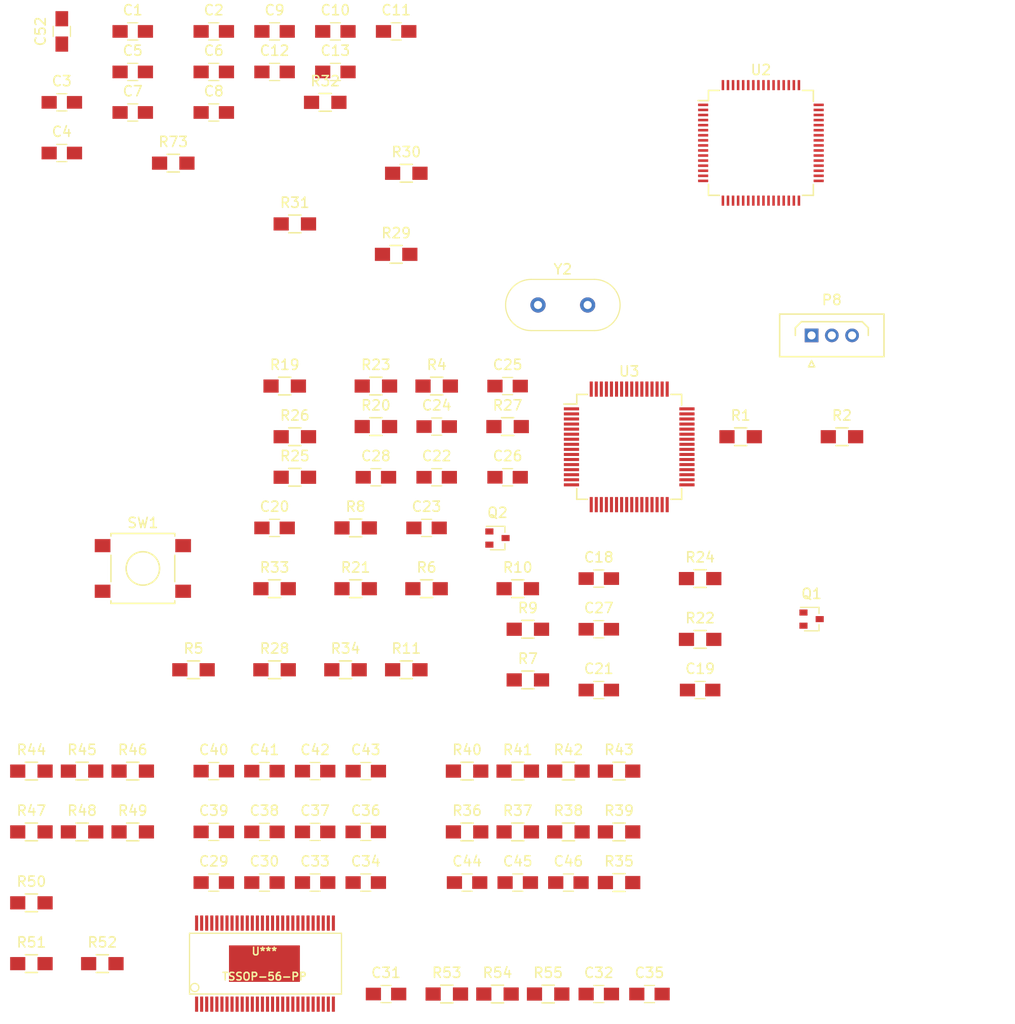
<source format=kicad_pcb>
(kicad_pcb (version 4) (host pcbnew 4.0.5-e0-6337~49~ubuntu16.04.1)

  (general
    (links 169)
    (no_connects 169)
    (area 0 0 0 0)
    (thickness 1.6)
    (drawings 4)
    (tracks 0)
    (zones 0)
    (modules 99)
    (nets 156)
  )

  (page A4)
  (layers
    (0 F.Cu signal)
    (31 B.Cu signal)
    (32 B.Adhes user)
    (33 F.Adhes user)
    (34 B.Paste user)
    (35 F.Paste user)
    (36 B.SilkS user)
    (37 F.SilkS user)
    (38 B.Mask user)
    (39 F.Mask user)
    (40 Dwgs.User user)
    (41 Cmts.User user)
    (42 Eco1.User user)
    (43 Eco2.User user)
    (44 Edge.Cuts user)
    (45 Margin user)
    (46 B.CrtYd user)
    (47 F.CrtYd user)
    (48 B.Fab user)
    (49 F.Fab user)
  )

  (setup
    (last_trace_width 0.25)
    (trace_clearance 0.2)
    (zone_clearance 0.508)
    (zone_45_only no)
    (trace_min 0.2)
    (segment_width 0.2)
    (edge_width 0.15)
    (via_size 0.6)
    (via_drill 0.4)
    (via_min_size 0.4)
    (via_min_drill 0.3)
    (uvia_size 0.3)
    (uvia_drill 0.1)
    (uvias_allowed no)
    (uvia_min_size 0.2)
    (uvia_min_drill 0.1)
    (pcb_text_width 0.3)
    (pcb_text_size 1.5 1.5)
    (mod_edge_width 0.15)
    (mod_text_size 1 1)
    (mod_text_width 0.15)
    (pad_size 1.524 1.524)
    (pad_drill 0.762)
    (pad_to_mask_clearance 0.2)
    (aux_axis_origin 0 0)
    (visible_elements 7FFFFFFF)
    (pcbplotparams
      (layerselection 0x00030_80000001)
      (usegerberextensions false)
      (excludeedgelayer true)
      (linewidth 0.100000)
      (plotframeref false)
      (viasonmask false)
      (mode 1)
      (useauxorigin false)
      (hpglpennumber 1)
      (hpglpenspeed 20)
      (hpglpendiameter 15)
      (hpglpenoverlay 2)
      (psnegative false)
      (psa4output false)
      (plotreference true)
      (plotvalue true)
      (plotinvisibletext false)
      (padsonsilk false)
      (subtractmaskfromsilk false)
      (outputformat 1)
      (mirror false)
      (drillshape 1)
      (scaleselection 1)
      (outputdirectory ""))
  )

  (net 0 "")
  (net 1 +3V3)
  (net 2 /MCU/I2C_SCK)
  (net 3 /MCU/I2C_DATA)
  (net 4 GND)
  (net 5 "Net-(R4-Pad2)")
  (net 6 /MCU/USB_DM)
  (net 7 "Net-(R5-Pad2)")
  (net 8 /MCU/USB_DP)
  (net 9 "Net-(R3-Pad2)")
  (net 10 /MCU/LED_RED)
  (net 11 "Net-(D1-Pad2)")
  (net 12 /MCU/LED_GREEN)
  (net 13 "Net-(D2-Pad2)")
  (net 14 "Net-(D3-Pad2)")
  (net 15 /MOSFET_PWR/H1_LOW)
  (net 16 GNDA)
  (net 17 /MOSFET_PWR/H3_LOW)
  (net 18 /Lights_driver/ST_RESET2)
  (net 19 "Net-(C19-Pad2)")
  (net 20 "Net-(C20-Pad2)")
  (net 21 /Lights_driver/ST_3V2)
  (net 22 "Net-(C23-Pad1)")
  (net 23 "Net-(C23-Pad2)")
  (net 24 "Net-(C24-Pad2)")
  (net 25 "Net-(P9-Pad19)")
  (net 26 "Net-(Q1-Pad1)")
  (net 27 "Net-(P9-Pad20)")
  (net 28 "Net-(Q2-Pad1)")
  (net 29 "Net-(R20-Pad2)")
  (net 30 "Net-(R21-Pad2)")
  (net 31 /T1)
  (net 32 /T2)
  (net 33 "Net-(P12-Pad2)")
  (net 34 /Light_sensor/L_SIGNAL)
  (net 35 "Net-(U3-Pad2)")
  (net 36 "Net-(U3-Pad3)")
  (net 37 "Net-(U3-Pad4)")
  (net 38 /K1)
  (net 39 /K2)
  (net 40 /K3)
  (net 41 "Net-(U3-Pad14)")
  (net 42 "Net-(U3-Pad15)")
  (net 43 /Lights_driver/DEBUG_TX)
  (net 44 /Lights_driver/DEBUG_RX)
  (net 45 /W1)
  (net 46 /W2)
  (net 47 /W3)
  (net 48 /W4)
  (net 49 /K4)
  (net 50 /K5)
  (net 51 "Net-(U3-Pad26)")
  (net 52 "Net-(U3-Pad27)")
  (net 53 "Net-(U3-Pad28)")
  (net 54 "Net-(U3-Pad35)")
  (net 55 "Net-(U3-Pad36)")
  (net 56 /K6)
  (net 57 /K7)
  (net 58 /K8)
  (net 59 "Net-(U3-Pad40)")
  (net 60 /W5)
  (net 61 /W6)
  (net 62 /W7)
  (net 63 /W8)
  (net 64 "Net-(U3-Pad45)")
  (net 65 /Lights_driver/ST_SWDIO2)
  (net 66 /Lights_driver/ST_SWCLK2)
  (net 67 "Net-(U3-Pad50)")
  (net 68 /Lights_driver/WHL_FR)
  (net 69 /Lights_driver/WHL_RE)
  (net 70 /Lights_driver/R_L_IN)
  (net 71 /Lights_driver/L_L_IN)
  (net 72 /Lights_driver/ALL_L_IN)
  (net 73 /Lights_driver/LED_L)
  (net 74 /Lights_driver/LED_R)
  (net 75 "Net-(U3-Pad60)")
  (net 76 "Net-(U3-Pad61)")
  (net 77 "Net-(U3-Pad62)")
  (net 78 +5V)
  (net 79 "Net-(P10-Pad3)")
  (net 80 "Net-(P11-Pad3)")
  (net 81 /Bike_sensors/FRONT_BREAK)
  (net 82 /Bike_sensors/REAR_BREAK)
  (net 83 /Bike_sensors/SPEED)
  (net 84 /MCU/ST_RESET1)
  (net 85 "Net-(C11-Pad2)")
  (net 86 "Net-(C12-Pad2)")
  (net 87 "Net-(C13-Pad1)")
  (net 88 "Net-(U2-Pad2)")
  (net 89 "Net-(U2-Pad3)")
  (net 90 "Net-(U2-Pad4)")
  (net 91 /Batterry_Measurment/BAT_CURR_A)
  (net 92 /Batterry_Measurment/BAT_VOL)
  (net 93 /MCU/MOTOR_TEMP)
  (net 94 /MCU/PCB_TEMP)
  (net 95 /Batterry_Measurment/BAT_CURR_B)
  (net 96 /MCU/DEBUG_TX)
  (net 97 /MCU/DEBUG_RX)
  (net 98 /MCU/SENS1)
  (net 99 /MCU/SENS2)
  (net 100 /MCU/SENS3)
  (net 101 /MCU/BR_S01)
  (net 102 /MCU/BR_S02)
  (net 103 /MCU/EN_GATE)
  (net 104 /MCU/HALL_1)
  (net 105 /MCU/HALL_2)
  (net 106 /MCU/HALL_3)
  (net 107 /MCU/FAULT)
  (net 108 /MCU/DC_CAL)
  (net 109 /MCU/SCLK)
  (net 110 /MCU/DI)
  (net 111 /MCU/D0)
  (net 112 /MCU/H1)
  (net 113 /MCU/L1)
  (net 114 /MCU/H2)
  (net 115 /MCU/L2)
  (net 116 /MCU/H3)
  (net 117 "Net-(U2-Pad42)")
  (net 118 "Net-(U2-Pad43)")
  (net 119 /MCU/ST_SWDIO1)
  (net 120 /MCU/ST_SWCLK1)
  (net 121 /MCU/BT_STATE)
  (net 122 /MCU/BT_TX)
  (net 123 /MCU/BT_RX)
  (net 124 /MCU/BT_CMD)
  (net 125 /MCU/L3)
  (net 126 /MCU/CS)
  (net 127 "Net-(C29-Pad1)")
  (net 128 "Net-(C30-Pad1)")
  (net 129 "Net-(C31-Pad1)")
  (net 130 "Net-(C32-Pad1)")
  (net 131 "Net-(C32-Pad2)")
  (net 132 "Net-(C33-Pad1)")
  (net 133 "Net-(C34-Pad1)")
  (net 134 "Net-(C35-Pad2)")
  (net 135 +36V)
  (net 136 /MOSFET_PWR/H1_VS)
  (net 137 "Net-(C37-Pad2)")
  (net 138 /MOSFET_PWR/H2_VS)
  (net 139 "Net-(C38-Pad2)")
  (net 140 /MOSFET_PWR/H3_VS)
  (net 141 "Net-(C39-Pad2)")
  (net 142 "Net-(C40-Pad1)")
  (net 143 "Net-(C40-Pad2)")
  (net 144 "Net-(C44-Pad1)")
  (net 145 "Net-(C44-Pad2)")
  (net 146 "Net-(C45-Pad1)")
  (net 147 "Net-(C45-Pad2)")
  (net 148 "Net-(C46-Pad1)")
  (net 149 "Net-(R36-Pad2)")
  (net 150 "Net-(R39-Pad1)")
  (net 151 "Net-(R40-Pad1)")
  (net 152 "Net-(R41-Pad1)")
  (net 153 "Net-(R42-Pad1)")
  (net 154 "Net-(R43-Pad2)")
  (net 155 "Net-(R54-Pad2)")

  (net_class Default "This is the default net class."
    (clearance 0.2)
    (trace_width 0.25)
    (via_dia 0.6)
    (via_drill 0.4)
    (uvia_dia 0.3)
    (uvia_drill 0.1)
    (add_net +36V)
    (add_net +3V3)
    (add_net +5V)
    (add_net /Batterry_Measurment/BAT_CURR_A)
    (add_net /Batterry_Measurment/BAT_CURR_B)
    (add_net /Batterry_Measurment/BAT_VOL)
    (add_net /Bike_sensors/FRONT_BREAK)
    (add_net /Bike_sensors/REAR_BREAK)
    (add_net /Bike_sensors/SPEED)
    (add_net /K1)
    (add_net /K2)
    (add_net /K3)
    (add_net /K4)
    (add_net /K5)
    (add_net /K6)
    (add_net /K7)
    (add_net /K8)
    (add_net /Light_sensor/L_SIGNAL)
    (add_net /Lights_driver/ALL_L_IN)
    (add_net /Lights_driver/DEBUG_RX)
    (add_net /Lights_driver/DEBUG_TX)
    (add_net /Lights_driver/LED_L)
    (add_net /Lights_driver/LED_R)
    (add_net /Lights_driver/L_L_IN)
    (add_net /Lights_driver/R_L_IN)
    (add_net /Lights_driver/ST_3V2)
    (add_net /Lights_driver/ST_RESET2)
    (add_net /Lights_driver/ST_SWCLK2)
    (add_net /Lights_driver/ST_SWDIO2)
    (add_net /Lights_driver/WHL_FR)
    (add_net /Lights_driver/WHL_RE)
    (add_net /MCU/BR_S01)
    (add_net /MCU/BR_S02)
    (add_net /MCU/BT_CMD)
    (add_net /MCU/BT_RX)
    (add_net /MCU/BT_STATE)
    (add_net /MCU/BT_TX)
    (add_net /MCU/CS)
    (add_net /MCU/D0)
    (add_net /MCU/DC_CAL)
    (add_net /MCU/DEBUG_RX)
    (add_net /MCU/DEBUG_TX)
    (add_net /MCU/DI)
    (add_net /MCU/EN_GATE)
    (add_net /MCU/FAULT)
    (add_net /MCU/H1)
    (add_net /MCU/H2)
    (add_net /MCU/H3)
    (add_net /MCU/HALL_1)
    (add_net /MCU/HALL_2)
    (add_net /MCU/HALL_3)
    (add_net /MCU/I2C_DATA)
    (add_net /MCU/I2C_SCK)
    (add_net /MCU/L1)
    (add_net /MCU/L2)
    (add_net /MCU/L3)
    (add_net /MCU/LED_GREEN)
    (add_net /MCU/LED_RED)
    (add_net /MCU/MOTOR_TEMP)
    (add_net /MCU/PCB_TEMP)
    (add_net /MCU/SCLK)
    (add_net /MCU/SENS1)
    (add_net /MCU/SENS2)
    (add_net /MCU/SENS3)
    (add_net /MCU/ST_RESET1)
    (add_net /MCU/ST_SWCLK1)
    (add_net /MCU/ST_SWDIO1)
    (add_net /MCU/USB_DM)
    (add_net /MCU/USB_DP)
    (add_net /MOSFET_PWR/H1_LOW)
    (add_net /MOSFET_PWR/H1_VS)
    (add_net /MOSFET_PWR/H2_VS)
    (add_net /MOSFET_PWR/H3_LOW)
    (add_net /MOSFET_PWR/H3_VS)
    (add_net /T1)
    (add_net /T2)
    (add_net /W1)
    (add_net /W2)
    (add_net /W3)
    (add_net /W4)
    (add_net /W5)
    (add_net /W6)
    (add_net /W7)
    (add_net /W8)
    (add_net GND)
    (add_net GNDA)
    (add_net "Net-(C11-Pad2)")
    (add_net "Net-(C12-Pad2)")
    (add_net "Net-(C13-Pad1)")
    (add_net "Net-(C19-Pad2)")
    (add_net "Net-(C20-Pad2)")
    (add_net "Net-(C23-Pad1)")
    (add_net "Net-(C23-Pad2)")
    (add_net "Net-(C24-Pad2)")
    (add_net "Net-(C29-Pad1)")
    (add_net "Net-(C30-Pad1)")
    (add_net "Net-(C31-Pad1)")
    (add_net "Net-(C32-Pad1)")
    (add_net "Net-(C32-Pad2)")
    (add_net "Net-(C33-Pad1)")
    (add_net "Net-(C34-Pad1)")
    (add_net "Net-(C35-Pad2)")
    (add_net "Net-(C37-Pad2)")
    (add_net "Net-(C38-Pad2)")
    (add_net "Net-(C39-Pad2)")
    (add_net "Net-(C40-Pad1)")
    (add_net "Net-(C40-Pad2)")
    (add_net "Net-(C44-Pad1)")
    (add_net "Net-(C44-Pad2)")
    (add_net "Net-(C45-Pad1)")
    (add_net "Net-(C45-Pad2)")
    (add_net "Net-(C46-Pad1)")
    (add_net "Net-(D1-Pad2)")
    (add_net "Net-(D2-Pad2)")
    (add_net "Net-(D3-Pad2)")
    (add_net "Net-(P10-Pad3)")
    (add_net "Net-(P11-Pad3)")
    (add_net "Net-(P12-Pad2)")
    (add_net "Net-(P9-Pad19)")
    (add_net "Net-(P9-Pad20)")
    (add_net "Net-(Q1-Pad1)")
    (add_net "Net-(Q2-Pad1)")
    (add_net "Net-(R20-Pad2)")
    (add_net "Net-(R21-Pad2)")
    (add_net "Net-(R3-Pad2)")
    (add_net "Net-(R36-Pad2)")
    (add_net "Net-(R39-Pad1)")
    (add_net "Net-(R4-Pad2)")
    (add_net "Net-(R40-Pad1)")
    (add_net "Net-(R41-Pad1)")
    (add_net "Net-(R42-Pad1)")
    (add_net "Net-(R43-Pad2)")
    (add_net "Net-(R5-Pad2)")
    (add_net "Net-(R54-Pad2)")
    (add_net "Net-(U2-Pad2)")
    (add_net "Net-(U2-Pad3)")
    (add_net "Net-(U2-Pad4)")
    (add_net "Net-(U2-Pad42)")
    (add_net "Net-(U2-Pad43)")
    (add_net "Net-(U3-Pad14)")
    (add_net "Net-(U3-Pad15)")
    (add_net "Net-(U3-Pad2)")
    (add_net "Net-(U3-Pad26)")
    (add_net "Net-(U3-Pad27)")
    (add_net "Net-(U3-Pad28)")
    (add_net "Net-(U3-Pad3)")
    (add_net "Net-(U3-Pad35)")
    (add_net "Net-(U3-Pad36)")
    (add_net "Net-(U3-Pad4)")
    (add_net "Net-(U3-Pad40)")
    (add_net "Net-(U3-Pad45)")
    (add_net "Net-(U3-Pad50)")
    (add_net "Net-(U3-Pad60)")
    (add_net "Net-(U3-Pad61)")
    (add_net "Net-(U3-Pad62)")
  )

  (module TSSOP-56-PP (layer F.Cu) (tedit 5050C42C) (tstamp 5880FE07)
    (at 76 135)
    (descr TSSOP-56-PP)
    (fp_text reference TSSOP-56-PP (at 0 1.27) (layer F.SilkS)
      (effects (font (size 0.7493 0.7493) (thickness 0.14986)))
    )
    (fp_text value U*** (at 0 -1.2065) (layer F.SilkS)
      (effects (font (size 0.7493 0.7493) (thickness 0.14986)))
    )
    (fp_line (start -7.39648 2.99974) (end 7.60222 2.99974) (layer F.SilkS) (width 0.127))
    (fp_line (start 7.60222 -2.99974) (end -7.39648 -2.99974) (layer F.SilkS) (width 0.127))
    (fp_line (start 7.60222 -2.99974) (end 7.60222 2.99974) (layer F.SilkS) (width 0.127))
    (fp_line (start -7.39648 2.99974) (end -7.39648 -2.99974) (layer F.SilkS) (width 0.127))
    (fp_circle (center -6.88086 2.35712) (end -7.13486 2.67462) (layer F.SilkS) (width 0.127))
    (pad 38 smd rect (at 2.30378 -4.0005) (size 0.29972 1.50114) (layers F.Cu F.Paste F.Mask))
    (pad 39 smd rect (at 1.8034 -4.0005) (size 0.29972 1.50114) (layers F.Cu F.Paste F.Mask))
    (pad 40 smd rect (at 1.30302 -4.0005) (size 0.29972 1.50114) (layers F.Cu F.Paste F.Mask))
    (pad 41 smd rect (at 0.80264 -4.0005) (size 0.29972 1.50114) (layers F.Cu F.Paste F.Mask))
    (pad 42 smd rect (at 0.30226 -4.0005) (size 0.29972 1.50114) (layers F.Cu F.Paste F.Mask))
    (pad 43 smd rect (at -0.19558 -4.0005) (size 0.29972 1.50114) (layers F.Cu F.Paste F.Mask))
    (pad 44 smd rect (at -0.69596 -4.0005) (size 0.29972 1.50114) (layers F.Cu F.Paste F.Mask))
    (pad 45 smd rect (at -1.19634 -4.0005) (size 0.29972 1.50114) (layers F.Cu F.Paste F.Mask))
    (pad 46 smd rect (at -1.69672 -4.0005) (size 0.29972 1.50114) (layers F.Cu F.Paste F.Mask))
    (pad 47 smd rect (at -2.1971 -4.0005) (size 0.29972 1.50114) (layers F.Cu F.Paste F.Mask))
    (pad 48 smd rect (at -2.69748 -4.0005) (size 0.29972 1.50114) (layers F.Cu F.Paste F.Mask))
    (pad 29 smd rect (at 6.80212 -4.0005) (size 0.29972 1.50114) (layers F.Cu F.Paste F.Mask))
    (pad 30 smd rect (at 6.30428 -4.0005) (size 0.29972 1.50114) (layers F.Cu F.Paste F.Mask))
    (pad 31 smd rect (at 5.8039 -4.0005) (size 0.29972 1.50114) (layers F.Cu F.Paste F.Mask))
    (pad 17 smd rect (at 1.30302 4.0005) (size 0.29972 1.50114) (layers F.Cu F.Paste F.Mask))
    (pad 33 smd rect (at 4.80314 -4.0005) (size 0.29972 1.50114) (layers F.Cu F.Paste F.Mask))
    (pad 34 smd rect (at 4.30276 -4.0005) (size 0.29972 1.50114) (layers F.Cu F.Paste F.Mask))
    (pad 35 smd rect (at 3.80238 -4.0005) (size 0.29972 1.50114) (layers F.Cu F.Paste F.Mask))
    (pad 36 smd rect (at 3.30454 -4.0005) (size 0.29972 1.50114) (layers F.Cu F.Paste F.Mask))
    (pad 37 smd rect (at 2.80416 -4.0005) (size 0.29972 1.50114) (layers F.Cu F.Paste F.Mask))
    (pad 12 smd rect (at -1.19634 4.0005) (size 0.29972 1.50114) (layers F.Cu F.Paste F.Mask))
    (pad 13 smd rect (at -0.69596 4.0005) (size 0.29972 1.50114) (layers F.Cu F.Paste F.Mask))
    (pad 14 smd rect (at -0.19558 4.0005) (size 0.29972 1.50114) (layers F.Cu F.Paste F.Mask))
    (pad 15 smd rect (at 0.30226 4.0005) (size 0.29972 1.50114) (layers F.Cu F.Paste F.Mask))
    (pad 16 smd rect (at 0.80264 4.0005) (size 0.29972 1.50114) (layers F.Cu F.Paste F.Mask))
    (pad 32 smd rect (at 5.30352 -4.0005) (size 0.29972 1.50114) (layers F.Cu F.Paste F.Mask))
    (pad 18 smd rect (at 1.8034 4.0005) (size 0.29972 1.50114) (layers F.Cu F.Paste F.Mask))
    (pad 19 smd rect (at 2.30378 4.0005) (size 0.29972 1.50114) (layers F.Cu F.Paste F.Mask))
    (pad 20 smd rect (at 2.80416 4.0005) (size 0.29972 1.50114) (layers F.Cu F.Paste F.Mask))
    (pad 21 smd rect (at 3.30454 4.0005) (size 0.29972 1.50114) (layers F.Cu F.Paste F.Mask))
    (pad 22 smd rect (at 3.80238 4.0005) (size 0.29972 1.50114) (layers F.Cu F.Paste F.Mask))
    (pad 23 smd rect (at 4.30276 4.0005) (size 0.29972 1.50114) (layers F.Cu F.Paste F.Mask))
    (pad 24 smd rect (at 4.80314 4.0005) (size 0.29972 1.50114) (layers F.Cu F.Paste F.Mask))
    (pad 1 smd rect (at -6.69544 4.0005) (size 0.29972 1.50114) (layers F.Cu F.Paste F.Mask))
    (pad 2 smd rect (at -6.1976 4.0005) (size 0.29972 1.50114) (layers F.Cu F.Paste F.Mask))
    (pad 3 smd rect (at -5.69722 4.0005) (size 0.29972 1.50114) (layers F.Cu F.Paste F.Mask))
    (pad 4 smd rect (at -5.19684 4.0005) (size 0.29972 1.50114) (layers F.Cu F.Paste F.Mask))
    (pad 5 smd rect (at -4.69646 4.0005) (size 0.29972 1.50114) (layers F.Cu F.Paste F.Mask))
    (pad 6 smd rect (at -4.19608 4.0005) (size 0.29972 1.50114) (layers F.Cu F.Paste F.Mask))
    (pad 7 smd rect (at -3.6957 4.0005) (size 0.29972 1.50114) (layers F.Cu F.Paste F.Mask))
    (pad 8 smd rect (at -3.19786 4.0005) (size 0.29972 1.50114) (layers F.Cu F.Paste F.Mask))
    (pad 9 smd rect (at -2.69748 4.0005) (size 0.29972 1.50114) (layers F.Cu F.Paste F.Mask))
    (pad 10 smd rect (at -2.1971 4.0005) (size 0.29972 1.50114) (layers F.Cu F.Paste F.Mask))
    (pad 11 smd rect (at -1.69672 4.0005) (size 0.29972 1.50114) (layers F.Cu F.Paste F.Mask))
    (pad 25 smd rect (at 5.30352 4.0005) (size 0.29972 1.50114) (layers F.Cu F.Paste F.Mask))
    (pad 26 smd rect (at 5.8039 4.0005) (size 0.29972 1.50114) (layers F.Cu F.Paste F.Mask))
    (pad 27 smd rect (at 6.30428 4.0005) (size 0.29972 1.50114) (layers F.Cu F.Paste F.Mask))
    (pad 28 smd rect (at 6.80212 4.0005) (size 0.29972 1.50114) (layers F.Cu F.Paste F.Mask))
    (pad 49 smd rect (at -3.19786 -4.0005) (size 0.29972 1.50114) (layers F.Cu F.Paste F.Mask))
    (pad 50 smd rect (at -3.6957 -4.0005) (size 0.29972 1.50114) (layers F.Cu F.Paste F.Mask))
    (pad 51 smd rect (at -4.19608 -4.0005) (size 0.29972 1.50114) (layers F.Cu F.Paste F.Mask))
    (pad 52 smd rect (at -4.69646 -4.0005) (size 0.29972 1.50114) (layers F.Cu F.Paste F.Mask))
    (pad 53 smd rect (at -5.19684 -4.0005) (size 0.29972 1.50114) (layers F.Cu F.Paste F.Mask))
    (pad 54 smd rect (at -5.69722 -4.0005) (size 0.29972 1.50114) (layers F.Cu F.Paste F.Mask))
    (pad 55 smd rect (at -6.1976 -4.0005) (size 0.29972 1.50114) (layers F.Cu F.Paste F.Mask))
    (pad 56 smd rect (at -6.69544 -4.0005) (size 0.29972 1.50114) (layers F.Cu F.Paste F.Mask))
    (pad 57 smd rect (at 0 0) (size 7.00024 3.59918) (layers F.Cu F.Paste F.Mask))
  )

  (module Resistors_SMD:R_0805_HandSoldering (layer F.Cu) (tedit 58307B90) (tstamp 587E8448)
    (at 123 83)
    (descr "Resistor SMD 0805, hand soldering")
    (tags "resistor 0805")
    (path /585686E0)
    (attr smd)
    (fp_text reference R1 (at 0 -2.1) (layer F.SilkS)
      (effects (font (size 1 1) (thickness 0.15)))
    )
    (fp_text value 1,5k (at 0 2.1) (layer F.Fab)
      (effects (font (size 1 1) (thickness 0.15)))
    )
    (fp_line (start -1 0.625) (end -1 -0.625) (layer F.Fab) (width 0.1))
    (fp_line (start 1 0.625) (end -1 0.625) (layer F.Fab) (width 0.1))
    (fp_line (start 1 -0.625) (end 1 0.625) (layer F.Fab) (width 0.1))
    (fp_line (start -1 -0.625) (end 1 -0.625) (layer F.Fab) (width 0.1))
    (fp_line (start -2.4 -1) (end 2.4 -1) (layer F.CrtYd) (width 0.05))
    (fp_line (start -2.4 1) (end 2.4 1) (layer F.CrtYd) (width 0.05))
    (fp_line (start -2.4 -1) (end -2.4 1) (layer F.CrtYd) (width 0.05))
    (fp_line (start 2.4 -1) (end 2.4 1) (layer F.CrtYd) (width 0.05))
    (fp_line (start 0.6 0.875) (end -0.6 0.875) (layer F.SilkS) (width 0.15))
    (fp_line (start -0.6 -0.875) (end 0.6 -0.875) (layer F.SilkS) (width 0.15))
    (pad 1 smd rect (at -1.35 0) (size 1.5 1.3) (layers F.Cu F.Paste F.Mask)
      (net 1 +3V3))
    (pad 2 smd rect (at 1.35 0) (size 1.5 1.3) (layers F.Cu F.Paste F.Mask)
      (net 2 /MCU/I2C_SCK))
    (model Resistors_SMD.3dshapes/R_0805_HandSoldering.wrl
      (at (xyz 0 0 0))
      (scale (xyz 1 1 1))
      (rotate (xyz 0 0 0))
    )
  )

  (module Resistors_SMD:R_0805_HandSoldering (layer F.Cu) (tedit 58307B90) (tstamp 587E8458)
    (at 133 83)
    (descr "Resistor SMD 0805, hand soldering")
    (tags "resistor 0805")
    (path /58568AE5)
    (attr smd)
    (fp_text reference R2 (at 0 -2.1) (layer F.SilkS)
      (effects (font (size 1 1) (thickness 0.15)))
    )
    (fp_text value 1,5k (at 0 2.1) (layer F.Fab)
      (effects (font (size 1 1) (thickness 0.15)))
    )
    (fp_line (start -1 0.625) (end -1 -0.625) (layer F.Fab) (width 0.1))
    (fp_line (start 1 0.625) (end -1 0.625) (layer F.Fab) (width 0.1))
    (fp_line (start 1 -0.625) (end 1 0.625) (layer F.Fab) (width 0.1))
    (fp_line (start -1 -0.625) (end 1 -0.625) (layer F.Fab) (width 0.1))
    (fp_line (start -2.4 -1) (end 2.4 -1) (layer F.CrtYd) (width 0.05))
    (fp_line (start -2.4 1) (end 2.4 1) (layer F.CrtYd) (width 0.05))
    (fp_line (start -2.4 -1) (end -2.4 1) (layer F.CrtYd) (width 0.05))
    (fp_line (start 2.4 -1) (end 2.4 1) (layer F.CrtYd) (width 0.05))
    (fp_line (start 0.6 0.875) (end -0.6 0.875) (layer F.SilkS) (width 0.15))
    (fp_line (start -0.6 -0.875) (end 0.6 -0.875) (layer F.SilkS) (width 0.15))
    (pad 1 smd rect (at -1.35 0) (size 1.5 1.3) (layers F.Cu F.Paste F.Mask)
      (net 1 +3V3))
    (pad 2 smd rect (at 1.35 0) (size 1.5 1.3) (layers F.Cu F.Paste F.Mask)
      (net 3 /MCU/I2C_DATA))
    (model Resistors_SMD.3dshapes/R_0805_HandSoldering.wrl
      (at (xyz 0 0 0))
      (scale (xyz 1 1 1))
      (rotate (xyz 0 0 0))
    )
  )

  (module Resistors_SMD:R_0805_HandSoldering (layer F.Cu) (tedit 58307B90) (tstamp 587E8468)
    (at 93 78)
    (descr "Resistor SMD 0805, hand soldering")
    (tags "resistor 0805")
    (path /58596650)
    (attr smd)
    (fp_text reference R4 (at 0 -2.1) (layer F.SilkS)
      (effects (font (size 1 1) (thickness 0.15)))
    )
    (fp_text value R (at 0 2.1) (layer F.Fab)
      (effects (font (size 1 1) (thickness 0.15)))
    )
    (fp_line (start -1 0.625) (end -1 -0.625) (layer F.Fab) (width 0.1))
    (fp_line (start 1 0.625) (end -1 0.625) (layer F.Fab) (width 0.1))
    (fp_line (start 1 -0.625) (end 1 0.625) (layer F.Fab) (width 0.1))
    (fp_line (start -1 -0.625) (end 1 -0.625) (layer F.Fab) (width 0.1))
    (fp_line (start -2.4 -1) (end 2.4 -1) (layer F.CrtYd) (width 0.05))
    (fp_line (start -2.4 1) (end 2.4 1) (layer F.CrtYd) (width 0.05))
    (fp_line (start -2.4 -1) (end -2.4 1) (layer F.CrtYd) (width 0.05))
    (fp_line (start 2.4 -1) (end 2.4 1) (layer F.CrtYd) (width 0.05))
    (fp_line (start 0.6 0.875) (end -0.6 0.875) (layer F.SilkS) (width 0.15))
    (fp_line (start -0.6 -0.875) (end 0.6 -0.875) (layer F.SilkS) (width 0.15))
    (pad 1 smd rect (at -1.35 0) (size 1.5 1.3) (layers F.Cu F.Paste F.Mask)
      (net 4 GND))
    (pad 2 smd rect (at 1.35 0) (size 1.5 1.3) (layers F.Cu F.Paste F.Mask)
      (net 5 "Net-(R4-Pad2)"))
    (model Resistors_SMD.3dshapes/R_0805_HandSoldering.wrl
      (at (xyz 0 0 0))
      (scale (xyz 1 1 1))
      (rotate (xyz 0 0 0))
    )
  )

  (module Resistors_SMD:R_0805_HandSoldering (layer F.Cu) (tedit 58307B90) (tstamp 587E8478)
    (at 69 106)
    (descr "Resistor SMD 0805, hand soldering")
    (tags "resistor 0805")
    (path /585AC1A5)
    (attr smd)
    (fp_text reference R5 (at 0 -2.1) (layer F.SilkS)
      (effects (font (size 1 1) (thickness 0.15)))
    )
    (fp_text value 22R (at 0 2.1) (layer F.Fab)
      (effects (font (size 1 1) (thickness 0.15)))
    )
    (fp_line (start -1 0.625) (end -1 -0.625) (layer F.Fab) (width 0.1))
    (fp_line (start 1 0.625) (end -1 0.625) (layer F.Fab) (width 0.1))
    (fp_line (start 1 -0.625) (end 1 0.625) (layer F.Fab) (width 0.1))
    (fp_line (start -1 -0.625) (end 1 -0.625) (layer F.Fab) (width 0.1))
    (fp_line (start -2.4 -1) (end 2.4 -1) (layer F.CrtYd) (width 0.05))
    (fp_line (start -2.4 1) (end 2.4 1) (layer F.CrtYd) (width 0.05))
    (fp_line (start -2.4 -1) (end -2.4 1) (layer F.CrtYd) (width 0.05))
    (fp_line (start 2.4 -1) (end 2.4 1) (layer F.CrtYd) (width 0.05))
    (fp_line (start 0.6 0.875) (end -0.6 0.875) (layer F.SilkS) (width 0.15))
    (fp_line (start -0.6 -0.875) (end 0.6 -0.875) (layer F.SilkS) (width 0.15))
    (pad 1 smd rect (at -1.35 0) (size 1.5 1.3) (layers F.Cu F.Paste F.Mask)
      (net 6 /MCU/USB_DM))
    (pad 2 smd rect (at 1.35 0) (size 1.5 1.3) (layers F.Cu F.Paste F.Mask)
      (net 7 "Net-(R5-Pad2)"))
    (model Resistors_SMD.3dshapes/R_0805_HandSoldering.wrl
      (at (xyz 0 0 0))
      (scale (xyz 1 1 1))
      (rotate (xyz 0 0 0))
    )
  )

  (module Resistors_SMD:R_0805_HandSoldering (layer F.Cu) (tedit 58307B90) (tstamp 587E8488)
    (at 92 98)
    (descr "Resistor SMD 0805, hand soldering")
    (tags "resistor 0805")
    (path /585ACECA)
    (attr smd)
    (fp_text reference R6 (at 0 -2.1) (layer F.SilkS)
      (effects (font (size 1 1) (thickness 0.15)))
    )
    (fp_text value 22R (at 0 2.1) (layer F.Fab)
      (effects (font (size 1 1) (thickness 0.15)))
    )
    (fp_line (start -1 0.625) (end -1 -0.625) (layer F.Fab) (width 0.1))
    (fp_line (start 1 0.625) (end -1 0.625) (layer F.Fab) (width 0.1))
    (fp_line (start 1 -0.625) (end 1 0.625) (layer F.Fab) (width 0.1))
    (fp_line (start -1 -0.625) (end 1 -0.625) (layer F.Fab) (width 0.1))
    (fp_line (start -2.4 -1) (end 2.4 -1) (layer F.CrtYd) (width 0.05))
    (fp_line (start -2.4 1) (end 2.4 1) (layer F.CrtYd) (width 0.05))
    (fp_line (start -2.4 -1) (end -2.4 1) (layer F.CrtYd) (width 0.05))
    (fp_line (start 2.4 -1) (end 2.4 1) (layer F.CrtYd) (width 0.05))
    (fp_line (start 0.6 0.875) (end -0.6 0.875) (layer F.SilkS) (width 0.15))
    (fp_line (start -0.6 -0.875) (end 0.6 -0.875) (layer F.SilkS) (width 0.15))
    (pad 1 smd rect (at -1.35 0) (size 1.5 1.3) (layers F.Cu F.Paste F.Mask)
      (net 8 /MCU/USB_DP))
    (pad 2 smd rect (at 1.35 0) (size 1.5 1.3) (layers F.Cu F.Paste F.Mask)
      (net 9 "Net-(R3-Pad2)"))
    (model Resistors_SMD.3dshapes/R_0805_HandSoldering.wrl
      (at (xyz 0 0 0))
      (scale (xyz 1 1 1))
      (rotate (xyz 0 0 0))
    )
  )

  (module Resistors_SMD:R_0805_HandSoldering (layer F.Cu) (tedit 587E83E7) (tstamp 587E8498)
    (at 102 107)
    (descr "Resistor SMD 0805, hand soldering")
    (tags "resistor 0805")
    (path /585A2CE3)
    (attr smd)
    (fp_text reference R7 (at 0 -2.1) (layer F.SilkS)
      (effects (font (size 1 1) (thickness 0.15)))
    )
    (fp_text value 100R (at 30 0) (layer F.Fab)
      (effects (font (size 1 1) (thickness 0.15)))
    )
    (fp_line (start -1 0.625) (end -1 -0.625) (layer F.Fab) (width 0.1))
    (fp_line (start 1 0.625) (end -1 0.625) (layer F.Fab) (width 0.1))
    (fp_line (start 1 -0.625) (end 1 0.625) (layer F.Fab) (width 0.1))
    (fp_line (start -1 -0.625) (end 1 -0.625) (layer F.Fab) (width 0.1))
    (fp_line (start -2.4 -1) (end 2.4 -1) (layer F.CrtYd) (width 0.05))
    (fp_line (start -2.4 1) (end 2.4 1) (layer F.CrtYd) (width 0.05))
    (fp_line (start -2.4 -1) (end -2.4 1) (layer F.CrtYd) (width 0.05))
    (fp_line (start 2.4 -1) (end 2.4 1) (layer F.CrtYd) (width 0.05))
    (fp_line (start 0.6 0.875) (end -0.6 0.875) (layer F.SilkS) (width 0.15))
    (fp_line (start -0.6 -0.875) (end 0.6 -0.875) (layer F.SilkS) (width 0.15))
    (pad 1 smd rect (at -1.35 0) (size 1.5 1.3) (layers F.Cu F.Paste F.Mask)
      (net 10 /MCU/LED_RED))
    (pad 2 smd rect (at 1.35 0) (size 1.5 1.3) (layers F.Cu F.Paste F.Mask)
      (net 11 "Net-(D1-Pad2)"))
    (model Resistors_SMD.3dshapes/R_0805_HandSoldering.wrl
      (at (xyz 0 0 0))
      (scale (xyz 1 1 1))
      (rotate (xyz 0 0 0))
    )
  )

  (module Resistors_SMD:R_0805_HandSoldering (layer F.Cu) (tedit 58307B90) (tstamp 587E84A8)
    (at 85 92)
    (descr "Resistor SMD 0805, hand soldering")
    (tags "resistor 0805")
    (path /585A3098)
    (attr smd)
    (fp_text reference R8 (at 0 -2.1) (layer F.SilkS)
      (effects (font (size 1 1) (thickness 0.15)))
    )
    (fp_text value 100R (at 0 2.1) (layer F.Fab)
      (effects (font (size 1 1) (thickness 0.15)))
    )
    (fp_line (start -1 0.625) (end -1 -0.625) (layer F.Fab) (width 0.1))
    (fp_line (start 1 0.625) (end -1 0.625) (layer F.Fab) (width 0.1))
    (fp_line (start 1 -0.625) (end 1 0.625) (layer F.Fab) (width 0.1))
    (fp_line (start -1 -0.625) (end 1 -0.625) (layer F.Fab) (width 0.1))
    (fp_line (start -2.4 -1) (end 2.4 -1) (layer F.CrtYd) (width 0.05))
    (fp_line (start -2.4 1) (end 2.4 1) (layer F.CrtYd) (width 0.05))
    (fp_line (start -2.4 -1) (end -2.4 1) (layer F.CrtYd) (width 0.05))
    (fp_line (start 2.4 -1) (end 2.4 1) (layer F.CrtYd) (width 0.05))
    (fp_line (start 0.6 0.875) (end -0.6 0.875) (layer F.SilkS) (width 0.15))
    (fp_line (start -0.6 -0.875) (end 0.6 -0.875) (layer F.SilkS) (width 0.15))
    (pad 1 smd rect (at -1.35 0) (size 1.5 1.3) (layers F.Cu F.Paste F.Mask)
      (net 12 /MCU/LED_GREEN))
    (pad 2 smd rect (at 1.35 0) (size 1.5 1.3) (layers F.Cu F.Paste F.Mask)
      (net 13 "Net-(D2-Pad2)"))
    (model Resistors_SMD.3dshapes/R_0805_HandSoldering.wrl
      (at (xyz 0 0 0))
      (scale (xyz 1 1 1))
      (rotate (xyz 0 0 0))
    )
  )

  (module Resistors_SMD:R_0805_HandSoldering (layer F.Cu) (tedit 58307B90) (tstamp 587E84B8)
    (at 102 102)
    (descr "Resistor SMD 0805, hand soldering")
    (tags "resistor 0805")
    (path /585A33DF)
    (attr smd)
    (fp_text reference R9 (at 0 -2.1) (layer F.SilkS)
      (effects (font (size 1 1) (thickness 0.15)))
    )
    (fp_text value 100R (at 0 2.1) (layer F.Fab)
      (effects (font (size 1 1) (thickness 0.15)))
    )
    (fp_line (start -1 0.625) (end -1 -0.625) (layer F.Fab) (width 0.1))
    (fp_line (start 1 0.625) (end -1 0.625) (layer F.Fab) (width 0.1))
    (fp_line (start 1 -0.625) (end 1 0.625) (layer F.Fab) (width 0.1))
    (fp_line (start -1 -0.625) (end 1 -0.625) (layer F.Fab) (width 0.1))
    (fp_line (start -2.4 -1) (end 2.4 -1) (layer F.CrtYd) (width 0.05))
    (fp_line (start -2.4 1) (end 2.4 1) (layer F.CrtYd) (width 0.05))
    (fp_line (start -2.4 -1) (end -2.4 1) (layer F.CrtYd) (width 0.05))
    (fp_line (start 2.4 -1) (end 2.4 1) (layer F.CrtYd) (width 0.05))
    (fp_line (start 0.6 0.875) (end -0.6 0.875) (layer F.SilkS) (width 0.15))
    (fp_line (start -0.6 -0.875) (end 0.6 -0.875) (layer F.SilkS) (width 0.15))
    (pad 1 smd rect (at -1.35 0) (size 1.5 1.3) (layers F.Cu F.Paste F.Mask)
      (net 1 +3V3))
    (pad 2 smd rect (at 1.35 0) (size 1.5 1.3) (layers F.Cu F.Paste F.Mask)
      (net 14 "Net-(D3-Pad2)"))
    (model Resistors_SMD.3dshapes/R_0805_HandSoldering.wrl
      (at (xyz 0 0 0))
      (scale (xyz 1 1 1))
      (rotate (xyz 0 0 0))
    )
  )

  (module Resistors_SMD:R_0805_HandSoldering (layer F.Cu) (tedit 58307B90) (tstamp 587E84C8)
    (at 101 98)
    (descr "Resistor SMD 0805, hand soldering")
    (tags "resistor 0805")
    (path /585BCC3E)
    (attr smd)
    (fp_text reference R10 (at 0 -2.1) (layer F.SilkS)
      (effects (font (size 1 1) (thickness 0.15)))
    )
    (fp_text value SHUNT (at 0 2.1) (layer F.Fab)
      (effects (font (size 1 1) (thickness 0.15)))
    )
    (fp_line (start -1 0.625) (end -1 -0.625) (layer F.Fab) (width 0.1))
    (fp_line (start 1 0.625) (end -1 0.625) (layer F.Fab) (width 0.1))
    (fp_line (start 1 -0.625) (end 1 0.625) (layer F.Fab) (width 0.1))
    (fp_line (start -1 -0.625) (end 1 -0.625) (layer F.Fab) (width 0.1))
    (fp_line (start -2.4 -1) (end 2.4 -1) (layer F.CrtYd) (width 0.05))
    (fp_line (start -2.4 1) (end 2.4 1) (layer F.CrtYd) (width 0.05))
    (fp_line (start -2.4 -1) (end -2.4 1) (layer F.CrtYd) (width 0.05))
    (fp_line (start 2.4 -1) (end 2.4 1) (layer F.CrtYd) (width 0.05))
    (fp_line (start 0.6 0.875) (end -0.6 0.875) (layer F.SilkS) (width 0.15))
    (fp_line (start -0.6 -0.875) (end 0.6 -0.875) (layer F.SilkS) (width 0.15))
    (pad 1 smd rect (at -1.35 0) (size 1.5 1.3) (layers F.Cu F.Paste F.Mask)
      (net 15 /MOSFET_PWR/H1_LOW))
    (pad 2 smd rect (at 1.35 0) (size 1.5 1.3) (layers F.Cu F.Paste F.Mask)
      (net 16 GNDA))
    (model Resistors_SMD.3dshapes/R_0805_HandSoldering.wrl
      (at (xyz 0 0 0))
      (scale (xyz 1 1 1))
      (rotate (xyz 0 0 0))
    )
  )

  (module Resistors_SMD:R_0805_HandSoldering (layer F.Cu) (tedit 58307B90) (tstamp 587E84D8)
    (at 90 106)
    (descr "Resistor SMD 0805, hand soldering")
    (tags "resistor 0805")
    (path /585BC8C5)
    (attr smd)
    (fp_text reference R11 (at 0 -2.1) (layer F.SilkS)
      (effects (font (size 1 1) (thickness 0.15)))
    )
    (fp_text value SHUNT (at 0 2.1) (layer F.Fab)
      (effects (font (size 1 1) (thickness 0.15)))
    )
    (fp_line (start -1 0.625) (end -1 -0.625) (layer F.Fab) (width 0.1))
    (fp_line (start 1 0.625) (end -1 0.625) (layer F.Fab) (width 0.1))
    (fp_line (start 1 -0.625) (end 1 0.625) (layer F.Fab) (width 0.1))
    (fp_line (start -1 -0.625) (end 1 -0.625) (layer F.Fab) (width 0.1))
    (fp_line (start -2.4 -1) (end 2.4 -1) (layer F.CrtYd) (width 0.05))
    (fp_line (start -2.4 1) (end 2.4 1) (layer F.CrtYd) (width 0.05))
    (fp_line (start -2.4 -1) (end -2.4 1) (layer F.CrtYd) (width 0.05))
    (fp_line (start 2.4 -1) (end 2.4 1) (layer F.CrtYd) (width 0.05))
    (fp_line (start 0.6 0.875) (end -0.6 0.875) (layer F.SilkS) (width 0.15))
    (fp_line (start -0.6 -0.875) (end 0.6 -0.875) (layer F.SilkS) (width 0.15))
    (pad 1 smd rect (at -1.35 0) (size 1.5 1.3) (layers F.Cu F.Paste F.Mask)
      (net 17 /MOSFET_PWR/H3_LOW))
    (pad 2 smd rect (at 1.35 0) (size 1.5 1.3) (layers F.Cu F.Paste F.Mask)
      (net 16 GNDA))
    (model Resistors_SMD.3dshapes/R_0805_HandSoldering.wrl
      (at (xyz 0 0 0))
      (scale (xyz 1 1 1))
      (rotate (xyz 0 0 0))
    )
  )

  (module Capacitors_SMD:C_0805_HandSoldering (layer F.Cu) (tedit 541A9B8D) (tstamp 587E8DEA)
    (at 109 97)
    (descr "Capacitor SMD 0805, hand soldering")
    (tags "capacitor 0805")
    (path /58516385/585C0F59)
    (attr smd)
    (fp_text reference C18 (at 0 -2.1) (layer F.SilkS)
      (effects (font (size 1 1) (thickness 0.15)))
    )
    (fp_text value 100n (at 0 2.1) (layer F.Fab)
      (effects (font (size 1 1) (thickness 0.15)))
    )
    (fp_line (start -1 0.625) (end -1 -0.625) (layer F.Fab) (width 0.1))
    (fp_line (start 1 0.625) (end -1 0.625) (layer F.Fab) (width 0.1))
    (fp_line (start 1 -0.625) (end 1 0.625) (layer F.Fab) (width 0.1))
    (fp_line (start -1 -0.625) (end 1 -0.625) (layer F.Fab) (width 0.1))
    (fp_line (start -2.3 -1) (end 2.3 -1) (layer F.CrtYd) (width 0.05))
    (fp_line (start -2.3 1) (end 2.3 1) (layer F.CrtYd) (width 0.05))
    (fp_line (start -2.3 -1) (end -2.3 1) (layer F.CrtYd) (width 0.05))
    (fp_line (start 2.3 -1) (end 2.3 1) (layer F.CrtYd) (width 0.05))
    (fp_line (start 0.5 -0.85) (end -0.5 -0.85) (layer F.SilkS) (width 0.12))
    (fp_line (start -0.5 0.85) (end 0.5 0.85) (layer F.SilkS) (width 0.12))
    (pad 1 smd rect (at -1.25 0) (size 1.5 1.25) (layers F.Cu F.Paste F.Mask)
      (net 18 /Lights_driver/ST_RESET2))
    (pad 2 smd rect (at 1.25 0) (size 1.5 1.25) (layers F.Cu F.Paste F.Mask)
      (net 4 GND))
    (model Capacitors_SMD.3dshapes/C_0805_HandSoldering.wrl
      (at (xyz 0 0 0))
      (scale (xyz 1 1 1))
      (rotate (xyz 0 0 0))
    )
  )

  (module Capacitors_SMD:C_0805_HandSoldering (layer F.Cu) (tedit 541A9B8D) (tstamp 587E8DFA)
    (at 119 108)
    (descr "Capacitor SMD 0805, hand soldering")
    (tags "capacitor 0805")
    (path /58516385/585BFF4A)
    (attr smd)
    (fp_text reference C19 (at 0 -2.1) (layer F.SilkS)
      (effects (font (size 1 1) (thickness 0.15)))
    )
    (fp_text value C (at 0 2.1) (layer F.Fab)
      (effects (font (size 1 1) (thickness 0.15)))
    )
    (fp_line (start -1 0.625) (end -1 -0.625) (layer F.Fab) (width 0.1))
    (fp_line (start 1 0.625) (end -1 0.625) (layer F.Fab) (width 0.1))
    (fp_line (start 1 -0.625) (end 1 0.625) (layer F.Fab) (width 0.1))
    (fp_line (start -1 -0.625) (end 1 -0.625) (layer F.Fab) (width 0.1))
    (fp_line (start -2.3 -1) (end 2.3 -1) (layer F.CrtYd) (width 0.05))
    (fp_line (start -2.3 1) (end 2.3 1) (layer F.CrtYd) (width 0.05))
    (fp_line (start -2.3 -1) (end -2.3 1) (layer F.CrtYd) (width 0.05))
    (fp_line (start 2.3 -1) (end 2.3 1) (layer F.CrtYd) (width 0.05))
    (fp_line (start 0.5 -0.85) (end -0.5 -0.85) (layer F.SilkS) (width 0.12))
    (fp_line (start -0.5 0.85) (end 0.5 0.85) (layer F.SilkS) (width 0.12))
    (pad 1 smd rect (at -1.25 0) (size 1.5 1.25) (layers F.Cu F.Paste F.Mask)
      (net 4 GND))
    (pad 2 smd rect (at 1.25 0) (size 1.5 1.25) (layers F.Cu F.Paste F.Mask)
      (net 19 "Net-(C19-Pad2)"))
    (model Capacitors_SMD.3dshapes/C_0805_HandSoldering.wrl
      (at (xyz 0 0 0))
      (scale (xyz 1 1 1))
      (rotate (xyz 0 0 0))
    )
  )

  (module Capacitors_SMD:C_0805_HandSoldering (layer F.Cu) (tedit 541A9B8D) (tstamp 587E8E0A)
    (at 77 92)
    (descr "Capacitor SMD 0805, hand soldering")
    (tags "capacitor 0805")
    (path /58516385/585BFF19)
    (attr smd)
    (fp_text reference C20 (at 0 -2.1) (layer F.SilkS)
      (effects (font (size 1 1) (thickness 0.15)))
    )
    (fp_text value C (at 0 2.1) (layer F.Fab)
      (effects (font (size 1 1) (thickness 0.15)))
    )
    (fp_line (start -1 0.625) (end -1 -0.625) (layer F.Fab) (width 0.1))
    (fp_line (start 1 0.625) (end -1 0.625) (layer F.Fab) (width 0.1))
    (fp_line (start 1 -0.625) (end 1 0.625) (layer F.Fab) (width 0.1))
    (fp_line (start -1 -0.625) (end 1 -0.625) (layer F.Fab) (width 0.1))
    (fp_line (start -2.3 -1) (end 2.3 -1) (layer F.CrtYd) (width 0.05))
    (fp_line (start -2.3 1) (end 2.3 1) (layer F.CrtYd) (width 0.05))
    (fp_line (start -2.3 -1) (end -2.3 1) (layer F.CrtYd) (width 0.05))
    (fp_line (start 2.3 -1) (end 2.3 1) (layer F.CrtYd) (width 0.05))
    (fp_line (start 0.5 -0.85) (end -0.5 -0.85) (layer F.SilkS) (width 0.12))
    (fp_line (start -0.5 0.85) (end 0.5 0.85) (layer F.SilkS) (width 0.12))
    (pad 1 smd rect (at -1.25 0) (size 1.5 1.25) (layers F.Cu F.Paste F.Mask)
      (net 4 GND))
    (pad 2 smd rect (at 1.25 0) (size 1.5 1.25) (layers F.Cu F.Paste F.Mask)
      (net 20 "Net-(C20-Pad2)"))
    (model Capacitors_SMD.3dshapes/C_0805_HandSoldering.wrl
      (at (xyz 0 0 0))
      (scale (xyz 1 1 1))
      (rotate (xyz 0 0 0))
    )
  )

  (module Capacitors_SMD:C_0805_HandSoldering (layer F.Cu) (tedit 541A9B8D) (tstamp 587E8E1A)
    (at 109 108)
    (descr "Capacitor SMD 0805, hand soldering")
    (tags "capacitor 0805")
    (path /58516385/585739BD)
    (attr smd)
    (fp_text reference C21 (at 0 -2.1) (layer F.SilkS)
      (effects (font (size 1 1) (thickness 0.15)))
    )
    (fp_text value 100n (at 0 2.1) (layer F.Fab)
      (effects (font (size 1 1) (thickness 0.15)))
    )
    (fp_line (start -1 0.625) (end -1 -0.625) (layer F.Fab) (width 0.1))
    (fp_line (start 1 0.625) (end -1 0.625) (layer F.Fab) (width 0.1))
    (fp_line (start 1 -0.625) (end 1 0.625) (layer F.Fab) (width 0.1))
    (fp_line (start -1 -0.625) (end 1 -0.625) (layer F.Fab) (width 0.1))
    (fp_line (start -2.3 -1) (end 2.3 -1) (layer F.CrtYd) (width 0.05))
    (fp_line (start -2.3 1) (end 2.3 1) (layer F.CrtYd) (width 0.05))
    (fp_line (start -2.3 -1) (end -2.3 1) (layer F.CrtYd) (width 0.05))
    (fp_line (start 2.3 -1) (end 2.3 1) (layer F.CrtYd) (width 0.05))
    (fp_line (start 0.5 -0.85) (end -0.5 -0.85) (layer F.SilkS) (width 0.12))
    (fp_line (start -0.5 0.85) (end 0.5 0.85) (layer F.SilkS) (width 0.12))
    (pad 1 smd rect (at -1.25 0) (size 1.5 1.25) (layers F.Cu F.Paste F.Mask)
      (net 21 /Lights_driver/ST_3V2))
    (pad 2 smd rect (at 1.25 0) (size 1.5 1.25) (layers F.Cu F.Paste F.Mask)
      (net 4 GND))
    (model Capacitors_SMD.3dshapes/C_0805_HandSoldering.wrl
      (at (xyz 0 0 0))
      (scale (xyz 1 1 1))
      (rotate (xyz 0 0 0))
    )
  )

  (module Capacitors_SMD:C_0805_HandSoldering (layer F.Cu) (tedit 541A9B8D) (tstamp 587E8E2A)
    (at 93 87)
    (descr "Capacitor SMD 0805, hand soldering")
    (tags "capacitor 0805")
    (path /58516385/58573A2E)
    (attr smd)
    (fp_text reference C22 (at 0 -2.1) (layer F.SilkS)
      (effects (font (size 1 1) (thickness 0.15)))
    )
    (fp_text value 100n (at 0 2.1) (layer F.Fab)
      (effects (font (size 1 1) (thickness 0.15)))
    )
    (fp_line (start -1 0.625) (end -1 -0.625) (layer F.Fab) (width 0.1))
    (fp_line (start 1 0.625) (end -1 0.625) (layer F.Fab) (width 0.1))
    (fp_line (start 1 -0.625) (end 1 0.625) (layer F.Fab) (width 0.1))
    (fp_line (start -1 -0.625) (end 1 -0.625) (layer F.Fab) (width 0.1))
    (fp_line (start -2.3 -1) (end 2.3 -1) (layer F.CrtYd) (width 0.05))
    (fp_line (start -2.3 1) (end 2.3 1) (layer F.CrtYd) (width 0.05))
    (fp_line (start -2.3 -1) (end -2.3 1) (layer F.CrtYd) (width 0.05))
    (fp_line (start 2.3 -1) (end 2.3 1) (layer F.CrtYd) (width 0.05))
    (fp_line (start 0.5 -0.85) (end -0.5 -0.85) (layer F.SilkS) (width 0.12))
    (fp_line (start -0.5 0.85) (end 0.5 0.85) (layer F.SilkS) (width 0.12))
    (pad 1 smd rect (at -1.25 0) (size 1.5 1.25) (layers F.Cu F.Paste F.Mask)
      (net 21 /Lights_driver/ST_3V2))
    (pad 2 smd rect (at 1.25 0) (size 1.5 1.25) (layers F.Cu F.Paste F.Mask)
      (net 4 GND))
    (model Capacitors_SMD.3dshapes/C_0805_HandSoldering.wrl
      (at (xyz 0 0 0))
      (scale (xyz 1 1 1))
      (rotate (xyz 0 0 0))
    )
  )

  (module Capacitors_SMD:C_0805_HandSoldering (layer F.Cu) (tedit 541A9B8D) (tstamp 587E8E3A)
    (at 92 92)
    (descr "Capacitor SMD 0805, hand soldering")
    (tags "capacitor 0805")
    (path /58516385/585C29C5)
    (attr smd)
    (fp_text reference C23 (at 0 -2.1) (layer F.SilkS)
      (effects (font (size 1 1) (thickness 0.15)))
    )
    (fp_text value C (at 0 2.1) (layer F.Fab)
      (effects (font (size 1 1) (thickness 0.15)))
    )
    (fp_line (start -1 0.625) (end -1 -0.625) (layer F.Fab) (width 0.1))
    (fp_line (start 1 0.625) (end -1 0.625) (layer F.Fab) (width 0.1))
    (fp_line (start 1 -0.625) (end 1 0.625) (layer F.Fab) (width 0.1))
    (fp_line (start -1 -0.625) (end 1 -0.625) (layer F.Fab) (width 0.1))
    (fp_line (start -2.3 -1) (end 2.3 -1) (layer F.CrtYd) (width 0.05))
    (fp_line (start -2.3 1) (end 2.3 1) (layer F.CrtYd) (width 0.05))
    (fp_line (start -2.3 -1) (end -2.3 1) (layer F.CrtYd) (width 0.05))
    (fp_line (start 2.3 -1) (end 2.3 1) (layer F.CrtYd) (width 0.05))
    (fp_line (start 0.5 -0.85) (end -0.5 -0.85) (layer F.SilkS) (width 0.12))
    (fp_line (start -0.5 0.85) (end 0.5 0.85) (layer F.SilkS) (width 0.12))
    (pad 1 smd rect (at -1.25 0) (size 1.5 1.25) (layers F.Cu F.Paste F.Mask)
      (net 22 "Net-(C23-Pad1)"))
    (pad 2 smd rect (at 1.25 0) (size 1.5 1.25) (layers F.Cu F.Paste F.Mask)
      (net 23 "Net-(C23-Pad2)"))
    (model Capacitors_SMD.3dshapes/C_0805_HandSoldering.wrl
      (at (xyz 0 0 0))
      (scale (xyz 1 1 1))
      (rotate (xyz 0 0 0))
    )
  )

  (module Capacitors_SMD:C_0805_HandSoldering (layer F.Cu) (tedit 541A9B8D) (tstamp 587E8E4A)
    (at 93 82)
    (descr "Capacitor SMD 0805, hand soldering")
    (tags "capacitor 0805")
    (path /58516385/585C2398)
    (attr smd)
    (fp_text reference C24 (at 0 -2.1) (layer F.SilkS)
      (effects (font (size 1 1) (thickness 0.15)))
    )
    (fp_text value C (at 0 2.1) (layer F.Fab)
      (effects (font (size 1 1) (thickness 0.15)))
    )
    (fp_line (start -1 0.625) (end -1 -0.625) (layer F.Fab) (width 0.1))
    (fp_line (start 1 0.625) (end -1 0.625) (layer F.Fab) (width 0.1))
    (fp_line (start 1 -0.625) (end 1 0.625) (layer F.Fab) (width 0.1))
    (fp_line (start -1 -0.625) (end 1 -0.625) (layer F.Fab) (width 0.1))
    (fp_line (start -2.3 -1) (end 2.3 -1) (layer F.CrtYd) (width 0.05))
    (fp_line (start -2.3 1) (end 2.3 1) (layer F.CrtYd) (width 0.05))
    (fp_line (start -2.3 -1) (end -2.3 1) (layer F.CrtYd) (width 0.05))
    (fp_line (start 2.3 -1) (end 2.3 1) (layer F.CrtYd) (width 0.05))
    (fp_line (start 0.5 -0.85) (end -0.5 -0.85) (layer F.SilkS) (width 0.12))
    (fp_line (start -0.5 0.85) (end 0.5 0.85) (layer F.SilkS) (width 0.12))
    (pad 1 smd rect (at -1.25 0) (size 1.5 1.25) (layers F.Cu F.Paste F.Mask)
      (net 1 +3V3))
    (pad 2 smd rect (at 1.25 0) (size 1.5 1.25) (layers F.Cu F.Paste F.Mask)
      (net 24 "Net-(C24-Pad2)"))
    (model Capacitors_SMD.3dshapes/C_0805_HandSoldering.wrl
      (at (xyz 0 0 0))
      (scale (xyz 1 1 1))
      (rotate (xyz 0 0 0))
    )
  )

  (module Capacitors_SMD:C_0805_HandSoldering (layer F.Cu) (tedit 541A9B8D) (tstamp 587E8E5A)
    (at 100 78)
    (descr "Capacitor SMD 0805, hand soldering")
    (tags "capacitor 0805")
    (path /58516385/58573A49)
    (attr smd)
    (fp_text reference C25 (at 0 -2.1) (layer F.SilkS)
      (effects (font (size 1 1) (thickness 0.15)))
    )
    (fp_text value 100n (at 0 2.1) (layer F.Fab)
      (effects (font (size 1 1) (thickness 0.15)))
    )
    (fp_line (start -1 0.625) (end -1 -0.625) (layer F.Fab) (width 0.1))
    (fp_line (start 1 0.625) (end -1 0.625) (layer F.Fab) (width 0.1))
    (fp_line (start 1 -0.625) (end 1 0.625) (layer F.Fab) (width 0.1))
    (fp_line (start -1 -0.625) (end 1 -0.625) (layer F.Fab) (width 0.1))
    (fp_line (start -2.3 -1) (end 2.3 -1) (layer F.CrtYd) (width 0.05))
    (fp_line (start -2.3 1) (end 2.3 1) (layer F.CrtYd) (width 0.05))
    (fp_line (start -2.3 -1) (end -2.3 1) (layer F.CrtYd) (width 0.05))
    (fp_line (start 2.3 -1) (end 2.3 1) (layer F.CrtYd) (width 0.05))
    (fp_line (start 0.5 -0.85) (end -0.5 -0.85) (layer F.SilkS) (width 0.12))
    (fp_line (start -0.5 0.85) (end 0.5 0.85) (layer F.SilkS) (width 0.12))
    (pad 1 smd rect (at -1.25 0) (size 1.5 1.25) (layers F.Cu F.Paste F.Mask)
      (net 21 /Lights_driver/ST_3V2))
    (pad 2 smd rect (at 1.25 0) (size 1.5 1.25) (layers F.Cu F.Paste F.Mask)
      (net 4 GND))
    (model Capacitors_SMD.3dshapes/C_0805_HandSoldering.wrl
      (at (xyz 0 0 0))
      (scale (xyz 1 1 1))
      (rotate (xyz 0 0 0))
    )
  )

  (module Capacitors_SMD:C_0805_HandSoldering (layer F.Cu) (tedit 541A9B8D) (tstamp 587E8E6A)
    (at 100 87)
    (descr "Capacitor SMD 0805, hand soldering")
    (tags "capacitor 0805")
    (path /58516385/58573A66)
    (attr smd)
    (fp_text reference C26 (at 0 -2.1) (layer F.SilkS)
      (effects (font (size 1 1) (thickness 0.15)))
    )
    (fp_text value 100n (at 0 2.1) (layer F.Fab)
      (effects (font (size 1 1) (thickness 0.15)))
    )
    (fp_line (start -1 0.625) (end -1 -0.625) (layer F.Fab) (width 0.1))
    (fp_line (start 1 0.625) (end -1 0.625) (layer F.Fab) (width 0.1))
    (fp_line (start 1 -0.625) (end 1 0.625) (layer F.Fab) (width 0.1))
    (fp_line (start -1 -0.625) (end 1 -0.625) (layer F.Fab) (width 0.1))
    (fp_line (start -2.3 -1) (end 2.3 -1) (layer F.CrtYd) (width 0.05))
    (fp_line (start -2.3 1) (end 2.3 1) (layer F.CrtYd) (width 0.05))
    (fp_line (start -2.3 -1) (end -2.3 1) (layer F.CrtYd) (width 0.05))
    (fp_line (start 2.3 -1) (end 2.3 1) (layer F.CrtYd) (width 0.05))
    (fp_line (start 0.5 -0.85) (end -0.5 -0.85) (layer F.SilkS) (width 0.12))
    (fp_line (start -0.5 0.85) (end 0.5 0.85) (layer F.SilkS) (width 0.12))
    (pad 1 smd rect (at -1.25 0) (size 1.5 1.25) (layers F.Cu F.Paste F.Mask)
      (net 21 /Lights_driver/ST_3V2))
    (pad 2 smd rect (at 1.25 0) (size 1.5 1.25) (layers F.Cu F.Paste F.Mask)
      (net 4 GND))
    (model Capacitors_SMD.3dshapes/C_0805_HandSoldering.wrl
      (at (xyz 0 0 0))
      (scale (xyz 1 1 1))
      (rotate (xyz 0 0 0))
    )
  )

  (module Capacitors_SMD:C_0805_HandSoldering (layer F.Cu) (tedit 541A9B8D) (tstamp 587E8E7A)
    (at 109 102)
    (descr "Capacitor SMD 0805, hand soldering")
    (tags "capacitor 0805")
    (path /58516385/58573A85)
    (attr smd)
    (fp_text reference C27 (at 0 -2.1) (layer F.SilkS)
      (effects (font (size 1 1) (thickness 0.15)))
    )
    (fp_text value 100n (at 0 2.1) (layer F.Fab)
      (effects (font (size 1 1) (thickness 0.15)))
    )
    (fp_line (start -1 0.625) (end -1 -0.625) (layer F.Fab) (width 0.1))
    (fp_line (start 1 0.625) (end -1 0.625) (layer F.Fab) (width 0.1))
    (fp_line (start 1 -0.625) (end 1 0.625) (layer F.Fab) (width 0.1))
    (fp_line (start -1 -0.625) (end 1 -0.625) (layer F.Fab) (width 0.1))
    (fp_line (start -2.3 -1) (end 2.3 -1) (layer F.CrtYd) (width 0.05))
    (fp_line (start -2.3 1) (end 2.3 1) (layer F.CrtYd) (width 0.05))
    (fp_line (start -2.3 -1) (end -2.3 1) (layer F.CrtYd) (width 0.05))
    (fp_line (start 2.3 -1) (end 2.3 1) (layer F.CrtYd) (width 0.05))
    (fp_line (start 0.5 -0.85) (end -0.5 -0.85) (layer F.SilkS) (width 0.12))
    (fp_line (start -0.5 0.85) (end 0.5 0.85) (layer F.SilkS) (width 0.12))
    (pad 1 smd rect (at -1.25 0) (size 1.5 1.25) (layers F.Cu F.Paste F.Mask)
      (net 21 /Lights_driver/ST_3V2))
    (pad 2 smd rect (at 1.25 0) (size 1.5 1.25) (layers F.Cu F.Paste F.Mask)
      (net 4 GND))
    (model Capacitors_SMD.3dshapes/C_0805_HandSoldering.wrl
      (at (xyz 0 0 0))
      (scale (xyz 1 1 1))
      (rotate (xyz 0 0 0))
    )
  )

  (module Capacitors_SMD:C_0805_HandSoldering (layer F.Cu) (tedit 541A9B8D) (tstamp 587E8E8A)
    (at 87 87)
    (descr "Capacitor SMD 0805, hand soldering")
    (tags "capacitor 0805")
    (path /58516385/58573AA6)
    (attr smd)
    (fp_text reference C28 (at 0 -2.1) (layer F.SilkS)
      (effects (font (size 1 1) (thickness 0.15)))
    )
    (fp_text value 4,7u (at 0 2.1) (layer F.Fab)
      (effects (font (size 1 1) (thickness 0.15)))
    )
    (fp_line (start -1 0.625) (end -1 -0.625) (layer F.Fab) (width 0.1))
    (fp_line (start 1 0.625) (end -1 0.625) (layer F.Fab) (width 0.1))
    (fp_line (start 1 -0.625) (end 1 0.625) (layer F.Fab) (width 0.1))
    (fp_line (start -1 -0.625) (end 1 -0.625) (layer F.Fab) (width 0.1))
    (fp_line (start -2.3 -1) (end 2.3 -1) (layer F.CrtYd) (width 0.05))
    (fp_line (start -2.3 1) (end 2.3 1) (layer F.CrtYd) (width 0.05))
    (fp_line (start -2.3 -1) (end -2.3 1) (layer F.CrtYd) (width 0.05))
    (fp_line (start 2.3 -1) (end 2.3 1) (layer F.CrtYd) (width 0.05))
    (fp_line (start 0.5 -0.85) (end -0.5 -0.85) (layer F.SilkS) (width 0.12))
    (fp_line (start -0.5 0.85) (end 0.5 0.85) (layer F.SilkS) (width 0.12))
    (pad 1 smd rect (at -1.25 0) (size 1.5 1.25) (layers F.Cu F.Paste F.Mask)
      (net 21 /Lights_driver/ST_3V2))
    (pad 2 smd rect (at 1.25 0) (size 1.5 1.25) (layers F.Cu F.Paste F.Mask)
      (net 4 GND))
    (model Capacitors_SMD.3dshapes/C_0805_HandSoldering.wrl
      (at (xyz 0 0 0))
      (scale (xyz 1 1 1))
      (rotate (xyz 0 0 0))
    )
  )

  (module Connectors_Harwin:Harwin_LTek-Male_03x2.00mm_Straight (layer F.Cu) (tedit 5753B054) (tstamp 587E8EAC)
    (at 130 73)
    (descr "Harwin LTek Connector, 3 pins, single row male, vertical entry")
    (tags "connector harwin ltek M80")
    (path /58516385/585C20B8)
    (fp_text reference P8 (at 2 -3.5) (layer F.SilkS)
      (effects (font (size 1 1) (thickness 0.15)))
    )
    (fp_text value CONN_01X03 (at 2 4) (layer F.Fab)
      (effects (font (size 1 1) (thickness 0.15)))
    )
    (fp_line (start -3.15 -2.1) (end -3.15 2.1) (layer F.SilkS) (width 0.15))
    (fp_line (start -3.15 2.1) (end 7.15 2.1) (layer F.SilkS) (width 0.15))
    (fp_line (start 7.15 2.1) (end 7.15 -2.1) (layer F.SilkS) (width 0.15))
    (fp_line (start 7.15 -2.1) (end -3.15 -2.1) (layer F.SilkS) (width 0.15))
    (fp_line (start -3.5 -2.5) (end -3.5 2.5) (layer F.CrtYd) (width 0.05))
    (fp_line (start -3.5 2.5) (end 7.55 2.5) (layer F.CrtYd) (width 0.05))
    (fp_line (start 7.55 2.5) (end 7.55 -2.5) (layer F.CrtYd) (width 0.05))
    (fp_line (start 7.55 -2.5) (end -3.5 -2.5) (layer F.CrtYd) (width 0.05))
    (fp_line (start -3.05 -2) (end -3.05 2) (layer F.Fab) (width 0.05))
    (fp_line (start -3.05 2) (end 7.05 2) (layer F.Fab) (width 0.05))
    (fp_line (start 7.05 2) (end 7.05 -2) (layer F.Fab) (width 0.05))
    (fp_line (start 7.05 -2) (end -3.05 -2) (layer F.Fab) (width 0.05))
    (fp_line (start -1.75 1.5) (end -1.75 -0.75) (layer F.Fab) (width 0.05))
    (fp_line (start -1.75 -0.75) (end -1 -1.5) (layer F.Fab) (width 0.05))
    (fp_line (start -1 -1.5) (end 5 -1.5) (layer F.Fab) (width 0.05))
    (fp_line (start 5 -1.5) (end 5.75 -0.75) (layer F.Fab) (width 0.05))
    (fp_line (start 5.75 -0.75) (end 5.75 1.5) (layer F.Fab) (width 0.05))
    (fp_line (start 5.75 1.5) (end -1.75 1.5) (layer F.Fab) (width 0.05))
    (fp_line (start -1.6 0) (end -1.6 -0.75) (layer F.SilkS) (width 0.15))
    (fp_line (start -1.6 -0.75) (end -1 -1.35) (layer F.SilkS) (width 0.15))
    (fp_line (start -1 -1.35) (end 2 -1.35) (layer F.SilkS) (width 0.15))
    (fp_line (start 5.6 0) (end 5.6 -0.75) (layer F.SilkS) (width 0.15))
    (fp_line (start 5.6 -0.75) (end 5 -1.35) (layer F.SilkS) (width 0.15))
    (fp_line (start 5 -1.35) (end 2 -1.35) (layer F.SilkS) (width 0.15))
    (fp_line (start 0 2.5) (end -0.3 3.1) (layer F.SilkS) (width 0.15))
    (fp_line (start -0.3 3.1) (end 0.3 3.1) (layer F.SilkS) (width 0.15))
    (fp_line (start 0.3 3.1) (end 0 2.5) (layer F.SilkS) (width 0.15))
    (pad 1 thru_hole rect (at 0 0) (size 1.35 1.35) (drill 0.8) (layers *.Cu *.Mask)
      (net 1 +3V3))
    (pad 2 thru_hole circle (at 2 0) (size 1.35 1.35) (drill 0.8) (layers *.Cu *.Mask)
      (net 23 "Net-(C23-Pad2)"))
    (pad 3 thru_hole circle (at 4 0) (size 1.35 1.35) (drill 0.8) (layers *.Cu *.Mask)
      (net 24 "Net-(C24-Pad2)"))
    (model Connectors_Harwin.3dshapes/Harwin_LTek-Male_03x2.00mm_Straight.wrl
      (at (xyz 0 0 0))
      (scale (xyz 1 1 1))
      (rotate (xyz 0 0 0))
    )
  )

  (module TO_SOT_Packages_SMD:SOT-323 (layer F.Cu) (tedit 583F3C77) (tstamp 587E8EBF)
    (at 130 101)
    (descr SOT-323)
    (tags "SMD SOT")
    (path /585163D9/5853C815)
    (attr smd)
    (fp_text reference Q1 (at 0 -2.5) (layer F.SilkS)
      (effects (font (size 1 1) (thickness 0.15)))
    )
    (fp_text value Q_NPN_BCE (at 0 2.5) (layer F.Fab)
      (effects (font (size 1 1) (thickness 0.15)))
    )
    (fp_line (start 0.735 1.16) (end 0.735 0.55) (layer F.SilkS) (width 0.12))
    (fp_line (start 0.735 -1.16) (end 0.735 -0.55) (layer F.SilkS) (width 0.12))
    (fp_line (start -0.675 -1.1) (end -0.675 1.1) (layer F.Fab) (width 0.15))
    (fp_line (start -0.675 1.1) (end 0.675 1.1) (layer F.Fab) (width 0.15))
    (fp_line (start -1.45 -1.35) (end 1.45 -1.35) (layer F.CrtYd) (width 0.05))
    (fp_line (start -1.45 1.35) (end 1.45 1.35) (layer F.CrtYd) (width 0.05))
    (fp_line (start -1.45 -1.35) (end -1.45 1.35) (layer F.CrtYd) (width 0.05))
    (fp_line (start 0.735 -1.16) (end -1.1 -1.16) (layer F.SilkS) (width 0.12))
    (fp_line (start -0.7 1.16) (end 0.735 1.16) (layer F.SilkS) (width 0.12))
    (fp_line (start 1.45 -1.35) (end 1.45 1.35) (layer F.CrtYd) (width 0.05))
    (fp_line (start -0.675 -1.1) (end 0.675 -1.1) (layer F.Fab) (width 0.15))
    (fp_line (start 0.675 -1.1) (end 0.675 1.1) (layer F.Fab) (width 0.15))
    (pad 2 smd rect (at -0.8 0.65) (size 0.8 0.6) (layers F.Cu F.Paste F.Mask)
      (net 25 "Net-(P9-Pad19)"))
    (pad 1 smd rect (at -0.8 -0.65) (size 0.8 0.6) (layers F.Cu F.Paste F.Mask)
      (net 26 "Net-(Q1-Pad1)"))
    (pad 3 smd rect (at 0.8 0) (size 0.8 0.6) (layers F.Cu F.Paste F.Mask)
      (net 4 GND))
    (model TO_SOT_Packages_SMD.3dshapes/SOT-323.wrl
      (at (xyz 0 0 0.001))
      (scale (xyz 0.3937 0.3937 0.3937))
      (rotate (xyz 0 0 -90))
    )
  )

  (module TO_SOT_Packages_SMD:SOT-323 (layer F.Cu) (tedit 583F3C77) (tstamp 587E8ED2)
    (at 99 93)
    (descr SOT-323)
    (tags "SMD SOT")
    (path /585163D9/5853C854)
    (attr smd)
    (fp_text reference Q2 (at 0 -2.5) (layer F.SilkS)
      (effects (font (size 1 1) (thickness 0.15)))
    )
    (fp_text value Q_NPN_BCE (at 0 2.5) (layer F.Fab)
      (effects (font (size 1 1) (thickness 0.15)))
    )
    (fp_line (start 0.735 1.16) (end 0.735 0.55) (layer F.SilkS) (width 0.12))
    (fp_line (start 0.735 -1.16) (end 0.735 -0.55) (layer F.SilkS) (width 0.12))
    (fp_line (start -0.675 -1.1) (end -0.675 1.1) (layer F.Fab) (width 0.15))
    (fp_line (start -0.675 1.1) (end 0.675 1.1) (layer F.Fab) (width 0.15))
    (fp_line (start -1.45 -1.35) (end 1.45 -1.35) (layer F.CrtYd) (width 0.05))
    (fp_line (start -1.45 1.35) (end 1.45 1.35) (layer F.CrtYd) (width 0.05))
    (fp_line (start -1.45 -1.35) (end -1.45 1.35) (layer F.CrtYd) (width 0.05))
    (fp_line (start 0.735 -1.16) (end -1.1 -1.16) (layer F.SilkS) (width 0.12))
    (fp_line (start -0.7 1.16) (end 0.735 1.16) (layer F.SilkS) (width 0.12))
    (fp_line (start 1.45 -1.35) (end 1.45 1.35) (layer F.CrtYd) (width 0.05))
    (fp_line (start -0.675 -1.1) (end 0.675 -1.1) (layer F.Fab) (width 0.15))
    (fp_line (start 0.675 -1.1) (end 0.675 1.1) (layer F.Fab) (width 0.15))
    (pad 2 smd rect (at -0.8 0.65) (size 0.8 0.6) (layers F.Cu F.Paste F.Mask)
      (net 27 "Net-(P9-Pad20)"))
    (pad 1 smd rect (at -0.8 -0.65) (size 0.8 0.6) (layers F.Cu F.Paste F.Mask)
      (net 28 "Net-(Q2-Pad1)"))
    (pad 3 smd rect (at 0.8 0) (size 0.8 0.6) (layers F.Cu F.Paste F.Mask)
      (net 4 GND))
    (model TO_SOT_Packages_SMD.3dshapes/SOT-323.wrl
      (at (xyz 0 0 0.001))
      (scale (xyz 0.3937 0.3937 0.3937))
      (rotate (xyz 0 0 -90))
    )
  )

  (module Resistors_SMD:R_0805_HandSoldering (layer F.Cu) (tedit 58307B90) (tstamp 587E8EE2)
    (at 78 78)
    (descr "Resistor SMD 0805, hand soldering")
    (tags "resistor 0805")
    (path /58516385/585C0EFB)
    (attr smd)
    (fp_text reference R19 (at 0 -2.1) (layer F.SilkS)
      (effects (font (size 1 1) (thickness 0.15)))
    )
    (fp_text value R (at 0 2.1) (layer F.Fab)
      (effects (font (size 1 1) (thickness 0.15)))
    )
    (fp_line (start -1 0.625) (end -1 -0.625) (layer F.Fab) (width 0.1))
    (fp_line (start 1 0.625) (end -1 0.625) (layer F.Fab) (width 0.1))
    (fp_line (start 1 -0.625) (end 1 0.625) (layer F.Fab) (width 0.1))
    (fp_line (start -1 -0.625) (end 1 -0.625) (layer F.Fab) (width 0.1))
    (fp_line (start -2.4 -1) (end 2.4 -1) (layer F.CrtYd) (width 0.05))
    (fp_line (start -2.4 1) (end 2.4 1) (layer F.CrtYd) (width 0.05))
    (fp_line (start -2.4 -1) (end -2.4 1) (layer F.CrtYd) (width 0.05))
    (fp_line (start 2.4 -1) (end 2.4 1) (layer F.CrtYd) (width 0.05))
    (fp_line (start 0.6 0.875) (end -0.6 0.875) (layer F.SilkS) (width 0.15))
    (fp_line (start -0.6 -0.875) (end 0.6 -0.875) (layer F.SilkS) (width 0.15))
    (pad 1 smd rect (at -1.35 0) (size 1.5 1.3) (layers F.Cu F.Paste F.Mask)
      (net 18 /Lights_driver/ST_RESET2))
    (pad 2 smd rect (at 1.35 0) (size 1.5 1.3) (layers F.Cu F.Paste F.Mask)
      (net 1 +3V3))
    (model Resistors_SMD.3dshapes/R_0805_HandSoldering.wrl
      (at (xyz 0 0 0))
      (scale (xyz 1 1 1))
      (rotate (xyz 0 0 0))
    )
  )

  (module Resistors_SMD:R_0805_HandSoldering (layer F.Cu) (tedit 58307B90) (tstamp 587E8EF2)
    (at 87 82)
    (descr "Resistor SMD 0805, hand soldering")
    (tags "resistor 0805")
    (path /58516385/585C22C3)
    (attr smd)
    (fp_text reference R20 (at 0 -2.1) (layer F.SilkS)
      (effects (font (size 1 1) (thickness 0.15)))
    )
    (fp_text value R (at 0 2.1) (layer F.Fab)
      (effects (font (size 1 1) (thickness 0.15)))
    )
    (fp_line (start -1 0.625) (end -1 -0.625) (layer F.Fab) (width 0.1))
    (fp_line (start 1 0.625) (end -1 0.625) (layer F.Fab) (width 0.1))
    (fp_line (start 1 -0.625) (end 1 0.625) (layer F.Fab) (width 0.1))
    (fp_line (start -1 -0.625) (end 1 -0.625) (layer F.Fab) (width 0.1))
    (fp_line (start -2.4 -1) (end 2.4 -1) (layer F.CrtYd) (width 0.05))
    (fp_line (start -2.4 1) (end 2.4 1) (layer F.CrtYd) (width 0.05))
    (fp_line (start -2.4 -1) (end -2.4 1) (layer F.CrtYd) (width 0.05))
    (fp_line (start 2.4 -1) (end 2.4 1) (layer F.CrtYd) (width 0.05))
    (fp_line (start 0.6 0.875) (end -0.6 0.875) (layer F.SilkS) (width 0.15))
    (fp_line (start -0.6 -0.875) (end 0.6 -0.875) (layer F.SilkS) (width 0.15))
    (pad 1 smd rect (at -1.35 0) (size 1.5 1.3) (layers F.Cu F.Paste F.Mask)
      (net 24 "Net-(C24-Pad2)"))
    (pad 2 smd rect (at 1.35 0) (size 1.5 1.3) (layers F.Cu F.Paste F.Mask)
      (net 29 "Net-(R20-Pad2)"))
    (model Resistors_SMD.3dshapes/R_0805_HandSoldering.wrl
      (at (xyz 0 0 0))
      (scale (xyz 1 1 1))
      (rotate (xyz 0 0 0))
    )
  )

  (module Resistors_SMD:R_0805_HandSoldering (layer F.Cu) (tedit 58307B90) (tstamp 587E8F02)
    (at 85 98)
    (descr "Resistor SMD 0805, hand soldering")
    (tags "resistor 0805")
    (path /58516385/585C29B9)
    (attr smd)
    (fp_text reference R21 (at 0 -2.1) (layer F.SilkS)
      (effects (font (size 1 1) (thickness 0.15)))
    )
    (fp_text value R (at 0 2.1) (layer F.Fab)
      (effects (font (size 1 1) (thickness 0.15)))
    )
    (fp_line (start -1 0.625) (end -1 -0.625) (layer F.Fab) (width 0.1))
    (fp_line (start 1 0.625) (end -1 0.625) (layer F.Fab) (width 0.1))
    (fp_line (start 1 -0.625) (end 1 0.625) (layer F.Fab) (width 0.1))
    (fp_line (start -1 -0.625) (end 1 -0.625) (layer F.Fab) (width 0.1))
    (fp_line (start -2.4 -1) (end 2.4 -1) (layer F.CrtYd) (width 0.05))
    (fp_line (start -2.4 1) (end 2.4 1) (layer F.CrtYd) (width 0.05))
    (fp_line (start -2.4 -1) (end -2.4 1) (layer F.CrtYd) (width 0.05))
    (fp_line (start 2.4 -1) (end 2.4 1) (layer F.CrtYd) (width 0.05))
    (fp_line (start 0.6 0.875) (end -0.6 0.875) (layer F.SilkS) (width 0.15))
    (fp_line (start -0.6 -0.875) (end 0.6 -0.875) (layer F.SilkS) (width 0.15))
    (pad 1 smd rect (at -1.35 0) (size 1.5 1.3) (layers F.Cu F.Paste F.Mask)
      (net 23 "Net-(C23-Pad2)"))
    (pad 2 smd rect (at 1.35 0) (size 1.5 1.3) (layers F.Cu F.Paste F.Mask)
      (net 30 "Net-(R21-Pad2)"))
    (model Resistors_SMD.3dshapes/R_0805_HandSoldering.wrl
      (at (xyz 0 0 0))
      (scale (xyz 1 1 1))
      (rotate (xyz 0 0 0))
    )
  )

  (module Resistors_SMD:R_0805_HandSoldering (layer F.Cu) (tedit 58307B90) (tstamp 587E8F12)
    (at 119 103)
    (descr "Resistor SMD 0805, hand soldering")
    (tags "resistor 0805")
    (path /58516385/585C29BF)
    (attr smd)
    (fp_text reference R22 (at 0 -2.1) (layer F.SilkS)
      (effects (font (size 1 1) (thickness 0.15)))
    )
    (fp_text value R (at 0 2.1) (layer F.Fab)
      (effects (font (size 1 1) (thickness 0.15)))
    )
    (fp_line (start -1 0.625) (end -1 -0.625) (layer F.Fab) (width 0.1))
    (fp_line (start 1 0.625) (end -1 0.625) (layer F.Fab) (width 0.1))
    (fp_line (start 1 -0.625) (end 1 0.625) (layer F.Fab) (width 0.1))
    (fp_line (start -1 -0.625) (end 1 -0.625) (layer F.Fab) (width 0.1))
    (fp_line (start -2.4 -1) (end 2.4 -1) (layer F.CrtYd) (width 0.05))
    (fp_line (start -2.4 1) (end 2.4 1) (layer F.CrtYd) (width 0.05))
    (fp_line (start -2.4 -1) (end -2.4 1) (layer F.CrtYd) (width 0.05))
    (fp_line (start 2.4 -1) (end 2.4 1) (layer F.CrtYd) (width 0.05))
    (fp_line (start 0.6 0.875) (end -0.6 0.875) (layer F.SilkS) (width 0.15))
    (fp_line (start -0.6 -0.875) (end 0.6 -0.875) (layer F.SilkS) (width 0.15))
    (pad 1 smd rect (at -1.35 0) (size 1.5 1.3) (layers F.Cu F.Paste F.Mask)
      (net 1 +3V3))
    (pad 2 smd rect (at 1.35 0) (size 1.5 1.3) (layers F.Cu F.Paste F.Mask)
      (net 22 "Net-(C23-Pad1)"))
    (model Resistors_SMD.3dshapes/R_0805_HandSoldering.wrl
      (at (xyz 0 0 0))
      (scale (xyz 1 1 1))
      (rotate (xyz 0 0 0))
    )
  )

  (module Resistors_SMD:R_0805_HandSoldering (layer F.Cu) (tedit 58307B90) (tstamp 587E8F22)
    (at 87 78)
    (descr "Resistor SMD 0805, hand soldering")
    (tags "resistor 0805")
    (path /58516385/585C29B3)
    (attr smd)
    (fp_text reference R23 (at 0 -2.1) (layer F.SilkS)
      (effects (font (size 1 1) (thickness 0.15)))
    )
    (fp_text value R (at 0 2.1) (layer F.Fab)
      (effects (font (size 1 1) (thickness 0.15)))
    )
    (fp_line (start -1 0.625) (end -1 -0.625) (layer F.Fab) (width 0.1))
    (fp_line (start 1 0.625) (end -1 0.625) (layer F.Fab) (width 0.1))
    (fp_line (start 1 -0.625) (end 1 0.625) (layer F.Fab) (width 0.1))
    (fp_line (start -1 -0.625) (end 1 -0.625) (layer F.Fab) (width 0.1))
    (fp_line (start -2.4 -1) (end 2.4 -1) (layer F.CrtYd) (width 0.05))
    (fp_line (start -2.4 1) (end 2.4 1) (layer F.CrtYd) (width 0.05))
    (fp_line (start -2.4 -1) (end -2.4 1) (layer F.CrtYd) (width 0.05))
    (fp_line (start 2.4 -1) (end 2.4 1) (layer F.CrtYd) (width 0.05))
    (fp_line (start 0.6 0.875) (end -0.6 0.875) (layer F.SilkS) (width 0.15))
    (fp_line (start -0.6 -0.875) (end 0.6 -0.875) (layer F.SilkS) (width 0.15))
    (pad 1 smd rect (at -1.35 0) (size 1.5 1.3) (layers F.Cu F.Paste F.Mask)
      (net 23 "Net-(C23-Pad2)"))
    (pad 2 smd rect (at 1.35 0) (size 1.5 1.3) (layers F.Cu F.Paste F.Mask)
      (net 4 GND))
    (model Resistors_SMD.3dshapes/R_0805_HandSoldering.wrl
      (at (xyz 0 0 0))
      (scale (xyz 1 1 1))
      (rotate (xyz 0 0 0))
    )
  )

  (module Resistors_SMD:R_0805_HandSoldering (layer F.Cu) (tedit 58307B90) (tstamp 587E8F32)
    (at 119 97)
    (descr "Resistor SMD 0805, hand soldering")
    (tags "resistor 0805")
    (path /58516385/585C21C8)
    (attr smd)
    (fp_text reference R24 (at 0 -2.1) (layer F.SilkS)
      (effects (font (size 1 1) (thickness 0.15)))
    )
    (fp_text value R (at 0 2.1) (layer F.Fab)
      (effects (font (size 1 1) (thickness 0.15)))
    )
    (fp_line (start -1 0.625) (end -1 -0.625) (layer F.Fab) (width 0.1))
    (fp_line (start 1 0.625) (end -1 0.625) (layer F.Fab) (width 0.1))
    (fp_line (start 1 -0.625) (end 1 0.625) (layer F.Fab) (width 0.1))
    (fp_line (start -1 -0.625) (end 1 -0.625) (layer F.Fab) (width 0.1))
    (fp_line (start -2.4 -1) (end 2.4 -1) (layer F.CrtYd) (width 0.05))
    (fp_line (start -2.4 1) (end 2.4 1) (layer F.CrtYd) (width 0.05))
    (fp_line (start -2.4 -1) (end -2.4 1) (layer F.CrtYd) (width 0.05))
    (fp_line (start 2.4 -1) (end 2.4 1) (layer F.CrtYd) (width 0.05))
    (fp_line (start 0.6 0.875) (end -0.6 0.875) (layer F.SilkS) (width 0.15))
    (fp_line (start -0.6 -0.875) (end 0.6 -0.875) (layer F.SilkS) (width 0.15))
    (pad 1 smd rect (at -1.35 0) (size 1.5 1.3) (layers F.Cu F.Paste F.Mask)
      (net 24 "Net-(C24-Pad2)"))
    (pad 2 smd rect (at 1.35 0) (size 1.5 1.3) (layers F.Cu F.Paste F.Mask)
      (net 4 GND))
    (model Resistors_SMD.3dshapes/R_0805_HandSoldering.wrl
      (at (xyz 0 0 0))
      (scale (xyz 1 1 1))
      (rotate (xyz 0 0 0))
    )
  )

  (module Resistors_SMD:R_0805_HandSoldering (layer F.Cu) (tedit 58307B90) (tstamp 587E8F42)
    (at 79 87)
    (descr "Resistor SMD 0805, hand soldering")
    (tags "resistor 0805")
    (path /585163D9/5853C953)
    (attr smd)
    (fp_text reference R25 (at 0 -2.1) (layer F.SilkS)
      (effects (font (size 1 1) (thickness 0.15)))
    )
    (fp_text value R (at 0 2.1) (layer F.Fab)
      (effects (font (size 1 1) (thickness 0.15)))
    )
    (fp_line (start -1 0.625) (end -1 -0.625) (layer F.Fab) (width 0.1))
    (fp_line (start 1 0.625) (end -1 0.625) (layer F.Fab) (width 0.1))
    (fp_line (start 1 -0.625) (end 1 0.625) (layer F.Fab) (width 0.1))
    (fp_line (start -1 -0.625) (end 1 -0.625) (layer F.Fab) (width 0.1))
    (fp_line (start -2.4 -1) (end 2.4 -1) (layer F.CrtYd) (width 0.05))
    (fp_line (start -2.4 1) (end 2.4 1) (layer F.CrtYd) (width 0.05))
    (fp_line (start -2.4 -1) (end -2.4 1) (layer F.CrtYd) (width 0.05))
    (fp_line (start 2.4 -1) (end 2.4 1) (layer F.CrtYd) (width 0.05))
    (fp_line (start 0.6 0.875) (end -0.6 0.875) (layer F.SilkS) (width 0.15))
    (fp_line (start -0.6 -0.875) (end 0.6 -0.875) (layer F.SilkS) (width 0.15))
    (pad 1 smd rect (at -1.35 0) (size 1.5 1.3) (layers F.Cu F.Paste F.Mask)
      (net 26 "Net-(Q1-Pad1)"))
    (pad 2 smd rect (at 1.35 0) (size 1.5 1.3) (layers F.Cu F.Paste F.Mask)
      (net 31 /T1))
    (model Resistors_SMD.3dshapes/R_0805_HandSoldering.wrl
      (at (xyz 0 0 0))
      (scale (xyz 1 1 1))
      (rotate (xyz 0 0 0))
    )
  )

  (module Resistors_SMD:R_0805_HandSoldering (layer F.Cu) (tedit 58307B90) (tstamp 587E8F52)
    (at 79 83)
    (descr "Resistor SMD 0805, hand soldering")
    (tags "resistor 0805")
    (path /585163D9/5853C8C4)
    (attr smd)
    (fp_text reference R26 (at 0 -2.1) (layer F.SilkS)
      (effects (font (size 1 1) (thickness 0.15)))
    )
    (fp_text value R (at 0 2.1) (layer F.Fab)
      (effects (font (size 1 1) (thickness 0.15)))
    )
    (fp_line (start -1 0.625) (end -1 -0.625) (layer F.Fab) (width 0.1))
    (fp_line (start 1 0.625) (end -1 0.625) (layer F.Fab) (width 0.1))
    (fp_line (start 1 -0.625) (end 1 0.625) (layer F.Fab) (width 0.1))
    (fp_line (start -1 -0.625) (end 1 -0.625) (layer F.Fab) (width 0.1))
    (fp_line (start -2.4 -1) (end 2.4 -1) (layer F.CrtYd) (width 0.05))
    (fp_line (start -2.4 1) (end 2.4 1) (layer F.CrtYd) (width 0.05))
    (fp_line (start -2.4 -1) (end -2.4 1) (layer F.CrtYd) (width 0.05))
    (fp_line (start 2.4 -1) (end 2.4 1) (layer F.CrtYd) (width 0.05))
    (fp_line (start 0.6 0.875) (end -0.6 0.875) (layer F.SilkS) (width 0.15))
    (fp_line (start -0.6 -0.875) (end 0.6 -0.875) (layer F.SilkS) (width 0.15))
    (pad 1 smd rect (at -1.35 0) (size 1.5 1.3) (layers F.Cu F.Paste F.Mask)
      (net 1 +3V3))
    (pad 2 smd rect (at 1.35 0) (size 1.5 1.3) (layers F.Cu F.Paste F.Mask)
      (net 25 "Net-(P9-Pad19)"))
    (model Resistors_SMD.3dshapes/R_0805_HandSoldering.wrl
      (at (xyz 0 0 0))
      (scale (xyz 1 1 1))
      (rotate (xyz 0 0 0))
    )
  )

  (module Resistors_SMD:R_0805_HandSoldering (layer F.Cu) (tedit 58307B90) (tstamp 587E8F62)
    (at 100 82)
    (descr "Resistor SMD 0805, hand soldering")
    (tags "resistor 0805")
    (path /585163D9/5853C8E5)
    (attr smd)
    (fp_text reference R27 (at 0 -2.1) (layer F.SilkS)
      (effects (font (size 1 1) (thickness 0.15)))
    )
    (fp_text value R (at 0 2.1) (layer F.Fab)
      (effects (font (size 1 1) (thickness 0.15)))
    )
    (fp_line (start -1 0.625) (end -1 -0.625) (layer F.Fab) (width 0.1))
    (fp_line (start 1 0.625) (end -1 0.625) (layer F.Fab) (width 0.1))
    (fp_line (start 1 -0.625) (end 1 0.625) (layer F.Fab) (width 0.1))
    (fp_line (start -1 -0.625) (end 1 -0.625) (layer F.Fab) (width 0.1))
    (fp_line (start -2.4 -1) (end 2.4 -1) (layer F.CrtYd) (width 0.05))
    (fp_line (start -2.4 1) (end 2.4 1) (layer F.CrtYd) (width 0.05))
    (fp_line (start -2.4 -1) (end -2.4 1) (layer F.CrtYd) (width 0.05))
    (fp_line (start 2.4 -1) (end 2.4 1) (layer F.CrtYd) (width 0.05))
    (fp_line (start 0.6 0.875) (end -0.6 0.875) (layer F.SilkS) (width 0.15))
    (fp_line (start -0.6 -0.875) (end 0.6 -0.875) (layer F.SilkS) (width 0.15))
    (pad 1 smd rect (at -1.35 0) (size 1.5 1.3) (layers F.Cu F.Paste F.Mask)
      (net 1 +3V3))
    (pad 2 smd rect (at 1.35 0) (size 1.5 1.3) (layers F.Cu F.Paste F.Mask)
      (net 27 "Net-(P9-Pad20)"))
    (model Resistors_SMD.3dshapes/R_0805_HandSoldering.wrl
      (at (xyz 0 0 0))
      (scale (xyz 1 1 1))
      (rotate (xyz 0 0 0))
    )
  )

  (module Resistors_SMD:R_0805_HandSoldering (layer F.Cu) (tedit 58307B90) (tstamp 587E8F72)
    (at 77 106)
    (descr "Resistor SMD 0805, hand soldering")
    (tags "resistor 0805")
    (path /585163D9/5853C97A)
    (attr smd)
    (fp_text reference R28 (at 0 -2.1) (layer F.SilkS)
      (effects (font (size 1 1) (thickness 0.15)))
    )
    (fp_text value R (at 0 2.1) (layer F.Fab)
      (effects (font (size 1 1) (thickness 0.15)))
    )
    (fp_line (start -1 0.625) (end -1 -0.625) (layer F.Fab) (width 0.1))
    (fp_line (start 1 0.625) (end -1 0.625) (layer F.Fab) (width 0.1))
    (fp_line (start 1 -0.625) (end 1 0.625) (layer F.Fab) (width 0.1))
    (fp_line (start -1 -0.625) (end 1 -0.625) (layer F.Fab) (width 0.1))
    (fp_line (start -2.4 -1) (end 2.4 -1) (layer F.CrtYd) (width 0.05))
    (fp_line (start -2.4 1) (end 2.4 1) (layer F.CrtYd) (width 0.05))
    (fp_line (start -2.4 -1) (end -2.4 1) (layer F.CrtYd) (width 0.05))
    (fp_line (start 2.4 -1) (end 2.4 1) (layer F.CrtYd) (width 0.05))
    (fp_line (start 0.6 0.875) (end -0.6 0.875) (layer F.SilkS) (width 0.15))
    (fp_line (start -0.6 -0.875) (end 0.6 -0.875) (layer F.SilkS) (width 0.15))
    (pad 1 smd rect (at -1.35 0) (size 1.5 1.3) (layers F.Cu F.Paste F.Mask)
      (net 32 /T2))
    (pad 2 smd rect (at 1.35 0) (size 1.5 1.3) (layers F.Cu F.Paste F.Mask)
      (net 28 "Net-(Q2-Pad1)"))
    (model Resistors_SMD.3dshapes/R_0805_HandSoldering.wrl
      (at (xyz 0 0 0))
      (scale (xyz 1 1 1))
      (rotate (xyz 0 0 0))
    )
  )

  (module Resistors_SMD:R_0805_HandSoldering (layer F.Cu) (tedit 58307B90) (tstamp 587E8F82)
    (at 77 98)
    (descr "Resistor SMD 0805, hand soldering")
    (tags "resistor 0805")
    (path /58516481/5853D873)
    (attr smd)
    (fp_text reference R33 (at 0 -2.1) (layer F.SilkS)
      (effects (font (size 1 1) (thickness 0.15)))
    )
    (fp_text value 220 (at 0 2.1) (layer F.Fab)
      (effects (font (size 1 1) (thickness 0.15)))
    )
    (fp_line (start -1 0.625) (end -1 -0.625) (layer F.Fab) (width 0.1))
    (fp_line (start 1 0.625) (end -1 0.625) (layer F.Fab) (width 0.1))
    (fp_line (start 1 -0.625) (end 1 0.625) (layer F.Fab) (width 0.1))
    (fp_line (start -1 -0.625) (end 1 -0.625) (layer F.Fab) (width 0.1))
    (fp_line (start -2.4 -1) (end 2.4 -1) (layer F.CrtYd) (width 0.05))
    (fp_line (start -2.4 1) (end 2.4 1) (layer F.CrtYd) (width 0.05))
    (fp_line (start -2.4 -1) (end -2.4 1) (layer F.CrtYd) (width 0.05))
    (fp_line (start 2.4 -1) (end 2.4 1) (layer F.CrtYd) (width 0.05))
    (fp_line (start 0.6 0.875) (end -0.6 0.875) (layer F.SilkS) (width 0.15))
    (fp_line (start -0.6 -0.875) (end 0.6 -0.875) (layer F.SilkS) (width 0.15))
    (pad 1 smd rect (at -1.35 0) (size 1.5 1.3) (layers F.Cu F.Paste F.Mask)
      (net 33 "Net-(P12-Pad2)"))
    (pad 2 smd rect (at 1.35 0) (size 1.5 1.3) (layers F.Cu F.Paste F.Mask)
      (net 34 /Light_sensor/L_SIGNAL))
    (model Resistors_SMD.3dshapes/R_0805_HandSoldering.wrl
      (at (xyz 0 0 0))
      (scale (xyz 1 1 1))
      (rotate (xyz 0 0 0))
    )
  )

  (module Resistors_SMD:R_0805_HandSoldering (layer F.Cu) (tedit 58307B90) (tstamp 587E8F92)
    (at 84 106)
    (descr "Resistor SMD 0805, hand soldering")
    (tags "resistor 0805")
    (path /58516481/5853D8DA)
    (attr smd)
    (fp_text reference R34 (at 0 -2.1) (layer F.SilkS)
      (effects (font (size 1 1) (thickness 0.15)))
    )
    (fp_text value 2k (at 0 2.1) (layer F.Fab)
      (effects (font (size 1 1) (thickness 0.15)))
    )
    (fp_line (start -1 0.625) (end -1 -0.625) (layer F.Fab) (width 0.1))
    (fp_line (start 1 0.625) (end -1 0.625) (layer F.Fab) (width 0.1))
    (fp_line (start 1 -0.625) (end 1 0.625) (layer F.Fab) (width 0.1))
    (fp_line (start -1 -0.625) (end 1 -0.625) (layer F.Fab) (width 0.1))
    (fp_line (start -2.4 -1) (end 2.4 -1) (layer F.CrtYd) (width 0.05))
    (fp_line (start -2.4 1) (end 2.4 1) (layer F.CrtYd) (width 0.05))
    (fp_line (start -2.4 -1) (end -2.4 1) (layer F.CrtYd) (width 0.05))
    (fp_line (start 2.4 -1) (end 2.4 1) (layer F.CrtYd) (width 0.05))
    (fp_line (start 0.6 0.875) (end -0.6 0.875) (layer F.SilkS) (width 0.15))
    (fp_line (start -0.6 -0.875) (end 0.6 -0.875) (layer F.SilkS) (width 0.15))
    (pad 1 smd rect (at -1.35 0) (size 1.5 1.3) (layers F.Cu F.Paste F.Mask)
      (net 33 "Net-(P12-Pad2)"))
    (pad 2 smd rect (at 1.35 0) (size 1.5 1.3) (layers F.Cu F.Paste F.Mask)
      (net 4 GND))
    (model Resistors_SMD.3dshapes/R_0805_HandSoldering.wrl
      (at (xyz 0 0 0))
      (scale (xyz 1 1 1))
      (rotate (xyz 0 0 0))
    )
  )

  (module Buttons_Switches_SMD:SW_SPST_B3S-1000 (layer F.Cu) (tedit 56EDA1C6) (tstamp 587E8FAB)
    (at 64 96)
    (descr "Surface Mount Tactile Switch for High-Density Packaging")
    (tags "Tactile Switch")
    (path /58516385/585C09A8)
    (attr smd)
    (fp_text reference SW1 (at 0 -4.5) (layer F.SilkS)
      (effects (font (size 1 1) (thickness 0.15)))
    )
    (fp_text value SW_PUSH (at 0 4.5) (layer F.Fab)
      (effects (font (size 1 1) (thickness 0.15)))
    )
    (fp_line (start -5 3.7) (end 5 3.7) (layer F.CrtYd) (width 0.05))
    (fp_line (start 5 3.7) (end 5 -3.7) (layer F.CrtYd) (width 0.05))
    (fp_line (start 5 -3.7) (end -5 -3.7) (layer F.CrtYd) (width 0.05))
    (fp_line (start -5 -3.7) (end -5 3.7) (layer F.CrtYd) (width 0.05))
    (fp_line (start -3.15 -3.2) (end -3.15 -3.45) (layer F.SilkS) (width 0.15))
    (fp_line (start -3.15 -3.45) (end 3.15 -3.45) (layer F.SilkS) (width 0.15))
    (fp_line (start 3.15 -3.45) (end 3.15 -3.2) (layer F.SilkS) (width 0.15))
    (fp_line (start -3.15 1.3) (end -3.15 -1.3) (layer F.SilkS) (width 0.15))
    (fp_line (start 3.15 3.2) (end 3.15 3.45) (layer F.SilkS) (width 0.15))
    (fp_line (start 3.15 3.45) (end -3.15 3.45) (layer F.SilkS) (width 0.15))
    (fp_line (start -3.15 3.45) (end -3.15 3.2) (layer F.SilkS) (width 0.15))
    (fp_line (start 3.15 -1.3) (end 3.15 1.3) (layer F.SilkS) (width 0.15))
    (fp_circle (center 0 0) (end 1.65 0) (layer F.SilkS) (width 0.15))
    (fp_line (start -3 -3.3) (end 3 -3.3) (layer F.Fab) (width 0.15))
    (fp_line (start 3 -3.3) (end 3 3.3) (layer F.Fab) (width 0.15))
    (fp_line (start 3 3.3) (end -3 3.3) (layer F.Fab) (width 0.15))
    (fp_line (start -3 3.3) (end -3 -3.3) (layer F.Fab) (width 0.15))
    (pad 1 smd rect (at -3.975 -2.25) (size 1.55 1.3) (layers F.Cu F.Paste F.Mask)
      (net 18 /Lights_driver/ST_RESET2))
    (pad 1 smd rect (at 3.975 -2.25) (size 1.55 1.3) (layers F.Cu F.Paste F.Mask)
      (net 18 /Lights_driver/ST_RESET2))
    (pad 2 smd rect (at -3.975 2.25) (size 1.55 1.3) (layers F.Cu F.Paste F.Mask)
      (net 4 GND))
    (pad 2 smd rect (at 3.975 2.25) (size 1.55 1.3) (layers F.Cu F.Paste F.Mask)
      (net 4 GND))
  )

  (module Housings_QFP:TQFP-64_10x10mm_Pitch0.5mm (layer F.Cu) (tedit 54130A77) (tstamp 587E9002)
    (at 112 84)
    (descr "64-Lead Plastic Thin Quad Flatpack (PT) - 10x10x1 mm Body, 2.00 mm Footprint [TQFP] (see Microchip Packaging Specification 00000049BS.pdf)")
    (tags "QFP 0.5")
    (path /58516385/58567976)
    (attr smd)
    (fp_text reference U3 (at 0 -7.45) (layer F.SilkS)
      (effects (font (size 1 1) (thickness 0.15)))
    )
    (fp_text value STM32F100RBT6 (at 0 7.45) (layer F.Fab)
      (effects (font (size 1 1) (thickness 0.15)))
    )
    (fp_text user %R (at 0 0) (layer F.Fab)
      (effects (font (size 1 1) (thickness 0.15)))
    )
    (fp_line (start -4 -5) (end 5 -5) (layer F.Fab) (width 0.15))
    (fp_line (start 5 -5) (end 5 5) (layer F.Fab) (width 0.15))
    (fp_line (start 5 5) (end -5 5) (layer F.Fab) (width 0.15))
    (fp_line (start -5 5) (end -5 -4) (layer F.Fab) (width 0.15))
    (fp_line (start -5 -4) (end -4 -5) (layer F.Fab) (width 0.15))
    (fp_line (start -6.7 -6.7) (end -6.7 6.7) (layer F.CrtYd) (width 0.05))
    (fp_line (start 6.7 -6.7) (end 6.7 6.7) (layer F.CrtYd) (width 0.05))
    (fp_line (start -6.7 -6.7) (end 6.7 -6.7) (layer F.CrtYd) (width 0.05))
    (fp_line (start -6.7 6.7) (end 6.7 6.7) (layer F.CrtYd) (width 0.05))
    (fp_line (start -5.175 -5.175) (end -5.175 -4.225) (layer F.SilkS) (width 0.15))
    (fp_line (start 5.175 -5.175) (end 5.175 -4.125) (layer F.SilkS) (width 0.15))
    (fp_line (start 5.175 5.175) (end 5.175 4.125) (layer F.SilkS) (width 0.15))
    (fp_line (start -5.175 5.175) (end -5.175 4.125) (layer F.SilkS) (width 0.15))
    (fp_line (start -5.175 -5.175) (end -4.125 -5.175) (layer F.SilkS) (width 0.15))
    (fp_line (start -5.175 5.175) (end -4.125 5.175) (layer F.SilkS) (width 0.15))
    (fp_line (start 5.175 5.175) (end 4.125 5.175) (layer F.SilkS) (width 0.15))
    (fp_line (start 5.175 -5.175) (end 4.125 -5.175) (layer F.SilkS) (width 0.15))
    (fp_line (start -5.175 -4.225) (end -6.45 -4.225) (layer F.SilkS) (width 0.15))
    (pad 1 smd rect (at -5.7 -3.75) (size 1.5 0.3) (layers F.Cu F.Paste F.Mask)
      (net 1 +3V3))
    (pad 2 smd rect (at -5.7 -3.25) (size 1.5 0.3) (layers F.Cu F.Paste F.Mask)
      (net 35 "Net-(U3-Pad2)"))
    (pad 3 smd rect (at -5.7 -2.75) (size 1.5 0.3) (layers F.Cu F.Paste F.Mask)
      (net 36 "Net-(U3-Pad3)"))
    (pad 4 smd rect (at -5.7 -2.25) (size 1.5 0.3) (layers F.Cu F.Paste F.Mask)
      (net 37 "Net-(U3-Pad4)"))
    (pad 5 smd rect (at -5.7 -1.75) (size 1.5 0.3) (layers F.Cu F.Paste F.Mask)
      (net 20 "Net-(C20-Pad2)"))
    (pad 6 smd rect (at -5.7 -1.25) (size 1.5 0.3) (layers F.Cu F.Paste F.Mask)
      (net 19 "Net-(C19-Pad2)"))
    (pad 7 smd rect (at -5.7 -0.75) (size 1.5 0.3) (layers F.Cu F.Paste F.Mask)
      (net 18 /Lights_driver/ST_RESET2))
    (pad 8 smd rect (at -5.7 -0.25) (size 1.5 0.3) (layers F.Cu F.Paste F.Mask)
      (net 34 /Light_sensor/L_SIGNAL))
    (pad 9 smd rect (at -5.7 0.25) (size 1.5 0.3) (layers F.Cu F.Paste F.Mask)
      (net 38 /K1))
    (pad 10 smd rect (at -5.7 0.75) (size 1.5 0.3) (layers F.Cu F.Paste F.Mask)
      (net 39 /K2))
    (pad 11 smd rect (at -5.7 1.25) (size 1.5 0.3) (layers F.Cu F.Paste F.Mask)
      (net 40 /K3))
    (pad 12 smd rect (at -5.7 1.75) (size 1.5 0.3) (layers F.Cu F.Paste F.Mask)
      (net 4 GND))
    (pad 13 smd rect (at -5.7 2.25) (size 1.5 0.3) (layers F.Cu F.Paste F.Mask)
      (net 1 +3V3))
    (pad 14 smd rect (at -5.7 2.75) (size 1.5 0.3) (layers F.Cu F.Paste F.Mask)
      (net 41 "Net-(U3-Pad14)"))
    (pad 15 smd rect (at -5.7 3.25) (size 1.5 0.3) (layers F.Cu F.Paste F.Mask)
      (net 42 "Net-(U3-Pad15)"))
    (pad 16 smd rect (at -5.7 3.75) (size 1.5 0.3) (layers F.Cu F.Paste F.Mask)
      (net 43 /Lights_driver/DEBUG_TX))
    (pad 17 smd rect (at -3.75 5.7 90) (size 1.5 0.3) (layers F.Cu F.Paste F.Mask)
      (net 44 /Lights_driver/DEBUG_RX))
    (pad 18 smd rect (at -3.25 5.7 90) (size 1.5 0.3) (layers F.Cu F.Paste F.Mask)
      (net 4 GND))
    (pad 19 smd rect (at -2.75 5.7 90) (size 1.5 0.3) (layers F.Cu F.Paste F.Mask)
      (net 1 +3V3))
    (pad 20 smd rect (at -2.25 5.7 90) (size 1.5 0.3) (layers F.Cu F.Paste F.Mask)
      (net 45 /W1))
    (pad 21 smd rect (at -1.75 5.7 90) (size 1.5 0.3) (layers F.Cu F.Paste F.Mask)
      (net 46 /W2))
    (pad 22 smd rect (at -1.25 5.7 90) (size 1.5 0.3) (layers F.Cu F.Paste F.Mask)
      (net 47 /W3))
    (pad 23 smd rect (at -0.75 5.7 90) (size 1.5 0.3) (layers F.Cu F.Paste F.Mask)
      (net 48 /W4))
    (pad 24 smd rect (at -0.25 5.7 90) (size 1.5 0.3) (layers F.Cu F.Paste F.Mask)
      (net 49 /K4))
    (pad 25 smd rect (at 0.25 5.7 90) (size 1.5 0.3) (layers F.Cu F.Paste F.Mask)
      (net 50 /K5))
    (pad 26 smd rect (at 0.75 5.7 90) (size 1.5 0.3) (layers F.Cu F.Paste F.Mask)
      (net 51 "Net-(U3-Pad26)"))
    (pad 27 smd rect (at 1.25 5.7 90) (size 1.5 0.3) (layers F.Cu F.Paste F.Mask)
      (net 52 "Net-(U3-Pad27)"))
    (pad 28 smd rect (at 1.75 5.7 90) (size 1.5 0.3) (layers F.Cu F.Paste F.Mask)
      (net 53 "Net-(U3-Pad28)"))
    (pad 29 smd rect (at 2.25 5.7 90) (size 1.5 0.3) (layers F.Cu F.Paste F.Mask)
      (net 2 /MCU/I2C_SCK))
    (pad 30 smd rect (at 2.75 5.7 90) (size 1.5 0.3) (layers F.Cu F.Paste F.Mask)
      (net 3 /MCU/I2C_DATA))
    (pad 31 smd rect (at 3.25 5.7 90) (size 1.5 0.3) (layers F.Cu F.Paste F.Mask)
      (net 4 GND))
    (pad 32 smd rect (at 3.75 5.7 90) (size 1.5 0.3) (layers F.Cu F.Paste F.Mask)
      (net 1 +3V3))
    (pad 33 smd rect (at 5.7 3.75) (size 1.5 0.3) (layers F.Cu F.Paste F.Mask)
      (net 29 "Net-(R20-Pad2)"))
    (pad 34 smd rect (at 5.7 3.25) (size 1.5 0.3) (layers F.Cu F.Paste F.Mask)
      (net 30 "Net-(R21-Pad2)"))
    (pad 35 smd rect (at 5.7 2.75) (size 1.5 0.3) (layers F.Cu F.Paste F.Mask)
      (net 54 "Net-(U3-Pad35)"))
    (pad 36 smd rect (at 5.7 2.25) (size 1.5 0.3) (layers F.Cu F.Paste F.Mask)
      (net 55 "Net-(U3-Pad36)"))
    (pad 37 smd rect (at 5.7 1.75) (size 1.5 0.3) (layers F.Cu F.Paste F.Mask)
      (net 56 /K6))
    (pad 38 smd rect (at 5.7 1.25) (size 1.5 0.3) (layers F.Cu F.Paste F.Mask)
      (net 57 /K7))
    (pad 39 smd rect (at 5.7 0.75) (size 1.5 0.3) (layers F.Cu F.Paste F.Mask)
      (net 58 /K8))
    (pad 40 smd rect (at 5.7 0.25) (size 1.5 0.3) (layers F.Cu F.Paste F.Mask)
      (net 59 "Net-(U3-Pad40)"))
    (pad 41 smd rect (at 5.7 -0.25) (size 1.5 0.3) (layers F.Cu F.Paste F.Mask)
      (net 60 /W5))
    (pad 42 smd rect (at 5.7 -0.75) (size 1.5 0.3) (layers F.Cu F.Paste F.Mask)
      (net 61 /W6))
    (pad 43 smd rect (at 5.7 -1.25) (size 1.5 0.3) (layers F.Cu F.Paste F.Mask)
      (net 62 /W7))
    (pad 44 smd rect (at 5.7 -1.75) (size 1.5 0.3) (layers F.Cu F.Paste F.Mask)
      (net 63 /W8))
    (pad 45 smd rect (at 5.7 -2.25) (size 1.5 0.3) (layers F.Cu F.Paste F.Mask)
      (net 64 "Net-(U3-Pad45)"))
    (pad 46 smd rect (at 5.7 -2.75) (size 1.5 0.3) (layers F.Cu F.Paste F.Mask)
      (net 65 /Lights_driver/ST_SWDIO2))
    (pad 47 smd rect (at 5.7 -3.25) (size 1.5 0.3) (layers F.Cu F.Paste F.Mask))
    (pad 48 smd rect (at 5.7 -3.75) (size 1.5 0.3) (layers F.Cu F.Paste F.Mask)
      (net 1 +3V3))
    (pad 49 smd rect (at 3.75 -5.7 90) (size 1.5 0.3) (layers F.Cu F.Paste F.Mask)
      (net 66 /Lights_driver/ST_SWCLK2))
    (pad 50 smd rect (at 3.25 -5.7 90) (size 1.5 0.3) (layers F.Cu F.Paste F.Mask)
      (net 67 "Net-(U3-Pad50)"))
    (pad 51 smd rect (at 2.75 -5.7 90) (size 1.5 0.3) (layers F.Cu F.Paste F.Mask)
      (net 31 /T1))
    (pad 52 smd rect (at 2.25 -5.7 90) (size 1.5 0.3) (layers F.Cu F.Paste F.Mask)
      (net 32 /T2))
    (pad 53 smd rect (at 1.75 -5.7 90) (size 1.5 0.3) (layers F.Cu F.Paste F.Mask)
      (net 68 /Lights_driver/WHL_FR))
    (pad 54 smd rect (at 1.25 -5.7 90) (size 1.5 0.3) (layers F.Cu F.Paste F.Mask)
      (net 69 /Lights_driver/WHL_RE))
    (pad 55 smd rect (at 0.75 -5.7 90) (size 1.5 0.3) (layers F.Cu F.Paste F.Mask)
      (net 70 /Lights_driver/R_L_IN))
    (pad 56 smd rect (at 0.25 -5.7 90) (size 1.5 0.3) (layers F.Cu F.Paste F.Mask)
      (net 71 /Lights_driver/L_L_IN))
    (pad 57 smd rect (at -0.25 -5.7 90) (size 1.5 0.3) (layers F.Cu F.Paste F.Mask)
      (net 72 /Lights_driver/ALL_L_IN))
    (pad 58 smd rect (at -0.75 -5.7 90) (size 1.5 0.3) (layers F.Cu F.Paste F.Mask)
      (net 73 /Lights_driver/LED_L))
    (pad 59 smd rect (at -1.25 -5.7 90) (size 1.5 0.3) (layers F.Cu F.Paste F.Mask)
      (net 74 /Lights_driver/LED_R))
    (pad 60 smd rect (at -1.75 -5.7 90) (size 1.5 0.3) (layers F.Cu F.Paste F.Mask)
      (net 75 "Net-(U3-Pad60)"))
    (pad 61 smd rect (at -2.25 -5.7 90) (size 1.5 0.3) (layers F.Cu F.Paste F.Mask)
      (net 76 "Net-(U3-Pad61)"))
    (pad 62 smd rect (at -2.75 -5.7 90) (size 1.5 0.3) (layers F.Cu F.Paste F.Mask)
      (net 77 "Net-(U3-Pad62)"))
    (pad 63 smd rect (at -3.25 -5.7 90) (size 1.5 0.3) (layers F.Cu F.Paste F.Mask)
      (net 4 GND))
    (pad 64 smd rect (at -3.75 -5.7 90) (size 1.5 0.3) (layers F.Cu F.Paste F.Mask)
      (net 1 +3V3))
    (model Housings_QFP.3dshapes/TQFP-64_10x10mm_Pitch0.5mm.wrl
      (at (xyz 0 0 0))
      (scale (xyz 1 1 1))
      (rotate (xyz 0 0 0))
    )
  )

  (module Crystals:Crystal_HC18-U_Vertical (layer F.Cu) (tedit 58778B02) (tstamp 587E9018)
    (at 103 70)
    (descr "Crystal THT HC-18/U, http://5hertz.com/pdfs/04404_D.pdf")
    (tags "THT crystalHC-18/U")
    (path /58516385/585BFE11)
    (fp_text reference Y2 (at 2.45 -3.525) (layer F.SilkS)
      (effects (font (size 1 1) (thickness 0.15)))
    )
    (fp_text value Crystal_Small (at 2.45 3.525) (layer F.Fab)
      (effects (font (size 1 1) (thickness 0.15)))
    )
    (fp_arc (start -0.675 0) (end -0.675 -2.325) (angle -180) (layer F.Fab) (width 0.1))
    (fp_arc (start 5.575 0) (end 5.575 -2.325) (angle 180) (layer F.Fab) (width 0.1))
    (fp_arc (start -0.55 0) (end -0.55 -2) (angle -180) (layer F.Fab) (width 0.1))
    (fp_arc (start 5.45 0) (end 5.45 -2) (angle 180) (layer F.Fab) (width 0.1))
    (fp_arc (start -0.675 0) (end -0.675 -2.525) (angle -180) (layer F.SilkS) (width 0.12))
    (fp_arc (start 5.575 0) (end 5.575 -2.525) (angle 180) (layer F.SilkS) (width 0.12))
    (fp_line (start -0.675 -2.325) (end 5.575 -2.325) (layer F.Fab) (width 0.1))
    (fp_line (start -0.675 2.325) (end 5.575 2.325) (layer F.Fab) (width 0.1))
    (fp_line (start -0.55 -2) (end 5.45 -2) (layer F.Fab) (width 0.1))
    (fp_line (start -0.55 2) (end 5.45 2) (layer F.Fab) (width 0.1))
    (fp_line (start -0.675 -2.525) (end 5.575 -2.525) (layer F.SilkS) (width 0.12))
    (fp_line (start -0.675 2.525) (end 5.575 2.525) (layer F.SilkS) (width 0.12))
    (fp_line (start -3.5 -2.8) (end -3.5 2.8) (layer F.CrtYd) (width 0.05))
    (fp_line (start -3.5 2.8) (end 8.4 2.8) (layer F.CrtYd) (width 0.05))
    (fp_line (start 8.4 2.8) (end 8.4 -2.8) (layer F.CrtYd) (width 0.05))
    (fp_line (start 8.4 -2.8) (end -3.5 -2.8) (layer F.CrtYd) (width 0.05))
    (pad 1 thru_hole circle (at 0 0) (size 1.5 1.5) (drill 0.8) (layers *.Cu *.Mask)
      (net 19 "Net-(C19-Pad2)"))
    (pad 2 thru_hole circle (at 4.9 0) (size 1.5 1.5) (drill 0.8) (layers *.Cu *.Mask)
      (net 20 "Net-(C20-Pad2)"))
    (model Crystals.3dshapes/Crystal_HC18-U_Vertical.wrl
      (at (xyz 0 0 0))
      (scale (xyz 0.393701 0.393701 0.393701))
      (rotate (xyz 0 0 0))
    )
  )

  (module Resistors_SMD:R_0805_HandSoldering (layer F.Cu) (tedit 58307B90) (tstamp 5880F683)
    (at 89 65)
    (descr "Resistor SMD 0805, hand soldering")
    (tags "resistor 0805")
    (path /585172CB/58565129)
    (attr smd)
    (fp_text reference R29 (at 0 -2.1) (layer F.SilkS)
      (effects (font (size 1 1) (thickness 0.15)))
    )
    (fp_text value R (at 0 2.1) (layer F.Fab)
      (effects (font (size 1 1) (thickness 0.15)))
    )
    (fp_line (start -1 0.625) (end -1 -0.625) (layer F.Fab) (width 0.1))
    (fp_line (start 1 0.625) (end -1 0.625) (layer F.Fab) (width 0.1))
    (fp_line (start 1 -0.625) (end 1 0.625) (layer F.Fab) (width 0.1))
    (fp_line (start -1 -0.625) (end 1 -0.625) (layer F.Fab) (width 0.1))
    (fp_line (start -2.4 -1) (end 2.4 -1) (layer F.CrtYd) (width 0.05))
    (fp_line (start -2.4 1) (end 2.4 1) (layer F.CrtYd) (width 0.05))
    (fp_line (start -2.4 -1) (end -2.4 1) (layer F.CrtYd) (width 0.05))
    (fp_line (start 2.4 -1) (end 2.4 1) (layer F.CrtYd) (width 0.05))
    (fp_line (start 0.6 0.875) (end -0.6 0.875) (layer F.SilkS) (width 0.15))
    (fp_line (start -0.6 -0.875) (end 0.6 -0.875) (layer F.SilkS) (width 0.15))
    (pad 1 smd rect (at -1.35 0) (size 1.5 1.3) (layers F.Cu F.Paste F.Mask)
      (net 78 +5V))
    (pad 2 smd rect (at 1.35 0) (size 1.5 1.3) (layers F.Cu F.Paste F.Mask)
      (net 79 "Net-(P10-Pad3)"))
    (model Resistors_SMD.3dshapes/R_0805_HandSoldering.wrl
      (at (xyz 0 0 0))
      (scale (xyz 1 1 1))
      (rotate (xyz 0 0 0))
    )
  )

  (module Resistors_SMD:R_0805_HandSoldering (layer F.Cu) (tedit 58307B90) (tstamp 5880F693)
    (at 90 57)
    (descr "Resistor SMD 0805, hand soldering")
    (tags "resistor 0805")
    (path /585172CB/5856518D)
    (attr smd)
    (fp_text reference R30 (at 0 -2.1) (layer F.SilkS)
      (effects (font (size 1 1) (thickness 0.15)))
    )
    (fp_text value R (at 0 2.1) (layer F.Fab)
      (effects (font (size 1 1) (thickness 0.15)))
    )
    (fp_line (start -1 0.625) (end -1 -0.625) (layer F.Fab) (width 0.1))
    (fp_line (start 1 0.625) (end -1 0.625) (layer F.Fab) (width 0.1))
    (fp_line (start 1 -0.625) (end 1 0.625) (layer F.Fab) (width 0.1))
    (fp_line (start -1 -0.625) (end 1 -0.625) (layer F.Fab) (width 0.1))
    (fp_line (start -2.4 -1) (end 2.4 -1) (layer F.CrtYd) (width 0.05))
    (fp_line (start -2.4 1) (end 2.4 1) (layer F.CrtYd) (width 0.05))
    (fp_line (start -2.4 -1) (end -2.4 1) (layer F.CrtYd) (width 0.05))
    (fp_line (start 2.4 -1) (end 2.4 1) (layer F.CrtYd) (width 0.05))
    (fp_line (start 0.6 0.875) (end -0.6 0.875) (layer F.SilkS) (width 0.15))
    (fp_line (start -0.6 -0.875) (end 0.6 -0.875) (layer F.SilkS) (width 0.15))
    (pad 1 smd rect (at -1.35 0) (size 1.5 1.3) (layers F.Cu F.Paste F.Mask)
      (net 78 +5V))
    (pad 2 smd rect (at 1.35 0) (size 1.5 1.3) (layers F.Cu F.Paste F.Mask)
      (net 80 "Net-(P11-Pad3)"))
    (model Resistors_SMD.3dshapes/R_0805_HandSoldering.wrl
      (at (xyz 0 0 0))
      (scale (xyz 1 1 1))
      (rotate (xyz 0 0 0))
    )
  )

  (module Resistors_SMD:R_0805_HandSoldering (layer F.Cu) (tedit 58307B90) (tstamp 5880F6A3)
    (at 79 62)
    (descr "Resistor SMD 0805, hand soldering")
    (tags "resistor 0805")
    (path /585172CB/585651C8)
    (attr smd)
    (fp_text reference R31 (at 0 -2.1) (layer F.SilkS)
      (effects (font (size 1 1) (thickness 0.15)))
    )
    (fp_text value R (at 0 2.1) (layer F.Fab)
      (effects (font (size 1 1) (thickness 0.15)))
    )
    (fp_line (start -1 0.625) (end -1 -0.625) (layer F.Fab) (width 0.1))
    (fp_line (start 1 0.625) (end -1 0.625) (layer F.Fab) (width 0.1))
    (fp_line (start 1 -0.625) (end 1 0.625) (layer F.Fab) (width 0.1))
    (fp_line (start -1 -0.625) (end 1 -0.625) (layer F.Fab) (width 0.1))
    (fp_line (start -2.4 -1) (end 2.4 -1) (layer F.CrtYd) (width 0.05))
    (fp_line (start -2.4 1) (end 2.4 1) (layer F.CrtYd) (width 0.05))
    (fp_line (start -2.4 -1) (end -2.4 1) (layer F.CrtYd) (width 0.05))
    (fp_line (start 2.4 -1) (end 2.4 1) (layer F.CrtYd) (width 0.05))
    (fp_line (start 0.6 0.875) (end -0.6 0.875) (layer F.SilkS) (width 0.15))
    (fp_line (start -0.6 -0.875) (end 0.6 -0.875) (layer F.SilkS) (width 0.15))
    (pad 1 smd rect (at -1.35 0) (size 1.5 1.3) (layers F.Cu F.Paste F.Mask)
      (net 78 +5V))
    (pad 2 smd rect (at 1.35 0) (size 1.5 1.3) (layers F.Cu F.Paste F.Mask)
      (net 81 /Bike_sensors/FRONT_BREAK))
    (model Resistors_SMD.3dshapes/R_0805_HandSoldering.wrl
      (at (xyz 0 0 0))
      (scale (xyz 1 1 1))
      (rotate (xyz 0 0 0))
    )
  )

  (module Resistors_SMD:R_0805_HandSoldering (layer F.Cu) (tedit 58307B90) (tstamp 5880F6B3)
    (at 82 50)
    (descr "Resistor SMD 0805, hand soldering")
    (tags "resistor 0805")
    (path /585172CB/585651F3)
    (attr smd)
    (fp_text reference R32 (at 0 -2.1) (layer F.SilkS)
      (effects (font (size 1 1) (thickness 0.15)))
    )
    (fp_text value R (at 0 2.1) (layer F.Fab)
      (effects (font (size 1 1) (thickness 0.15)))
    )
    (fp_line (start -1 0.625) (end -1 -0.625) (layer F.Fab) (width 0.1))
    (fp_line (start 1 0.625) (end -1 0.625) (layer F.Fab) (width 0.1))
    (fp_line (start 1 -0.625) (end 1 0.625) (layer F.Fab) (width 0.1))
    (fp_line (start -1 -0.625) (end 1 -0.625) (layer F.Fab) (width 0.1))
    (fp_line (start -2.4 -1) (end 2.4 -1) (layer F.CrtYd) (width 0.05))
    (fp_line (start -2.4 1) (end 2.4 1) (layer F.CrtYd) (width 0.05))
    (fp_line (start -2.4 -1) (end -2.4 1) (layer F.CrtYd) (width 0.05))
    (fp_line (start 2.4 -1) (end 2.4 1) (layer F.CrtYd) (width 0.05))
    (fp_line (start 0.6 0.875) (end -0.6 0.875) (layer F.SilkS) (width 0.15))
    (fp_line (start -0.6 -0.875) (end 0.6 -0.875) (layer F.SilkS) (width 0.15))
    (pad 1 smd rect (at -1.35 0) (size 1.5 1.3) (layers F.Cu F.Paste F.Mask)
      (net 78 +5V))
    (pad 2 smd rect (at 1.35 0) (size 1.5 1.3) (layers F.Cu F.Paste F.Mask)
      (net 82 /Bike_sensors/REAR_BREAK))
    (model Resistors_SMD.3dshapes/R_0805_HandSoldering.wrl
      (at (xyz 0 0 0))
      (scale (xyz 1 1 1))
      (rotate (xyz 0 0 0))
    )
  )

  (module Resistors_SMD:R_0805_HandSoldering (layer F.Cu) (tedit 58307B90) (tstamp 5880F6C3)
    (at 67 56)
    (descr "Resistor SMD 0805, hand soldering")
    (tags "resistor 0805")
    (path /585172CB/588C00F5)
    (attr smd)
    (fp_text reference R73 (at 0 -2.1) (layer F.SilkS)
      (effects (font (size 1 1) (thickness 0.15)))
    )
    (fp_text value R (at 0 2.1) (layer F.Fab)
      (effects (font (size 1 1) (thickness 0.15)))
    )
    (fp_line (start -1 0.625) (end -1 -0.625) (layer F.Fab) (width 0.1))
    (fp_line (start 1 0.625) (end -1 0.625) (layer F.Fab) (width 0.1))
    (fp_line (start 1 -0.625) (end 1 0.625) (layer F.Fab) (width 0.1))
    (fp_line (start -1 -0.625) (end 1 -0.625) (layer F.Fab) (width 0.1))
    (fp_line (start -2.4 -1) (end 2.4 -1) (layer F.CrtYd) (width 0.05))
    (fp_line (start -2.4 1) (end 2.4 1) (layer F.CrtYd) (width 0.05))
    (fp_line (start -2.4 -1) (end -2.4 1) (layer F.CrtYd) (width 0.05))
    (fp_line (start 2.4 -1) (end 2.4 1) (layer F.CrtYd) (width 0.05))
    (fp_line (start 0.6 0.875) (end -0.6 0.875) (layer F.SilkS) (width 0.15))
    (fp_line (start -0.6 -0.875) (end 0.6 -0.875) (layer F.SilkS) (width 0.15))
    (pad 1 smd rect (at -1.35 0) (size 1.5 1.3) (layers F.Cu F.Paste F.Mask)
      (net 78 +5V))
    (pad 2 smd rect (at 1.35 0) (size 1.5 1.3) (layers F.Cu F.Paste F.Mask)
      (net 83 /Bike_sensors/SPEED))
    (model Resistors_SMD.3dshapes/R_0805_HandSoldering.wrl
      (at (xyz 0 0 0))
      (scale (xyz 1 1 1))
      (rotate (xyz 0 0 0))
    )
  )

  (module Capacitors_SMD:C_0805_HandSoldering (layer F.Cu) (tedit 541A9B8D) (tstamp 5880FB3B)
    (at 63 43)
    (descr "Capacitor SMD 0805, hand soldering")
    (tags "capacitor 0805")
    (path /58512A81/585BD448)
    (attr smd)
    (fp_text reference C1 (at 0 -2.1) (layer F.SilkS)
      (effects (font (size 1 1) (thickness 0.15)))
    )
    (fp_text value 100n (at 0 2.1) (layer F.Fab)
      (effects (font (size 1 1) (thickness 0.15)))
    )
    (fp_line (start -1 0.625) (end -1 -0.625) (layer F.Fab) (width 0.1))
    (fp_line (start 1 0.625) (end -1 0.625) (layer F.Fab) (width 0.1))
    (fp_line (start 1 -0.625) (end 1 0.625) (layer F.Fab) (width 0.1))
    (fp_line (start -1 -0.625) (end 1 -0.625) (layer F.Fab) (width 0.1))
    (fp_line (start -2.3 -1) (end 2.3 -1) (layer F.CrtYd) (width 0.05))
    (fp_line (start -2.3 1) (end 2.3 1) (layer F.CrtYd) (width 0.05))
    (fp_line (start -2.3 -1) (end -2.3 1) (layer F.CrtYd) (width 0.05))
    (fp_line (start 2.3 -1) (end 2.3 1) (layer F.CrtYd) (width 0.05))
    (fp_line (start 0.5 -0.85) (end -0.5 -0.85) (layer F.SilkS) (width 0.12))
    (fp_line (start -0.5 0.85) (end 0.5 0.85) (layer F.SilkS) (width 0.12))
    (pad 1 smd rect (at -1.25 0) (size 1.5 1.25) (layers F.Cu F.Paste F.Mask)
      (net 1 +3V3))
    (pad 2 smd rect (at 1.25 0) (size 1.5 1.25) (layers F.Cu F.Paste F.Mask)
      (net 4 GND))
    (model Capacitors_SMD.3dshapes/C_0805_HandSoldering.wrl
      (at (xyz 0 0 0))
      (scale (xyz 1 1 1))
      (rotate (xyz 0 0 0))
    )
  )

  (module Capacitors_SMD:C_0805_HandSoldering (layer F.Cu) (tedit 541A9B8D) (tstamp 5880FB4B)
    (at 71 43)
    (descr "Capacitor SMD 0805, hand soldering")
    (tags "capacitor 0805")
    (path /58512A81/585BD47B)
    (attr smd)
    (fp_text reference C2 (at 0 -2.1) (layer F.SilkS)
      (effects (font (size 1 1) (thickness 0.15)))
    )
    (fp_text value 100n (at 0 2.1) (layer F.Fab)
      (effects (font (size 1 1) (thickness 0.15)))
    )
    (fp_line (start -1 0.625) (end -1 -0.625) (layer F.Fab) (width 0.1))
    (fp_line (start 1 0.625) (end -1 0.625) (layer F.Fab) (width 0.1))
    (fp_line (start 1 -0.625) (end 1 0.625) (layer F.Fab) (width 0.1))
    (fp_line (start -1 -0.625) (end 1 -0.625) (layer F.Fab) (width 0.1))
    (fp_line (start -2.3 -1) (end 2.3 -1) (layer F.CrtYd) (width 0.05))
    (fp_line (start -2.3 1) (end 2.3 1) (layer F.CrtYd) (width 0.05))
    (fp_line (start -2.3 -1) (end -2.3 1) (layer F.CrtYd) (width 0.05))
    (fp_line (start 2.3 -1) (end 2.3 1) (layer F.CrtYd) (width 0.05))
    (fp_line (start 0.5 -0.85) (end -0.5 -0.85) (layer F.SilkS) (width 0.12))
    (fp_line (start -0.5 0.85) (end 0.5 0.85) (layer F.SilkS) (width 0.12))
    (pad 1 smd rect (at -1.25 0) (size 1.5 1.25) (layers F.Cu F.Paste F.Mask)
      (net 1 +3V3))
    (pad 2 smd rect (at 1.25 0) (size 1.5 1.25) (layers F.Cu F.Paste F.Mask)
      (net 4 GND))
    (model Capacitors_SMD.3dshapes/C_0805_HandSoldering.wrl
      (at (xyz 0 0 0))
      (scale (xyz 1 1 1))
      (rotate (xyz 0 0 0))
    )
  )

  (module Capacitors_SMD:C_0805_HandSoldering (layer F.Cu) (tedit 541A9B8D) (tstamp 5880FB5B)
    (at 56 50)
    (descr "Capacitor SMD 0805, hand soldering")
    (tags "capacitor 0805")
    (path /58512A81/585BD49E)
    (attr smd)
    (fp_text reference C3 (at 0 -2.1) (layer F.SilkS)
      (effects (font (size 1 1) (thickness 0.15)))
    )
    (fp_text value 100n (at 0 2.1) (layer F.Fab)
      (effects (font (size 1 1) (thickness 0.15)))
    )
    (fp_line (start -1 0.625) (end -1 -0.625) (layer F.Fab) (width 0.1))
    (fp_line (start 1 0.625) (end -1 0.625) (layer F.Fab) (width 0.1))
    (fp_line (start 1 -0.625) (end 1 0.625) (layer F.Fab) (width 0.1))
    (fp_line (start -1 -0.625) (end 1 -0.625) (layer F.Fab) (width 0.1))
    (fp_line (start -2.3 -1) (end 2.3 -1) (layer F.CrtYd) (width 0.05))
    (fp_line (start -2.3 1) (end 2.3 1) (layer F.CrtYd) (width 0.05))
    (fp_line (start -2.3 -1) (end -2.3 1) (layer F.CrtYd) (width 0.05))
    (fp_line (start 2.3 -1) (end 2.3 1) (layer F.CrtYd) (width 0.05))
    (fp_line (start 0.5 -0.85) (end -0.5 -0.85) (layer F.SilkS) (width 0.12))
    (fp_line (start -0.5 0.85) (end 0.5 0.85) (layer F.SilkS) (width 0.12))
    (pad 1 smd rect (at -1.25 0) (size 1.5 1.25) (layers F.Cu F.Paste F.Mask)
      (net 1 +3V3))
    (pad 2 smd rect (at 1.25 0) (size 1.5 1.25) (layers F.Cu F.Paste F.Mask)
      (net 4 GND))
    (model Capacitors_SMD.3dshapes/C_0805_HandSoldering.wrl
      (at (xyz 0 0 0))
      (scale (xyz 1 1 1))
      (rotate (xyz 0 0 0))
    )
  )

  (module Capacitors_SMD:C_0805_HandSoldering (layer F.Cu) (tedit 541A9B8D) (tstamp 5880FB6B)
    (at 56 55)
    (descr "Capacitor SMD 0805, hand soldering")
    (tags "capacitor 0805")
    (path /58512A81/585BD4C3)
    (attr smd)
    (fp_text reference C4 (at 0 -2.1) (layer F.SilkS)
      (effects (font (size 1 1) (thickness 0.15)))
    )
    (fp_text value 100n (at 0 2.1) (layer F.Fab)
      (effects (font (size 1 1) (thickness 0.15)))
    )
    (fp_line (start -1 0.625) (end -1 -0.625) (layer F.Fab) (width 0.1))
    (fp_line (start 1 0.625) (end -1 0.625) (layer F.Fab) (width 0.1))
    (fp_line (start 1 -0.625) (end 1 0.625) (layer F.Fab) (width 0.1))
    (fp_line (start -1 -0.625) (end 1 -0.625) (layer F.Fab) (width 0.1))
    (fp_line (start -2.3 -1) (end 2.3 -1) (layer F.CrtYd) (width 0.05))
    (fp_line (start -2.3 1) (end 2.3 1) (layer F.CrtYd) (width 0.05))
    (fp_line (start -2.3 -1) (end -2.3 1) (layer F.CrtYd) (width 0.05))
    (fp_line (start 2.3 -1) (end 2.3 1) (layer F.CrtYd) (width 0.05))
    (fp_line (start 0.5 -0.85) (end -0.5 -0.85) (layer F.SilkS) (width 0.12))
    (fp_line (start -0.5 0.85) (end 0.5 0.85) (layer F.SilkS) (width 0.12))
    (pad 1 smd rect (at -1.25 0) (size 1.5 1.25) (layers F.Cu F.Paste F.Mask)
      (net 1 +3V3))
    (pad 2 smd rect (at 1.25 0) (size 1.5 1.25) (layers F.Cu F.Paste F.Mask)
      (net 4 GND))
    (model Capacitors_SMD.3dshapes/C_0805_HandSoldering.wrl
      (at (xyz 0 0 0))
      (scale (xyz 1 1 1))
      (rotate (xyz 0 0 0))
    )
  )

  (module Capacitors_SMD:C_0805_HandSoldering (layer F.Cu) (tedit 541A9B8D) (tstamp 5880FB7B)
    (at 63 47)
    (descr "Capacitor SMD 0805, hand soldering")
    (tags "capacitor 0805")
    (path /58512A81/585BD4EA)
    (attr smd)
    (fp_text reference C5 (at 0 -2.1) (layer F.SilkS)
      (effects (font (size 1 1) (thickness 0.15)))
    )
    (fp_text value 100n (at 0 2.1) (layer F.Fab)
      (effects (font (size 1 1) (thickness 0.15)))
    )
    (fp_line (start -1 0.625) (end -1 -0.625) (layer F.Fab) (width 0.1))
    (fp_line (start 1 0.625) (end -1 0.625) (layer F.Fab) (width 0.1))
    (fp_line (start 1 -0.625) (end 1 0.625) (layer F.Fab) (width 0.1))
    (fp_line (start -1 -0.625) (end 1 -0.625) (layer F.Fab) (width 0.1))
    (fp_line (start -2.3 -1) (end 2.3 -1) (layer F.CrtYd) (width 0.05))
    (fp_line (start -2.3 1) (end 2.3 1) (layer F.CrtYd) (width 0.05))
    (fp_line (start -2.3 -1) (end -2.3 1) (layer F.CrtYd) (width 0.05))
    (fp_line (start 2.3 -1) (end 2.3 1) (layer F.CrtYd) (width 0.05))
    (fp_line (start 0.5 -0.85) (end -0.5 -0.85) (layer F.SilkS) (width 0.12))
    (fp_line (start -0.5 0.85) (end 0.5 0.85) (layer F.SilkS) (width 0.12))
    (pad 1 smd rect (at -1.25 0) (size 1.5 1.25) (layers F.Cu F.Paste F.Mask)
      (net 1 +3V3))
    (pad 2 smd rect (at 1.25 0) (size 1.5 1.25) (layers F.Cu F.Paste F.Mask)
      (net 4 GND))
    (model Capacitors_SMD.3dshapes/C_0805_HandSoldering.wrl
      (at (xyz 0 0 0))
      (scale (xyz 1 1 1))
      (rotate (xyz 0 0 0))
    )
  )

  (module Capacitors_SMD:C_0805_HandSoldering (layer F.Cu) (tedit 541A9B8D) (tstamp 5880FB8B)
    (at 71 47)
    (descr "Capacitor SMD 0805, hand soldering")
    (tags "capacitor 0805")
    (path /58512A81/585BD513)
    (attr smd)
    (fp_text reference C6 (at 0 -2.1) (layer F.SilkS)
      (effects (font (size 1 1) (thickness 0.15)))
    )
    (fp_text value 100n (at 0 2.1) (layer F.Fab)
      (effects (font (size 1 1) (thickness 0.15)))
    )
    (fp_line (start -1 0.625) (end -1 -0.625) (layer F.Fab) (width 0.1))
    (fp_line (start 1 0.625) (end -1 0.625) (layer F.Fab) (width 0.1))
    (fp_line (start 1 -0.625) (end 1 0.625) (layer F.Fab) (width 0.1))
    (fp_line (start -1 -0.625) (end 1 -0.625) (layer F.Fab) (width 0.1))
    (fp_line (start -2.3 -1) (end 2.3 -1) (layer F.CrtYd) (width 0.05))
    (fp_line (start -2.3 1) (end 2.3 1) (layer F.CrtYd) (width 0.05))
    (fp_line (start -2.3 -1) (end -2.3 1) (layer F.CrtYd) (width 0.05))
    (fp_line (start 2.3 -1) (end 2.3 1) (layer F.CrtYd) (width 0.05))
    (fp_line (start 0.5 -0.85) (end -0.5 -0.85) (layer F.SilkS) (width 0.12))
    (fp_line (start -0.5 0.85) (end 0.5 0.85) (layer F.SilkS) (width 0.12))
    (pad 1 smd rect (at -1.25 0) (size 1.5 1.25) (layers F.Cu F.Paste F.Mask)
      (net 1 +3V3))
    (pad 2 smd rect (at 1.25 0) (size 1.5 1.25) (layers F.Cu F.Paste F.Mask)
      (net 4 GND))
    (model Capacitors_SMD.3dshapes/C_0805_HandSoldering.wrl
      (at (xyz 0 0 0))
      (scale (xyz 1 1 1))
      (rotate (xyz 0 0 0))
    )
  )

  (module Capacitors_SMD:C_0805_HandSoldering (layer F.Cu) (tedit 541A9B8D) (tstamp 5880FB9B)
    (at 63 51)
    (descr "Capacitor SMD 0805, hand soldering")
    (tags "capacitor 0805")
    (path /58512A81/585BD53E)
    (attr smd)
    (fp_text reference C7 (at 0 -2.1) (layer F.SilkS)
      (effects (font (size 1 1) (thickness 0.15)))
    )
    (fp_text value 100n (at 0 2.1) (layer F.Fab)
      (effects (font (size 1 1) (thickness 0.15)))
    )
    (fp_line (start -1 0.625) (end -1 -0.625) (layer F.Fab) (width 0.1))
    (fp_line (start 1 0.625) (end -1 0.625) (layer F.Fab) (width 0.1))
    (fp_line (start 1 -0.625) (end 1 0.625) (layer F.Fab) (width 0.1))
    (fp_line (start -1 -0.625) (end 1 -0.625) (layer F.Fab) (width 0.1))
    (fp_line (start -2.3 -1) (end 2.3 -1) (layer F.CrtYd) (width 0.05))
    (fp_line (start -2.3 1) (end 2.3 1) (layer F.CrtYd) (width 0.05))
    (fp_line (start -2.3 -1) (end -2.3 1) (layer F.CrtYd) (width 0.05))
    (fp_line (start 2.3 -1) (end 2.3 1) (layer F.CrtYd) (width 0.05))
    (fp_line (start 0.5 -0.85) (end -0.5 -0.85) (layer F.SilkS) (width 0.12))
    (fp_line (start -0.5 0.85) (end 0.5 0.85) (layer F.SilkS) (width 0.12))
    (pad 1 smd rect (at -1.25 0) (size 1.5 1.25) (layers F.Cu F.Paste F.Mask)
      (net 1 +3V3))
    (pad 2 smd rect (at 1.25 0) (size 1.5 1.25) (layers F.Cu F.Paste F.Mask)
      (net 4 GND))
    (model Capacitors_SMD.3dshapes/C_0805_HandSoldering.wrl
      (at (xyz 0 0 0))
      (scale (xyz 1 1 1))
      (rotate (xyz 0 0 0))
    )
  )

  (module Capacitors_SMD:C_0805_HandSoldering (layer F.Cu) (tedit 541A9B8D) (tstamp 5880FBAB)
    (at 71 51)
    (descr "Capacitor SMD 0805, hand soldering")
    (tags "capacitor 0805")
    (path /58512A81/585BD56B)
    (attr smd)
    (fp_text reference C8 (at 0 -2.1) (layer F.SilkS)
      (effects (font (size 1 1) (thickness 0.15)))
    )
    (fp_text value 100n (at 0 2.1) (layer F.Fab)
      (effects (font (size 1 1) (thickness 0.15)))
    )
    (fp_line (start -1 0.625) (end -1 -0.625) (layer F.Fab) (width 0.1))
    (fp_line (start 1 0.625) (end -1 0.625) (layer F.Fab) (width 0.1))
    (fp_line (start 1 -0.625) (end 1 0.625) (layer F.Fab) (width 0.1))
    (fp_line (start -1 -0.625) (end 1 -0.625) (layer F.Fab) (width 0.1))
    (fp_line (start -2.3 -1) (end 2.3 -1) (layer F.CrtYd) (width 0.05))
    (fp_line (start -2.3 1) (end 2.3 1) (layer F.CrtYd) (width 0.05))
    (fp_line (start -2.3 -1) (end -2.3 1) (layer F.CrtYd) (width 0.05))
    (fp_line (start 2.3 -1) (end 2.3 1) (layer F.CrtYd) (width 0.05))
    (fp_line (start 0.5 -0.85) (end -0.5 -0.85) (layer F.SilkS) (width 0.12))
    (fp_line (start -0.5 0.85) (end 0.5 0.85) (layer F.SilkS) (width 0.12))
    (pad 1 smd rect (at -1.25 0) (size 1.5 1.25) (layers F.Cu F.Paste F.Mask)
      (net 1 +3V3))
    (pad 2 smd rect (at 1.25 0) (size 1.5 1.25) (layers F.Cu F.Paste F.Mask)
      (net 4 GND))
    (model Capacitors_SMD.3dshapes/C_0805_HandSoldering.wrl
      (at (xyz 0 0 0))
      (scale (xyz 1 1 1))
      (rotate (xyz 0 0 0))
    )
  )

  (module Capacitors_SMD:C_0805_HandSoldering (layer F.Cu) (tedit 541A9B8D) (tstamp 5880FBBB)
    (at 77 43)
    (descr "Capacitor SMD 0805, hand soldering")
    (tags "capacitor 0805")
    (path /58512A81/5859E120)
    (attr smd)
    (fp_text reference C9 (at 0 -2.1) (layer F.SilkS)
      (effects (font (size 1 1) (thickness 0.15)))
    )
    (fp_text value 100n (at 0 2.1) (layer F.Fab)
      (effects (font (size 1 1) (thickness 0.15)))
    )
    (fp_line (start -1 0.625) (end -1 -0.625) (layer F.Fab) (width 0.1))
    (fp_line (start 1 0.625) (end -1 0.625) (layer F.Fab) (width 0.1))
    (fp_line (start 1 -0.625) (end 1 0.625) (layer F.Fab) (width 0.1))
    (fp_line (start -1 -0.625) (end 1 -0.625) (layer F.Fab) (width 0.1))
    (fp_line (start -2.3 -1) (end 2.3 -1) (layer F.CrtYd) (width 0.05))
    (fp_line (start -2.3 1) (end 2.3 1) (layer F.CrtYd) (width 0.05))
    (fp_line (start -2.3 -1) (end -2.3 1) (layer F.CrtYd) (width 0.05))
    (fp_line (start 2.3 -1) (end 2.3 1) (layer F.CrtYd) (width 0.05))
    (fp_line (start 0.5 -0.85) (end -0.5 -0.85) (layer F.SilkS) (width 0.12))
    (fp_line (start -0.5 0.85) (end 0.5 0.85) (layer F.SilkS) (width 0.12))
    (pad 1 smd rect (at -1.25 0) (size 1.5 1.25) (layers F.Cu F.Paste F.Mask)
      (net 4 GND))
    (pad 2 smd rect (at 1.25 0) (size 1.5 1.25) (layers F.Cu F.Paste F.Mask)
      (net 84 /MCU/ST_RESET1))
    (model Capacitors_SMD.3dshapes/C_0805_HandSoldering.wrl
      (at (xyz 0 0 0))
      (scale (xyz 1 1 1))
      (rotate (xyz 0 0 0))
    )
  )

  (module Capacitors_SMD:C_0805_HandSoldering (layer F.Cu) (tedit 541A9B8D) (tstamp 5880FBCB)
    (at 83 43)
    (descr "Capacitor SMD 0805, hand soldering")
    (tags "capacitor 0805")
    (path /58512A81/585BE868)
    (attr smd)
    (fp_text reference C10 (at 0 -2.1) (layer F.SilkS)
      (effects (font (size 1 1) (thickness 0.15)))
    )
    (fp_text value 1u (at 0 2.1) (layer F.Fab)
      (effects (font (size 1 1) (thickness 0.15)))
    )
    (fp_line (start -1 0.625) (end -1 -0.625) (layer F.Fab) (width 0.1))
    (fp_line (start 1 0.625) (end -1 0.625) (layer F.Fab) (width 0.1))
    (fp_line (start 1 -0.625) (end 1 0.625) (layer F.Fab) (width 0.1))
    (fp_line (start -1 -0.625) (end 1 -0.625) (layer F.Fab) (width 0.1))
    (fp_line (start -2.3 -1) (end 2.3 -1) (layer F.CrtYd) (width 0.05))
    (fp_line (start -2.3 1) (end 2.3 1) (layer F.CrtYd) (width 0.05))
    (fp_line (start -2.3 -1) (end -2.3 1) (layer F.CrtYd) (width 0.05))
    (fp_line (start 2.3 -1) (end 2.3 1) (layer F.CrtYd) (width 0.05))
    (fp_line (start 0.5 -0.85) (end -0.5 -0.85) (layer F.SilkS) (width 0.12))
    (fp_line (start -0.5 0.85) (end 0.5 0.85) (layer F.SilkS) (width 0.12))
    (pad 1 smd rect (at -1.25 0) (size 1.5 1.25) (layers F.Cu F.Paste F.Mask)
      (net 1 +3V3))
    (pad 2 smd rect (at 1.25 0) (size 1.5 1.25) (layers F.Cu F.Paste F.Mask)
      (net 4 GND))
    (model Capacitors_SMD.3dshapes/C_0805_HandSoldering.wrl
      (at (xyz 0 0 0))
      (scale (xyz 1 1 1))
      (rotate (xyz 0 0 0))
    )
  )

  (module Capacitors_SMD:C_0805_HandSoldering (layer F.Cu) (tedit 541A9B8D) (tstamp 5880FBDB)
    (at 89 43)
    (descr "Capacitor SMD 0805, hand soldering")
    (tags "capacitor 0805")
    (path /58512A81/58597BF4)
    (attr smd)
    (fp_text reference C11 (at 0 -2.1) (layer F.SilkS)
      (effects (font (size 1 1) (thickness 0.15)))
    )
    (fp_text value 20p (at 0 2.1) (layer F.Fab)
      (effects (font (size 1 1) (thickness 0.15)))
    )
    (fp_line (start -1 0.625) (end -1 -0.625) (layer F.Fab) (width 0.1))
    (fp_line (start 1 0.625) (end -1 0.625) (layer F.Fab) (width 0.1))
    (fp_line (start 1 -0.625) (end 1 0.625) (layer F.Fab) (width 0.1))
    (fp_line (start -1 -0.625) (end 1 -0.625) (layer F.Fab) (width 0.1))
    (fp_line (start -2.3 -1) (end 2.3 -1) (layer F.CrtYd) (width 0.05))
    (fp_line (start -2.3 1) (end 2.3 1) (layer F.CrtYd) (width 0.05))
    (fp_line (start -2.3 -1) (end -2.3 1) (layer F.CrtYd) (width 0.05))
    (fp_line (start 2.3 -1) (end 2.3 1) (layer F.CrtYd) (width 0.05))
    (fp_line (start 0.5 -0.85) (end -0.5 -0.85) (layer F.SilkS) (width 0.12))
    (fp_line (start -0.5 0.85) (end 0.5 0.85) (layer F.SilkS) (width 0.12))
    (pad 1 smd rect (at -1.25 0) (size 1.5 1.25) (layers F.Cu F.Paste F.Mask)
      (net 4 GND))
    (pad 2 smd rect (at 1.25 0) (size 1.5 1.25) (layers F.Cu F.Paste F.Mask)
      (net 85 "Net-(C11-Pad2)"))
    (model Capacitors_SMD.3dshapes/C_0805_HandSoldering.wrl
      (at (xyz 0 0 0))
      (scale (xyz 1 1 1))
      (rotate (xyz 0 0 0))
    )
  )

  (module Capacitors_SMD:C_0805_HandSoldering (layer F.Cu) (tedit 541A9B8D) (tstamp 5880FBEB)
    (at 77 47)
    (descr "Capacitor SMD 0805, hand soldering")
    (tags "capacitor 0805")
    (path /58512A81/58597BBB)
    (attr smd)
    (fp_text reference C12 (at 0 -2.1) (layer F.SilkS)
      (effects (font (size 1 1) (thickness 0.15)))
    )
    (fp_text value 20p (at 0 2.1) (layer F.Fab)
      (effects (font (size 1 1) (thickness 0.15)))
    )
    (fp_line (start -1 0.625) (end -1 -0.625) (layer F.Fab) (width 0.1))
    (fp_line (start 1 0.625) (end -1 0.625) (layer F.Fab) (width 0.1))
    (fp_line (start 1 -0.625) (end 1 0.625) (layer F.Fab) (width 0.1))
    (fp_line (start -1 -0.625) (end 1 -0.625) (layer F.Fab) (width 0.1))
    (fp_line (start -2.3 -1) (end 2.3 -1) (layer F.CrtYd) (width 0.05))
    (fp_line (start -2.3 1) (end 2.3 1) (layer F.CrtYd) (width 0.05))
    (fp_line (start -2.3 -1) (end -2.3 1) (layer F.CrtYd) (width 0.05))
    (fp_line (start 2.3 -1) (end 2.3 1) (layer F.CrtYd) (width 0.05))
    (fp_line (start 0.5 -0.85) (end -0.5 -0.85) (layer F.SilkS) (width 0.12))
    (fp_line (start -0.5 0.85) (end 0.5 0.85) (layer F.SilkS) (width 0.12))
    (pad 1 smd rect (at -1.25 0) (size 1.5 1.25) (layers F.Cu F.Paste F.Mask)
      (net 4 GND))
    (pad 2 smd rect (at 1.25 0) (size 1.5 1.25) (layers F.Cu F.Paste F.Mask)
      (net 86 "Net-(C12-Pad2)"))
    (model Capacitors_SMD.3dshapes/C_0805_HandSoldering.wrl
      (at (xyz 0 0 0))
      (scale (xyz 1 1 1))
      (rotate (xyz 0 0 0))
    )
  )

  (module Capacitors_SMD:C_0805_HandSoldering (layer F.Cu) (tedit 541A9B8D) (tstamp 5880FBFB)
    (at 83 47)
    (descr "Capacitor SMD 0805, hand soldering")
    (tags "capacitor 0805")
    (path /58512A81/585BE2FA)
    (attr smd)
    (fp_text reference C13 (at 0 -2.1) (layer F.SilkS)
      (effects (font (size 1 1) (thickness 0.15)))
    )
    (fp_text value 100n (at 0 2.1) (layer F.Fab)
      (effects (font (size 1 1) (thickness 0.15)))
    )
    (fp_line (start -1 0.625) (end -1 -0.625) (layer F.Fab) (width 0.1))
    (fp_line (start 1 0.625) (end -1 0.625) (layer F.Fab) (width 0.1))
    (fp_line (start 1 -0.625) (end 1 0.625) (layer F.Fab) (width 0.1))
    (fp_line (start -1 -0.625) (end 1 -0.625) (layer F.Fab) (width 0.1))
    (fp_line (start -2.3 -1) (end 2.3 -1) (layer F.CrtYd) (width 0.05))
    (fp_line (start -2.3 1) (end 2.3 1) (layer F.CrtYd) (width 0.05))
    (fp_line (start -2.3 -1) (end -2.3 1) (layer F.CrtYd) (width 0.05))
    (fp_line (start 2.3 -1) (end 2.3 1) (layer F.CrtYd) (width 0.05))
    (fp_line (start 0.5 -0.85) (end -0.5 -0.85) (layer F.SilkS) (width 0.12))
    (fp_line (start -0.5 0.85) (end 0.5 0.85) (layer F.SilkS) (width 0.12))
    (pad 1 smd rect (at -1.25 0) (size 1.5 1.25) (layers F.Cu F.Paste F.Mask)
      (net 87 "Net-(C13-Pad1)"))
    (pad 2 smd rect (at 1.25 0) (size 1.5 1.25) (layers F.Cu F.Paste F.Mask)
      (net 4 GND))
    (model Capacitors_SMD.3dshapes/C_0805_HandSoldering.wrl
      (at (xyz 0 0 0))
      (scale (xyz 1 1 1))
      (rotate (xyz 0 0 0))
    )
  )

  (module Capacitors_SMD:C_0805_HandSoldering (layer F.Cu) (tedit 541A9B8D) (tstamp 5880FC0B)
    (at 56 43 90)
    (descr "Capacitor SMD 0805, hand soldering")
    (tags "capacitor 0805")
    (path /58512A81/588697CA)
    (attr smd)
    (fp_text reference C52 (at 0 -2.1 90) (layer F.SilkS)
      (effects (font (size 1 1) (thickness 0.15)))
    )
    (fp_text value 100n (at 0 2.1 90) (layer F.Fab)
      (effects (font (size 1 1) (thickness 0.15)))
    )
    (fp_line (start -1 0.625) (end -1 -0.625) (layer F.Fab) (width 0.1))
    (fp_line (start 1 0.625) (end -1 0.625) (layer F.Fab) (width 0.1))
    (fp_line (start 1 -0.625) (end 1 0.625) (layer F.Fab) (width 0.1))
    (fp_line (start -1 -0.625) (end 1 -0.625) (layer F.Fab) (width 0.1))
    (fp_line (start -2.3 -1) (end 2.3 -1) (layer F.CrtYd) (width 0.05))
    (fp_line (start -2.3 1) (end 2.3 1) (layer F.CrtYd) (width 0.05))
    (fp_line (start -2.3 -1) (end -2.3 1) (layer F.CrtYd) (width 0.05))
    (fp_line (start 2.3 -1) (end 2.3 1) (layer F.CrtYd) (width 0.05))
    (fp_line (start 0.5 -0.85) (end -0.5 -0.85) (layer F.SilkS) (width 0.12))
    (fp_line (start -0.5 0.85) (end 0.5 0.85) (layer F.SilkS) (width 0.12))
    (pad 1 smd rect (at -1.25 0 90) (size 1.5 1.25) (layers F.Cu F.Paste F.Mask)
      (net 1 +3V3))
    (pad 2 smd rect (at 1.25 0 90) (size 1.5 1.25) (layers F.Cu F.Paste F.Mask)
      (net 4 GND))
    (model Capacitors_SMD.3dshapes/C_0805_HandSoldering.wrl
      (at (xyz 0 0 0))
      (scale (xyz 1 1 1))
      (rotate (xyz 0 0 0))
    )
  )

  (module Housings_QFP:LQFP-64_10x10mm_Pitch0.5mm (layer F.Cu) (tedit 54130A77) (tstamp 5880FC62)
    (at 125 54)
    (descr "64 LEAD LQFP 10x10mm (see MICREL LQFP10x10-64LD-PL-1.pdf)")
    (tags "QFP 0.5")
    (path /58512A81/5859E3B7)
    (attr smd)
    (fp_text reference U2 (at 0 -7.2) (layer F.SilkS)
      (effects (font (size 1 1) (thickness 0.15)))
    )
    (fp_text value STM32F401RBT6 (at 0 7.2) (layer F.Fab)
      (effects (font (size 1 1) (thickness 0.15)))
    )
    (fp_text user %R (at 0 0) (layer F.Fab)
      (effects (font (size 1 1) (thickness 0.15)))
    )
    (fp_line (start -4 -5) (end 5 -5) (layer F.Fab) (width 0.15))
    (fp_line (start 5 -5) (end 5 5) (layer F.Fab) (width 0.15))
    (fp_line (start 5 5) (end -5 5) (layer F.Fab) (width 0.15))
    (fp_line (start -5 5) (end -5 -4) (layer F.Fab) (width 0.15))
    (fp_line (start -5 -4) (end -4 -5) (layer F.Fab) (width 0.15))
    (fp_line (start -6.45 -6.45) (end -6.45 6.45) (layer F.CrtYd) (width 0.05))
    (fp_line (start 6.45 -6.45) (end 6.45 6.45) (layer F.CrtYd) (width 0.05))
    (fp_line (start -6.45 -6.45) (end 6.45 -6.45) (layer F.CrtYd) (width 0.05))
    (fp_line (start -6.45 6.45) (end 6.45 6.45) (layer F.CrtYd) (width 0.05))
    (fp_line (start -5.175 -5.175) (end -5.175 -4.175) (layer F.SilkS) (width 0.15))
    (fp_line (start 5.175 -5.175) (end 5.175 -4.1) (layer F.SilkS) (width 0.15))
    (fp_line (start 5.175 5.175) (end 5.175 4.1) (layer F.SilkS) (width 0.15))
    (fp_line (start -5.175 5.175) (end -5.175 4.1) (layer F.SilkS) (width 0.15))
    (fp_line (start -5.175 -5.175) (end -4.1 -5.175) (layer F.SilkS) (width 0.15))
    (fp_line (start -5.175 5.175) (end -4.1 5.175) (layer F.SilkS) (width 0.15))
    (fp_line (start 5.175 5.175) (end 4.1 5.175) (layer F.SilkS) (width 0.15))
    (fp_line (start 5.175 -5.175) (end 4.1 -5.175) (layer F.SilkS) (width 0.15))
    (fp_line (start -5.175 -4.175) (end -6.2 -4.175) (layer F.SilkS) (width 0.15))
    (pad 1 smd rect (at -5.7 -3.75) (size 1 0.25) (layers F.Cu F.Paste F.Mask)
      (net 1 +3V3))
    (pad 2 smd rect (at -5.7 -3.25) (size 1 0.25) (layers F.Cu F.Paste F.Mask)
      (net 88 "Net-(U2-Pad2)"))
    (pad 3 smd rect (at -5.7 -2.75) (size 1 0.25) (layers F.Cu F.Paste F.Mask)
      (net 89 "Net-(U2-Pad3)"))
    (pad 4 smd rect (at -5.7 -2.25) (size 1 0.25) (layers F.Cu F.Paste F.Mask)
      (net 90 "Net-(U2-Pad4)"))
    (pad 5 smd rect (at -5.7 -1.75) (size 1 0.25) (layers F.Cu F.Paste F.Mask)
      (net 86 "Net-(C12-Pad2)"))
    (pad 6 smd rect (at -5.7 -1.25) (size 1 0.25) (layers F.Cu F.Paste F.Mask)
      (net 85 "Net-(C11-Pad2)"))
    (pad 7 smd rect (at -5.7 -0.75) (size 1 0.25) (layers F.Cu F.Paste F.Mask)
      (net 84 /MCU/ST_RESET1))
    (pad 8 smd rect (at -5.7 -0.25) (size 1 0.25) (layers F.Cu F.Paste F.Mask)
      (net 83 /Bike_sensors/SPEED))
    (pad 9 smd rect (at -5.7 0.25) (size 1 0.25) (layers F.Cu F.Paste F.Mask)
      (net 91 /Batterry_Measurment/BAT_CURR_A))
    (pad 10 smd rect (at -5.7 0.75) (size 1 0.25) (layers F.Cu F.Paste F.Mask)
      (net 92 /Batterry_Measurment/BAT_VOL))
    (pad 11 smd rect (at -5.7 1.25) (size 1 0.25) (layers F.Cu F.Paste F.Mask)
      (net 93 /MCU/MOTOR_TEMP))
    (pad 12 smd rect (at -5.7 1.75) (size 1 0.25) (layers F.Cu F.Paste F.Mask)
      (net 4 GND))
    (pad 13 smd rect (at -5.7 2.25) (size 1 0.25) (layers F.Cu F.Paste F.Mask)
      (net 1 +3V3))
    (pad 14 smd rect (at -5.7 2.75) (size 1 0.25) (layers F.Cu F.Paste F.Mask)
      (net 94 /MCU/PCB_TEMP))
    (pad 15 smd rect (at -5.7 3.25) (size 1 0.25) (layers F.Cu F.Paste F.Mask)
      (net 95 /Batterry_Measurment/BAT_CURR_B))
    (pad 16 smd rect (at -5.7 3.75) (size 1 0.25) (layers F.Cu F.Paste F.Mask)
      (net 96 /MCU/DEBUG_TX))
    (pad 17 smd rect (at -3.75 5.7 90) (size 1 0.25) (layers F.Cu F.Paste F.Mask)
      (net 97 /MCU/DEBUG_RX))
    (pad 18 smd rect (at -3.25 5.7 90) (size 1 0.25) (layers F.Cu F.Paste F.Mask)
      (net 4 GND))
    (pad 19 smd rect (at -2.75 5.7 90) (size 1 0.25) (layers F.Cu F.Paste F.Mask)
      (net 1 +3V3))
    (pad 20 smd rect (at -2.25 5.7 90) (size 1 0.25) (layers F.Cu F.Paste F.Mask)
      (net 98 /MCU/SENS1))
    (pad 21 smd rect (at -1.75 5.7 90) (size 1 0.25) (layers F.Cu F.Paste F.Mask)
      (net 99 /MCU/SENS2))
    (pad 22 smd rect (at -1.25 5.7 90) (size 1 0.25) (layers F.Cu F.Paste F.Mask)
      (net 100 /MCU/SENS3))
    (pad 23 smd rect (at -0.75 5.7 90) (size 1 0.25) (layers F.Cu F.Paste F.Mask)
      (net 101 /MCU/BR_S01))
    (pad 24 smd rect (at -0.25 5.7 90) (size 1 0.25) (layers F.Cu F.Paste F.Mask)
      (net 102 /MCU/BR_S02))
    (pad 25 smd rect (at 0.25 5.7 90) (size 1 0.25) (layers F.Cu F.Paste F.Mask)
      (net 103 /MCU/EN_GATE))
    (pad 26 smd rect (at 0.75 5.7 90) (size 1 0.25) (layers F.Cu F.Paste F.Mask)
      (net 104 /MCU/HALL_1))
    (pad 27 smd rect (at 1.25 5.7 90) (size 1 0.25) (layers F.Cu F.Paste F.Mask)
      (net 105 /MCU/HALL_2))
    (pad 28 smd rect (at 1.75 5.7 90) (size 1 0.25) (layers F.Cu F.Paste F.Mask)
      (net 106 /MCU/HALL_3))
    (pad 29 smd rect (at 2.25 5.7 90) (size 1 0.25) (layers F.Cu F.Paste F.Mask)
      (net 107 /MCU/FAULT))
    (pad 30 smd rect (at 2.75 5.7 90) (size 1 0.25) (layers F.Cu F.Paste F.Mask)
      (net 87 "Net-(C13-Pad1)"))
    (pad 31 smd rect (at 3.25 5.7 90) (size 1 0.25) (layers F.Cu F.Paste F.Mask)
      (net 4 GND))
    (pad 32 smd rect (at 3.75 5.7 90) (size 1 0.25) (layers F.Cu F.Paste F.Mask)
      (net 1 +3V3))
    (pad 33 smd rect (at 5.7 3.75) (size 1 0.25) (layers F.Cu F.Paste F.Mask)
      (net 108 /MCU/DC_CAL))
    (pad 34 smd rect (at 5.7 3.25) (size 1 0.25) (layers F.Cu F.Paste F.Mask)
      (net 109 /MCU/SCLK))
    (pad 35 smd rect (at 5.7 2.75) (size 1 0.25) (layers F.Cu F.Paste F.Mask)
      (net 110 /MCU/DI))
    (pad 36 smd rect (at 5.7 2.25) (size 1 0.25) (layers F.Cu F.Paste F.Mask)
      (net 111 /MCU/D0))
    (pad 37 smd rect (at 5.7 1.75) (size 1 0.25) (layers F.Cu F.Paste F.Mask)
      (net 112 /MCU/H1))
    (pad 38 smd rect (at 5.7 1.25) (size 1 0.25) (layers F.Cu F.Paste F.Mask)
      (net 113 /MCU/L1))
    (pad 39 smd rect (at 5.7 0.75) (size 1 0.25) (layers F.Cu F.Paste F.Mask)
      (net 114 /MCU/H2))
    (pad 40 smd rect (at 5.7 0.25) (size 1 0.25) (layers F.Cu F.Paste F.Mask)
      (net 115 /MCU/L2))
    (pad 41 smd rect (at 5.7 -0.25) (size 1 0.25) (layers F.Cu F.Paste F.Mask)
      (net 116 /MCU/H3))
    (pad 42 smd rect (at 5.7 -0.75) (size 1 0.25) (layers F.Cu F.Paste F.Mask)
      (net 117 "Net-(U2-Pad42)"))
    (pad 43 smd rect (at 5.7 -1.25) (size 1 0.25) (layers F.Cu F.Paste F.Mask)
      (net 118 "Net-(U2-Pad43)"))
    (pad 44 smd rect (at 5.7 -1.75) (size 1 0.25) (layers F.Cu F.Paste F.Mask)
      (net 6 /MCU/USB_DM))
    (pad 45 smd rect (at 5.7 -2.25) (size 1 0.25) (layers F.Cu F.Paste F.Mask)
      (net 8 /MCU/USB_DP))
    (pad 46 smd rect (at 5.7 -2.75) (size 1 0.25) (layers F.Cu F.Paste F.Mask)
      (net 119 /MCU/ST_SWDIO1))
    (pad 47 smd rect (at 5.7 -3.25) (size 1 0.25) (layers F.Cu F.Paste F.Mask)
      (net 4 GND))
    (pad 48 smd rect (at 5.7 -3.75) (size 1 0.25) (layers F.Cu F.Paste F.Mask)
      (net 1 +3V3))
    (pad 49 smd rect (at 3.75 -5.7 90) (size 1 0.25) (layers F.Cu F.Paste F.Mask)
      (net 120 /MCU/ST_SWCLK1))
    (pad 50 smd rect (at 3.25 -5.7 90) (size 1 0.25) (layers F.Cu F.Paste F.Mask)
      (net 121 /MCU/BT_STATE))
    (pad 51 smd rect (at 2.75 -5.7 90) (size 1 0.25) (layers F.Cu F.Paste F.Mask)
      (net 122 /MCU/BT_TX))
    (pad 52 smd rect (at 2.25 -5.7 90) (size 1 0.25) (layers F.Cu F.Paste F.Mask)
      (net 123 /MCU/BT_RX))
    (pad 53 smd rect (at 1.75 -5.7 90) (size 1 0.25) (layers F.Cu F.Paste F.Mask)
      (net 124 /MCU/BT_CMD))
    (pad 54 smd rect (at 1.25 -5.7 90) (size 1 0.25) (layers F.Cu F.Paste F.Mask)
      (net 125 /MCU/L3))
    (pad 55 smd rect (at 0.75 -5.7 90) (size 1 0.25) (layers F.Cu F.Paste F.Mask)
      (net 126 /MCU/CS))
    (pad 56 smd rect (at 0.25 -5.7 90) (size 1 0.25) (layers F.Cu F.Paste F.Mask)
      (net 12 /MCU/LED_GREEN))
    (pad 57 smd rect (at -0.25 -5.7 90) (size 1 0.25) (layers F.Cu F.Paste F.Mask)
      (net 10 /MCU/LED_RED))
    (pad 58 smd rect (at -0.75 -5.7 90) (size 1 0.25) (layers F.Cu F.Paste F.Mask)
      (net 2 /MCU/I2C_SCK))
    (pad 59 smd rect (at -1.25 -5.7 90) (size 1 0.25) (layers F.Cu F.Paste F.Mask)
      (net 3 /MCU/I2C_DATA))
    (pad 60 smd rect (at -1.75 -5.7 90) (size 1 0.25) (layers F.Cu F.Paste F.Mask)
      (net 4 GND))
    (pad 61 smd rect (at -2.25 -5.7 90) (size 1 0.25) (layers F.Cu F.Paste F.Mask)
      (net 81 /Bike_sensors/FRONT_BREAK))
    (pad 62 smd rect (at -2.75 -5.7 90) (size 1 0.25) (layers F.Cu F.Paste F.Mask)
      (net 82 /Bike_sensors/REAR_BREAK))
    (pad 63 smd rect (at -3.25 -5.7 90) (size 1 0.25) (layers F.Cu F.Paste F.Mask)
      (net 4 GND))
    (pad 64 smd rect (at -3.75 -5.7 90) (size 1 0.25) (layers F.Cu F.Paste F.Mask)
      (net 1 +3V3))
    (model Housings_QFP.3dshapes/LQFP-64_10x10mm_Pitch0.5mm.wrl
      (at (xyz 0 0 0))
      (scale (xyz 1 1 1))
      (rotate (xyz 0 0 0))
    )
  )

  (module Capacitors_SMD:C_0805_HandSoldering (layer F.Cu) (tedit 541A9B8D) (tstamp 58832483)
    (at 71 127)
    (descr "Capacitor SMD 0805, hand soldering")
    (tags "capacitor 0805")
    (path /58559A37/5857BC7C)
    (attr smd)
    (fp_text reference C29 (at 0 -2.1) (layer F.SilkS)
      (effects (font (size 1 1) (thickness 0.15)))
    )
    (fp_text value 1uF (at 0 2.1) (layer F.Fab)
      (effects (font (size 1 1) (thickness 0.15)))
    )
    (fp_line (start -1 0.625) (end -1 -0.625) (layer F.Fab) (width 0.1))
    (fp_line (start 1 0.625) (end -1 0.625) (layer F.Fab) (width 0.1))
    (fp_line (start 1 -0.625) (end 1 0.625) (layer F.Fab) (width 0.1))
    (fp_line (start -1 -0.625) (end 1 -0.625) (layer F.Fab) (width 0.1))
    (fp_line (start -2.3 -1) (end 2.3 -1) (layer F.CrtYd) (width 0.05))
    (fp_line (start -2.3 1) (end 2.3 1) (layer F.CrtYd) (width 0.05))
    (fp_line (start -2.3 -1) (end -2.3 1) (layer F.CrtYd) (width 0.05))
    (fp_line (start 2.3 -1) (end 2.3 1) (layer F.CrtYd) (width 0.05))
    (fp_line (start 0.5 -0.85) (end -0.5 -0.85) (layer F.SilkS) (width 0.12))
    (fp_line (start -0.5 0.85) (end 0.5 0.85) (layer F.SilkS) (width 0.12))
    (pad 1 smd rect (at -1.25 0) (size 1.5 1.25) (layers F.Cu F.Paste F.Mask)
      (net 127 "Net-(C29-Pad1)"))
    (pad 2 smd rect (at 1.25 0) (size 1.5 1.25) (layers F.Cu F.Paste F.Mask)
      (net 4 GND))
    (model Capacitors_SMD.3dshapes/C_0805_HandSoldering.wrl
      (at (xyz 0 0 0))
      (scale (xyz 1 1 1))
      (rotate (xyz 0 0 0))
    )
  )

  (module Capacitors_SMD:C_0805_HandSoldering (layer F.Cu) (tedit 541A9B8D) (tstamp 58832493)
    (at 76 127)
    (descr "Capacitor SMD 0805, hand soldering")
    (tags "capacitor 0805")
    (path /58559A37/5857B9D4)
    (attr smd)
    (fp_text reference C30 (at 0 -2.1) (layer F.SilkS)
      (effects (font (size 1 1) (thickness 0.15)))
    )
    (fp_text value 2,2uF (at 0 2.1) (layer F.Fab)
      (effects (font (size 1 1) (thickness 0.15)))
    )
    (fp_line (start -1 0.625) (end -1 -0.625) (layer F.Fab) (width 0.1))
    (fp_line (start 1 0.625) (end -1 0.625) (layer F.Fab) (width 0.1))
    (fp_line (start 1 -0.625) (end 1 0.625) (layer F.Fab) (width 0.1))
    (fp_line (start -1 -0.625) (end 1 -0.625) (layer F.Fab) (width 0.1))
    (fp_line (start -2.3 -1) (end 2.3 -1) (layer F.CrtYd) (width 0.05))
    (fp_line (start -2.3 1) (end 2.3 1) (layer F.CrtYd) (width 0.05))
    (fp_line (start -2.3 -1) (end -2.3 1) (layer F.CrtYd) (width 0.05))
    (fp_line (start 2.3 -1) (end 2.3 1) (layer F.CrtYd) (width 0.05))
    (fp_line (start 0.5 -0.85) (end -0.5 -0.85) (layer F.SilkS) (width 0.12))
    (fp_line (start -0.5 0.85) (end 0.5 0.85) (layer F.SilkS) (width 0.12))
    (pad 1 smd rect (at -1.25 0) (size 1.5 1.25) (layers F.Cu F.Paste F.Mask)
      (net 128 "Net-(C30-Pad1)"))
    (pad 2 smd rect (at 1.25 0) (size 1.5 1.25) (layers F.Cu F.Paste F.Mask)
      (net 4 GND))
    (model Capacitors_SMD.3dshapes/C_0805_HandSoldering.wrl
      (at (xyz 0 0 0))
      (scale (xyz 1 1 1))
      (rotate (xyz 0 0 0))
    )
  )

  (module Capacitors_SMD:C_0805_HandSoldering (layer F.Cu) (tedit 541A9B8D) (tstamp 588324A3)
    (at 88 138)
    (descr "Capacitor SMD 0805, hand soldering")
    (tags "capacitor 0805")
    (path /58559A37/5857C362)
    (attr smd)
    (fp_text reference C31 (at 0 -2.1) (layer F.SilkS)
      (effects (font (size 1 1) (thickness 0.15)))
    )
    (fp_text value 6800pF (at 0 2.1) (layer F.Fab)
      (effects (font (size 1 1) (thickness 0.15)))
    )
    (fp_line (start -1 0.625) (end -1 -0.625) (layer F.Fab) (width 0.1))
    (fp_line (start 1 0.625) (end -1 0.625) (layer F.Fab) (width 0.1))
    (fp_line (start 1 -0.625) (end 1 0.625) (layer F.Fab) (width 0.1))
    (fp_line (start -1 -0.625) (end 1 -0.625) (layer F.Fab) (width 0.1))
    (fp_line (start -2.3 -1) (end 2.3 -1) (layer F.CrtYd) (width 0.05))
    (fp_line (start -2.3 1) (end 2.3 1) (layer F.CrtYd) (width 0.05))
    (fp_line (start -2.3 -1) (end -2.3 1) (layer F.CrtYd) (width 0.05))
    (fp_line (start 2.3 -1) (end 2.3 1) (layer F.CrtYd) (width 0.05))
    (fp_line (start 0.5 -0.85) (end -0.5 -0.85) (layer F.SilkS) (width 0.12))
    (fp_line (start -0.5 0.85) (end 0.5 0.85) (layer F.SilkS) (width 0.12))
    (pad 1 smd rect (at -1.25 0) (size 1.5 1.25) (layers F.Cu F.Paste F.Mask)
      (net 129 "Net-(C31-Pad1)"))
    (pad 2 smd rect (at 1.25 0) (size 1.5 1.25) (layers F.Cu F.Paste F.Mask)
      (net 4 GND))
    (model Capacitors_SMD.3dshapes/C_0805_HandSoldering.wrl
      (at (xyz 0 0 0))
      (scale (xyz 1 1 1))
      (rotate (xyz 0 0 0))
    )
  )

  (module Capacitors_SMD:C_0805_HandSoldering (layer F.Cu) (tedit 541A9B8D) (tstamp 588324B3)
    (at 109 138)
    (descr "Capacitor SMD 0805, hand soldering")
    (tags "capacitor 0805")
    (path /58559A37/585774B9)
    (attr smd)
    (fp_text reference C32 (at 0 -2.1) (layer F.SilkS)
      (effects (font (size 1 1) (thickness 0.15)))
    )
    (fp_text value 0.022uF (at 0 2.1) (layer F.Fab)
      (effects (font (size 1 1) (thickness 0.15)))
    )
    (fp_line (start -1 0.625) (end -1 -0.625) (layer F.Fab) (width 0.1))
    (fp_line (start 1 0.625) (end -1 0.625) (layer F.Fab) (width 0.1))
    (fp_line (start 1 -0.625) (end 1 0.625) (layer F.Fab) (width 0.1))
    (fp_line (start -1 -0.625) (end 1 -0.625) (layer F.Fab) (width 0.1))
    (fp_line (start -2.3 -1) (end 2.3 -1) (layer F.CrtYd) (width 0.05))
    (fp_line (start -2.3 1) (end 2.3 1) (layer F.CrtYd) (width 0.05))
    (fp_line (start -2.3 -1) (end -2.3 1) (layer F.CrtYd) (width 0.05))
    (fp_line (start 2.3 -1) (end 2.3 1) (layer F.CrtYd) (width 0.05))
    (fp_line (start 0.5 -0.85) (end -0.5 -0.85) (layer F.SilkS) (width 0.12))
    (fp_line (start -0.5 0.85) (end 0.5 0.85) (layer F.SilkS) (width 0.12))
    (pad 1 smd rect (at -1.25 0) (size 1.5 1.25) (layers F.Cu F.Paste F.Mask)
      (net 130 "Net-(C32-Pad1)"))
    (pad 2 smd rect (at 1.25 0) (size 1.5 1.25) (layers F.Cu F.Paste F.Mask)
      (net 131 "Net-(C32-Pad2)"))
    (model Capacitors_SMD.3dshapes/C_0805_HandSoldering.wrl
      (at (xyz 0 0 0))
      (scale (xyz 1 1 1))
      (rotate (xyz 0 0 0))
    )
  )

  (module Capacitors_SMD:C_0805_HandSoldering (layer F.Cu) (tedit 541A9B8D) (tstamp 588324C3)
    (at 81 127)
    (descr "Capacitor SMD 0805, hand soldering")
    (tags "capacitor 0805")
    (path /58559A37/5857C3A5)
    (attr smd)
    (fp_text reference C33 (at 0 -2.1) (layer F.SilkS)
      (effects (font (size 1 1) (thickness 0.15)))
    )
    (fp_text value 120pF (at 0 2.1) (layer F.Fab)
      (effects (font (size 1 1) (thickness 0.15)))
    )
    (fp_line (start -1 0.625) (end -1 -0.625) (layer F.Fab) (width 0.1))
    (fp_line (start 1 0.625) (end -1 0.625) (layer F.Fab) (width 0.1))
    (fp_line (start 1 -0.625) (end 1 0.625) (layer F.Fab) (width 0.1))
    (fp_line (start -1 -0.625) (end 1 -0.625) (layer F.Fab) (width 0.1))
    (fp_line (start -2.3 -1) (end 2.3 -1) (layer F.CrtYd) (width 0.05))
    (fp_line (start -2.3 1) (end 2.3 1) (layer F.CrtYd) (width 0.05))
    (fp_line (start -2.3 -1) (end -2.3 1) (layer F.CrtYd) (width 0.05))
    (fp_line (start 2.3 -1) (end 2.3 1) (layer F.CrtYd) (width 0.05))
    (fp_line (start 0.5 -0.85) (end -0.5 -0.85) (layer F.SilkS) (width 0.12))
    (fp_line (start -0.5 0.85) (end 0.5 0.85) (layer F.SilkS) (width 0.12))
    (pad 1 smd rect (at -1.25 0) (size 1.5 1.25) (layers F.Cu F.Paste F.Mask)
      (net 132 "Net-(C33-Pad1)"))
    (pad 2 smd rect (at 1.25 0) (size 1.5 1.25) (layers F.Cu F.Paste F.Mask)
      (net 4 GND))
    (model Capacitors_SMD.3dshapes/C_0805_HandSoldering.wrl
      (at (xyz 0 0 0))
      (scale (xyz 1 1 1))
      (rotate (xyz 0 0 0))
    )
  )

  (module Capacitors_SMD:C_0805_HandSoldering (layer F.Cu) (tedit 541A9B8D) (tstamp 588324D3)
    (at 86 127)
    (descr "Capacitor SMD 0805, hand soldering")
    (tags "capacitor 0805")
    (path /58559A37/5857BDD0)
    (attr smd)
    (fp_text reference C34 (at 0 -2.1) (layer F.SilkS)
      (effects (font (size 1 1) (thickness 0.15)))
    )
    (fp_text value 1uF (at 0 2.1) (layer F.Fab)
      (effects (font (size 1 1) (thickness 0.15)))
    )
    (fp_line (start -1 0.625) (end -1 -0.625) (layer F.Fab) (width 0.1))
    (fp_line (start 1 0.625) (end -1 0.625) (layer F.Fab) (width 0.1))
    (fp_line (start 1 -0.625) (end 1 0.625) (layer F.Fab) (width 0.1))
    (fp_line (start -1 -0.625) (end 1 -0.625) (layer F.Fab) (width 0.1))
    (fp_line (start -2.3 -1) (end 2.3 -1) (layer F.CrtYd) (width 0.05))
    (fp_line (start -2.3 1) (end 2.3 1) (layer F.CrtYd) (width 0.05))
    (fp_line (start -2.3 -1) (end -2.3 1) (layer F.CrtYd) (width 0.05))
    (fp_line (start 2.3 -1) (end 2.3 1) (layer F.CrtYd) (width 0.05))
    (fp_line (start 0.5 -0.85) (end -0.5 -0.85) (layer F.SilkS) (width 0.12))
    (fp_line (start -0.5 0.85) (end 0.5 0.85) (layer F.SilkS) (width 0.12))
    (pad 1 smd rect (at -1.25 0) (size 1.5 1.25) (layers F.Cu F.Paste F.Mask)
      (net 133 "Net-(C34-Pad1)"))
    (pad 2 smd rect (at 1.25 0) (size 1.5 1.25) (layers F.Cu F.Paste F.Mask)
      (net 4 GND))
    (model Capacitors_SMD.3dshapes/C_0805_HandSoldering.wrl
      (at (xyz 0 0 0))
      (scale (xyz 1 1 1))
      (rotate (xyz 0 0 0))
    )
  )

  (module Capacitors_SMD:C_0805_HandSoldering (layer F.Cu) (tedit 541A9B8D) (tstamp 588324E3)
    (at 114 138)
    (descr "Capacitor SMD 0805, hand soldering")
    (tags "capacitor 0805")
    (path /58559A37/58576AF4)
    (attr smd)
    (fp_text reference C35 (at 0 -2.1) (layer F.SilkS)
      (effects (font (size 1 1) (thickness 0.15)))
    )
    (fp_text value 0,015uF (at 0 2.1) (layer F.Fab)
      (effects (font (size 1 1) (thickness 0.15)))
    )
    (fp_line (start -1 0.625) (end -1 -0.625) (layer F.Fab) (width 0.1))
    (fp_line (start 1 0.625) (end -1 0.625) (layer F.Fab) (width 0.1))
    (fp_line (start 1 -0.625) (end 1 0.625) (layer F.Fab) (width 0.1))
    (fp_line (start -1 -0.625) (end 1 -0.625) (layer F.Fab) (width 0.1))
    (fp_line (start -2.3 -1) (end 2.3 -1) (layer F.CrtYd) (width 0.05))
    (fp_line (start -2.3 1) (end 2.3 1) (layer F.CrtYd) (width 0.05))
    (fp_line (start -2.3 -1) (end -2.3 1) (layer F.CrtYd) (width 0.05))
    (fp_line (start 2.3 -1) (end 2.3 1) (layer F.CrtYd) (width 0.05))
    (fp_line (start 0.5 -0.85) (end -0.5 -0.85) (layer F.SilkS) (width 0.12))
    (fp_line (start -0.5 0.85) (end 0.5 0.85) (layer F.SilkS) (width 0.12))
    (pad 1 smd rect (at -1.25 0) (size 1.5 1.25) (layers F.Cu F.Paste F.Mask)
      (net 4 GND))
    (pad 2 smd rect (at 1.25 0) (size 1.5 1.25) (layers F.Cu F.Paste F.Mask)
      (net 134 "Net-(C35-Pad2)"))
    (model Capacitors_SMD.3dshapes/C_0805_HandSoldering.wrl
      (at (xyz 0 0 0))
      (scale (xyz 1 1 1))
      (rotate (xyz 0 0 0))
    )
  )

  (module Capacitors_SMD:C_0805_HandSoldering (layer F.Cu) (tedit 541A9B8D) (tstamp 588324F3)
    (at 86 122)
    (descr "Capacitor SMD 0805, hand soldering")
    (tags "capacitor 0805")
    (path /58559A37/585777A8)
    (attr smd)
    (fp_text reference C36 (at 0 -2.1) (layer F.SilkS)
      (effects (font (size 1 1) (thickness 0.15)))
    )
    (fp_text value 0,1uF (at 0 2.1) (layer F.Fab)
      (effects (font (size 1 1) (thickness 0.15)))
    )
    (fp_line (start -1 0.625) (end -1 -0.625) (layer F.Fab) (width 0.1))
    (fp_line (start 1 0.625) (end -1 0.625) (layer F.Fab) (width 0.1))
    (fp_line (start 1 -0.625) (end 1 0.625) (layer F.Fab) (width 0.1))
    (fp_line (start -1 -0.625) (end 1 -0.625) (layer F.Fab) (width 0.1))
    (fp_line (start -2.3 -1) (end 2.3 -1) (layer F.CrtYd) (width 0.05))
    (fp_line (start -2.3 1) (end 2.3 1) (layer F.CrtYd) (width 0.05))
    (fp_line (start -2.3 -1) (end -2.3 1) (layer F.CrtYd) (width 0.05))
    (fp_line (start 2.3 -1) (end 2.3 1) (layer F.CrtYd) (width 0.05))
    (fp_line (start 0.5 -0.85) (end -0.5 -0.85) (layer F.SilkS) (width 0.12))
    (fp_line (start -0.5 0.85) (end 0.5 0.85) (layer F.SilkS) (width 0.12))
    (pad 1 smd rect (at -1.25 0) (size 1.5 1.25) (layers F.Cu F.Paste F.Mask)
      (net 135 +36V))
    (pad 2 smd rect (at 1.25 0) (size 1.5 1.25) (layers F.Cu F.Paste F.Mask)
      (net 4 GND))
    (model Capacitors_SMD.3dshapes/C_0805_HandSoldering.wrl
      (at (xyz 0 0 0))
      (scale (xyz 1 1 1))
      (rotate (xyz 0 0 0))
    )
  )

  (module Capacitors_SMD:C_0805_HandSoldering (layer F.Cu) (tedit 541A9B8D) (tstamp 58832503)
    (at 81 122)
    (descr "Capacitor SMD 0805, hand soldering")
    (tags "capacitor 0805")
    (path /58559A37/58576C1B)
    (attr smd)
    (fp_text reference C37 (at 0 -2.1) (layer F.SilkS)
      (effects (font (size 1 1) (thickness 0.15)))
    )
    (fp_text value 0,1u (at 0 2.1) (layer F.Fab)
      (effects (font (size 1 1) (thickness 0.15)))
    )
    (fp_line (start -1 0.625) (end -1 -0.625) (layer F.Fab) (width 0.1))
    (fp_line (start 1 0.625) (end -1 0.625) (layer F.Fab) (width 0.1))
    (fp_line (start 1 -0.625) (end 1 0.625) (layer F.Fab) (width 0.1))
    (fp_line (start -1 -0.625) (end 1 -0.625) (layer F.Fab) (width 0.1))
    (fp_line (start -2.3 -1) (end 2.3 -1) (layer F.CrtYd) (width 0.05))
    (fp_line (start -2.3 1) (end 2.3 1) (layer F.CrtYd) (width 0.05))
    (fp_line (start -2.3 -1) (end -2.3 1) (layer F.CrtYd) (width 0.05))
    (fp_line (start 2.3 -1) (end 2.3 1) (layer F.CrtYd) (width 0.05))
    (fp_line (start 0.5 -0.85) (end -0.5 -0.85) (layer F.SilkS) (width 0.12))
    (fp_line (start -0.5 0.85) (end 0.5 0.85) (layer F.SilkS) (width 0.12))
    (pad 1 smd rect (at -1.25 0) (size 1.5 1.25) (layers F.Cu F.Paste F.Mask)
      (net 136 /MOSFET_PWR/H1_VS))
    (pad 2 smd rect (at 1.25 0) (size 1.5 1.25) (layers F.Cu F.Paste F.Mask)
      (net 137 "Net-(C37-Pad2)"))
    (model Capacitors_SMD.3dshapes/C_0805_HandSoldering.wrl
      (at (xyz 0 0 0))
      (scale (xyz 1 1 1))
      (rotate (xyz 0 0 0))
    )
  )

  (module Capacitors_SMD:C_0805_HandSoldering (layer F.Cu) (tedit 541A9B8D) (tstamp 58832513)
    (at 76 122)
    (descr "Capacitor SMD 0805, hand soldering")
    (tags "capacitor 0805")
    (path /58559A37/58576C5A)
    (attr smd)
    (fp_text reference C38 (at 0 -2.1) (layer F.SilkS)
      (effects (font (size 1 1) (thickness 0.15)))
    )
    (fp_text value 0,1u (at 0 2.1) (layer F.Fab)
      (effects (font (size 1 1) (thickness 0.15)))
    )
    (fp_line (start -1 0.625) (end -1 -0.625) (layer F.Fab) (width 0.1))
    (fp_line (start 1 0.625) (end -1 0.625) (layer F.Fab) (width 0.1))
    (fp_line (start 1 -0.625) (end 1 0.625) (layer F.Fab) (width 0.1))
    (fp_line (start -1 -0.625) (end 1 -0.625) (layer F.Fab) (width 0.1))
    (fp_line (start -2.3 -1) (end 2.3 -1) (layer F.CrtYd) (width 0.05))
    (fp_line (start -2.3 1) (end 2.3 1) (layer F.CrtYd) (width 0.05))
    (fp_line (start -2.3 -1) (end -2.3 1) (layer F.CrtYd) (width 0.05))
    (fp_line (start 2.3 -1) (end 2.3 1) (layer F.CrtYd) (width 0.05))
    (fp_line (start 0.5 -0.85) (end -0.5 -0.85) (layer F.SilkS) (width 0.12))
    (fp_line (start -0.5 0.85) (end 0.5 0.85) (layer F.SilkS) (width 0.12))
    (pad 1 smd rect (at -1.25 0) (size 1.5 1.25) (layers F.Cu F.Paste F.Mask)
      (net 138 /MOSFET_PWR/H2_VS))
    (pad 2 smd rect (at 1.25 0) (size 1.5 1.25) (layers F.Cu F.Paste F.Mask)
      (net 139 "Net-(C38-Pad2)"))
    (model Capacitors_SMD.3dshapes/C_0805_HandSoldering.wrl
      (at (xyz 0 0 0))
      (scale (xyz 1 1 1))
      (rotate (xyz 0 0 0))
    )
  )

  (module Capacitors_SMD:C_0805_HandSoldering (layer F.Cu) (tedit 541A9B8D) (tstamp 58832523)
    (at 71 122)
    (descr "Capacitor SMD 0805, hand soldering")
    (tags "capacitor 0805")
    (path /58559A37/58576C8B)
    (attr smd)
    (fp_text reference C39 (at 0 -2.1) (layer F.SilkS)
      (effects (font (size 1 1) (thickness 0.15)))
    )
    (fp_text value 0,1u (at 0 2.1) (layer F.Fab)
      (effects (font (size 1 1) (thickness 0.15)))
    )
    (fp_line (start -1 0.625) (end -1 -0.625) (layer F.Fab) (width 0.1))
    (fp_line (start 1 0.625) (end -1 0.625) (layer F.Fab) (width 0.1))
    (fp_line (start 1 -0.625) (end 1 0.625) (layer F.Fab) (width 0.1))
    (fp_line (start -1 -0.625) (end 1 -0.625) (layer F.Fab) (width 0.1))
    (fp_line (start -2.3 -1) (end 2.3 -1) (layer F.CrtYd) (width 0.05))
    (fp_line (start -2.3 1) (end 2.3 1) (layer F.CrtYd) (width 0.05))
    (fp_line (start -2.3 -1) (end -2.3 1) (layer F.CrtYd) (width 0.05))
    (fp_line (start 2.3 -1) (end 2.3 1) (layer F.CrtYd) (width 0.05))
    (fp_line (start 0.5 -0.85) (end -0.5 -0.85) (layer F.SilkS) (width 0.12))
    (fp_line (start -0.5 0.85) (end 0.5 0.85) (layer F.SilkS) (width 0.12))
    (pad 1 smd rect (at -1.25 0) (size 1.5 1.25) (layers F.Cu F.Paste F.Mask)
      (net 140 /MOSFET_PWR/H3_VS))
    (pad 2 smd rect (at 1.25 0) (size 1.5 1.25) (layers F.Cu F.Paste F.Mask)
      (net 141 "Net-(C39-Pad2)"))
    (model Capacitors_SMD.3dshapes/C_0805_HandSoldering.wrl
      (at (xyz 0 0 0))
      (scale (xyz 1 1 1))
      (rotate (xyz 0 0 0))
    )
  )

  (module Capacitors_SMD:C_0805_HandSoldering (layer F.Cu) (tedit 541A9B8D) (tstamp 58832533)
    (at 71 116)
    (descr "Capacitor SMD 0805, hand soldering")
    (tags "capacitor 0805")
    (path /58559A37/58576B39)
    (attr smd)
    (fp_text reference C40 (at 0 -2.1) (layer F.SilkS)
      (effects (font (size 1 1) (thickness 0.15)))
    )
    (fp_text value 0,1u (at 0 2.1) (layer F.Fab)
      (effects (font (size 1 1) (thickness 0.15)))
    )
    (fp_line (start -1 0.625) (end -1 -0.625) (layer F.Fab) (width 0.1))
    (fp_line (start 1 0.625) (end -1 0.625) (layer F.Fab) (width 0.1))
    (fp_line (start 1 -0.625) (end 1 0.625) (layer F.Fab) (width 0.1))
    (fp_line (start -1 -0.625) (end 1 -0.625) (layer F.Fab) (width 0.1))
    (fp_line (start -2.3 -1) (end 2.3 -1) (layer F.CrtYd) (width 0.05))
    (fp_line (start -2.3 1) (end 2.3 1) (layer F.CrtYd) (width 0.05))
    (fp_line (start -2.3 -1) (end -2.3 1) (layer F.CrtYd) (width 0.05))
    (fp_line (start 2.3 -1) (end 2.3 1) (layer F.CrtYd) (width 0.05))
    (fp_line (start 0.5 -0.85) (end -0.5 -0.85) (layer F.SilkS) (width 0.12))
    (fp_line (start -0.5 0.85) (end 0.5 0.85) (layer F.SilkS) (width 0.12))
    (pad 1 smd rect (at -1.25 0) (size 1.5 1.25) (layers F.Cu F.Paste F.Mask)
      (net 142 "Net-(C40-Pad1)"))
    (pad 2 smd rect (at 1.25 0) (size 1.5 1.25) (layers F.Cu F.Paste F.Mask)
      (net 143 "Net-(C40-Pad2)"))
    (model Capacitors_SMD.3dshapes/C_0805_HandSoldering.wrl
      (at (xyz 0 0 0))
      (scale (xyz 1 1 1))
      (rotate (xyz 0 0 0))
    )
  )

  (module Capacitors_SMD:C_0805_HandSoldering (layer F.Cu) (tedit 541A9B8D) (tstamp 58832543)
    (at 76 116)
    (descr "Capacitor SMD 0805, hand soldering")
    (tags "capacitor 0805")
    (path /58559A37/5857AF7C)
    (attr smd)
    (fp_text reference C41 (at 0 -2.1) (layer F.SilkS)
      (effects (font (size 1 1) (thickness 0.15)))
    )
    (fp_text value 4,7uF (at 0 2.1) (layer F.Fab)
      (effects (font (size 1 1) (thickness 0.15)))
    )
    (fp_line (start -1 0.625) (end -1 -0.625) (layer F.Fab) (width 0.1))
    (fp_line (start 1 0.625) (end -1 0.625) (layer F.Fab) (width 0.1))
    (fp_line (start 1 -0.625) (end 1 0.625) (layer F.Fab) (width 0.1))
    (fp_line (start -1 -0.625) (end 1 -0.625) (layer F.Fab) (width 0.1))
    (fp_line (start -2.3 -1) (end 2.3 -1) (layer F.CrtYd) (width 0.05))
    (fp_line (start -2.3 1) (end 2.3 1) (layer F.CrtYd) (width 0.05))
    (fp_line (start -2.3 -1) (end -2.3 1) (layer F.CrtYd) (width 0.05))
    (fp_line (start 2.3 -1) (end 2.3 1) (layer F.CrtYd) (width 0.05))
    (fp_line (start 0.5 -0.85) (end -0.5 -0.85) (layer F.SilkS) (width 0.12))
    (fp_line (start -0.5 0.85) (end 0.5 0.85) (layer F.SilkS) (width 0.12))
    (pad 1 smd rect (at -1.25 0) (size 1.5 1.25) (layers F.Cu F.Paste F.Mask)
      (net 135 +36V))
    (pad 2 smd rect (at 1.25 0) (size 1.5 1.25) (layers F.Cu F.Paste F.Mask)
      (net 4 GND))
    (model Capacitors_SMD.3dshapes/C_0805_HandSoldering.wrl
      (at (xyz 0 0 0))
      (scale (xyz 1 1 1))
      (rotate (xyz 0 0 0))
    )
  )

  (module Capacitors_SMD:C_0805_HandSoldering (layer F.Cu) (tedit 541A9B8D) (tstamp 58832553)
    (at 81 116)
    (descr "Capacitor SMD 0805, hand soldering")
    (tags "capacitor 0805")
    (path /58559A37/5857B3D2)
    (attr smd)
    (fp_text reference C42 (at 0 -2.1) (layer F.SilkS)
      (effects (font (size 1 1) (thickness 0.15)))
    )
    (fp_text value 0,1uF (at 0 2.1) (layer F.Fab)
      (effects (font (size 1 1) (thickness 0.15)))
    )
    (fp_line (start -1 0.625) (end -1 -0.625) (layer F.Fab) (width 0.1))
    (fp_line (start 1 0.625) (end -1 0.625) (layer F.Fab) (width 0.1))
    (fp_line (start 1 -0.625) (end 1 0.625) (layer F.Fab) (width 0.1))
    (fp_line (start -1 -0.625) (end 1 -0.625) (layer F.Fab) (width 0.1))
    (fp_line (start -2.3 -1) (end 2.3 -1) (layer F.CrtYd) (width 0.05))
    (fp_line (start -2.3 1) (end 2.3 1) (layer F.CrtYd) (width 0.05))
    (fp_line (start -2.3 -1) (end -2.3 1) (layer F.CrtYd) (width 0.05))
    (fp_line (start 2.3 -1) (end 2.3 1) (layer F.CrtYd) (width 0.05))
    (fp_line (start 0.5 -0.85) (end -0.5 -0.85) (layer F.SilkS) (width 0.12))
    (fp_line (start -0.5 0.85) (end 0.5 0.85) (layer F.SilkS) (width 0.12))
    (pad 1 smd rect (at -1.25 0) (size 1.5 1.25) (layers F.Cu F.Paste F.Mask)
      (net 135 +36V))
    (pad 2 smd rect (at 1.25 0) (size 1.5 1.25) (layers F.Cu F.Paste F.Mask)
      (net 4 GND))
    (model Capacitors_SMD.3dshapes/C_0805_HandSoldering.wrl
      (at (xyz 0 0 0))
      (scale (xyz 1 1 1))
      (rotate (xyz 0 0 0))
    )
  )

  (module Capacitors_SMD:C_0805_HandSoldering (layer F.Cu) (tedit 541A9B8D) (tstamp 58832563)
    (at 86 116)
    (descr "Capacitor SMD 0805, hand soldering")
    (tags "capacitor 0805")
    (path /58559A37/5857B405)
    (attr smd)
    (fp_text reference C43 (at 0 -2.1) (layer F.SilkS)
      (effects (font (size 1 1) (thickness 0.15)))
    )
    (fp_text value 4,7uF (at 0 2.1) (layer F.Fab)
      (effects (font (size 1 1) (thickness 0.15)))
    )
    (fp_line (start -1 0.625) (end -1 -0.625) (layer F.Fab) (width 0.1))
    (fp_line (start 1 0.625) (end -1 0.625) (layer F.Fab) (width 0.1))
    (fp_line (start 1 -0.625) (end 1 0.625) (layer F.Fab) (width 0.1))
    (fp_line (start -1 -0.625) (end 1 -0.625) (layer F.Fab) (width 0.1))
    (fp_line (start -2.3 -1) (end 2.3 -1) (layer F.CrtYd) (width 0.05))
    (fp_line (start -2.3 1) (end 2.3 1) (layer F.CrtYd) (width 0.05))
    (fp_line (start -2.3 -1) (end -2.3 1) (layer F.CrtYd) (width 0.05))
    (fp_line (start 2.3 -1) (end 2.3 1) (layer F.CrtYd) (width 0.05))
    (fp_line (start 0.5 -0.85) (end -0.5 -0.85) (layer F.SilkS) (width 0.12))
    (fp_line (start -0.5 0.85) (end 0.5 0.85) (layer F.SilkS) (width 0.12))
    (pad 1 smd rect (at -1.25 0) (size 1.5 1.25) (layers F.Cu F.Paste F.Mask)
      (net 135 +36V))
    (pad 2 smd rect (at 1.25 0) (size 1.5 1.25) (layers F.Cu F.Paste F.Mask)
      (net 4 GND))
    (model Capacitors_SMD.3dshapes/C_0805_HandSoldering.wrl
      (at (xyz 0 0 0))
      (scale (xyz 1 1 1))
      (rotate (xyz 0 0 0))
    )
  )

  (module Capacitors_SMD:C_0805_HandSoldering (layer F.Cu) (tedit 541A9B8D) (tstamp 58832573)
    (at 96 127)
    (descr "Capacitor SMD 0805, hand soldering")
    (tags "capacitor 0805")
    (path /58559A37/58587568)
    (attr smd)
    (fp_text reference C44 (at 0 -2.1) (layer F.SilkS)
      (effects (font (size 1 1) (thickness 0.15)))
    )
    (fp_text value C (at 0 2.1) (layer F.Fab)
      (effects (font (size 1 1) (thickness 0.15)))
    )
    (fp_line (start -1 0.625) (end -1 -0.625) (layer F.Fab) (width 0.1))
    (fp_line (start 1 0.625) (end -1 0.625) (layer F.Fab) (width 0.1))
    (fp_line (start 1 -0.625) (end 1 0.625) (layer F.Fab) (width 0.1))
    (fp_line (start -1 -0.625) (end 1 -0.625) (layer F.Fab) (width 0.1))
    (fp_line (start -2.3 -1) (end 2.3 -1) (layer F.CrtYd) (width 0.05))
    (fp_line (start -2.3 1) (end 2.3 1) (layer F.CrtYd) (width 0.05))
    (fp_line (start -2.3 -1) (end -2.3 1) (layer F.CrtYd) (width 0.05))
    (fp_line (start 2.3 -1) (end 2.3 1) (layer F.CrtYd) (width 0.05))
    (fp_line (start 0.5 -0.85) (end -0.5 -0.85) (layer F.SilkS) (width 0.12))
    (fp_line (start -0.5 0.85) (end 0.5 0.85) (layer F.SilkS) (width 0.12))
    (pad 1 smd rect (at -1.25 0) (size 1.5 1.25) (layers F.Cu F.Paste F.Mask)
      (net 144 "Net-(C44-Pad1)"))
    (pad 2 smd rect (at 1.25 0) (size 1.5 1.25) (layers F.Cu F.Paste F.Mask)
      (net 145 "Net-(C44-Pad2)"))
    (model Capacitors_SMD.3dshapes/C_0805_HandSoldering.wrl
      (at (xyz 0 0 0))
      (scale (xyz 1 1 1))
      (rotate (xyz 0 0 0))
    )
  )

  (module Capacitors_SMD:C_0805_HandSoldering (layer F.Cu) (tedit 541A9B8D) (tstamp 58832583)
    (at 101 127)
    (descr "Capacitor SMD 0805, hand soldering")
    (tags "capacitor 0805")
    (path /58559A37/5858764B)
    (attr smd)
    (fp_text reference C45 (at 0 -2.1) (layer F.SilkS)
      (effects (font (size 1 1) (thickness 0.15)))
    )
    (fp_text value C (at 0 2.1) (layer F.Fab)
      (effects (font (size 1 1) (thickness 0.15)))
    )
    (fp_line (start -1 0.625) (end -1 -0.625) (layer F.Fab) (width 0.1))
    (fp_line (start 1 0.625) (end -1 0.625) (layer F.Fab) (width 0.1))
    (fp_line (start 1 -0.625) (end 1 0.625) (layer F.Fab) (width 0.1))
    (fp_line (start -1 -0.625) (end 1 -0.625) (layer F.Fab) (width 0.1))
    (fp_line (start -2.3 -1) (end 2.3 -1) (layer F.CrtYd) (width 0.05))
    (fp_line (start -2.3 1) (end 2.3 1) (layer F.CrtYd) (width 0.05))
    (fp_line (start -2.3 -1) (end -2.3 1) (layer F.CrtYd) (width 0.05))
    (fp_line (start 2.3 -1) (end 2.3 1) (layer F.CrtYd) (width 0.05))
    (fp_line (start 0.5 -0.85) (end -0.5 -0.85) (layer F.SilkS) (width 0.12))
    (fp_line (start -0.5 0.85) (end 0.5 0.85) (layer F.SilkS) (width 0.12))
    (pad 1 smd rect (at -1.25 0) (size 1.5 1.25) (layers F.Cu F.Paste F.Mask)
      (net 146 "Net-(C45-Pad1)"))
    (pad 2 smd rect (at 1.25 0) (size 1.5 1.25) (layers F.Cu F.Paste F.Mask)
      (net 147 "Net-(C45-Pad2)"))
    (model Capacitors_SMD.3dshapes/C_0805_HandSoldering.wrl
      (at (xyz 0 0 0))
      (scale (xyz 1 1 1))
      (rotate (xyz 0 0 0))
    )
  )

  (module Capacitors_SMD:C_0805_HandSoldering (layer F.Cu) (tedit 541A9B8D) (tstamp 58832593)
    (at 106 127)
    (descr "Capacitor SMD 0805, hand soldering")
    (tags "capacitor 0805")
    (path /58559A37/58576B58)
    (attr smd)
    (fp_text reference C46 (at 0 -2.1) (layer F.SilkS)
      (effects (font (size 1 1) (thickness 0.15)))
    )
    (fp_text value 47uF (at 0 2.1) (layer F.Fab)
      (effects (font (size 1 1) (thickness 0.15)))
    )
    (fp_line (start -1 0.625) (end -1 -0.625) (layer F.Fab) (width 0.1))
    (fp_line (start 1 0.625) (end -1 0.625) (layer F.Fab) (width 0.1))
    (fp_line (start 1 -0.625) (end 1 0.625) (layer F.Fab) (width 0.1))
    (fp_line (start -1 -0.625) (end 1 -0.625) (layer F.Fab) (width 0.1))
    (fp_line (start -2.3 -1) (end 2.3 -1) (layer F.CrtYd) (width 0.05))
    (fp_line (start -2.3 1) (end 2.3 1) (layer F.CrtYd) (width 0.05))
    (fp_line (start -2.3 -1) (end -2.3 1) (layer F.CrtYd) (width 0.05))
    (fp_line (start 2.3 -1) (end 2.3 1) (layer F.CrtYd) (width 0.05))
    (fp_line (start 0.5 -0.85) (end -0.5 -0.85) (layer F.SilkS) (width 0.12))
    (fp_line (start -0.5 0.85) (end 0.5 0.85) (layer F.SilkS) (width 0.12))
    (pad 1 smd rect (at -1.25 0) (size 1.5 1.25) (layers F.Cu F.Paste F.Mask)
      (net 148 "Net-(C46-Pad1)"))
    (pad 2 smd rect (at 1.25 0) (size 1.5 1.25) (layers F.Cu F.Paste F.Mask)
      (net 4 GND))
    (model Capacitors_SMD.3dshapes/C_0805_HandSoldering.wrl
      (at (xyz 0 0 0))
      (scale (xyz 1 1 1))
      (rotate (xyz 0 0 0))
    )
  )

  (module Resistors_SMD:R_0805_HandSoldering (layer F.Cu) (tedit 58307B90) (tstamp 588325A3)
    (at 111 127)
    (descr "Resistor SMD 0805, hand soldering")
    (tags "resistor 0805")
    (path /58559A37/5857CD9B)
    (attr smd)
    (fp_text reference R35 (at 0 -2.1) (layer F.SilkS)
      (effects (font (size 1 1) (thickness 0.15)))
    )
    (fp_text value 10k (at 0 2.1) (layer F.Fab)
      (effects (font (size 1 1) (thickness 0.15)))
    )
    (fp_line (start -1 0.625) (end -1 -0.625) (layer F.Fab) (width 0.1))
    (fp_line (start 1 0.625) (end -1 0.625) (layer F.Fab) (width 0.1))
    (fp_line (start 1 -0.625) (end 1 0.625) (layer F.Fab) (width 0.1))
    (fp_line (start -1 -0.625) (end 1 -0.625) (layer F.Fab) (width 0.1))
    (fp_line (start -2.4 -1) (end 2.4 -1) (layer F.CrtYd) (width 0.05))
    (fp_line (start -2.4 1) (end 2.4 1) (layer F.CrtYd) (width 0.05))
    (fp_line (start -2.4 -1) (end -2.4 1) (layer F.CrtYd) (width 0.05))
    (fp_line (start 2.4 -1) (end 2.4 1) (layer F.CrtYd) (width 0.05))
    (fp_line (start 0.6 0.875) (end -0.6 0.875) (layer F.SilkS) (width 0.15))
    (fp_line (start -0.6 -0.875) (end 0.6 -0.875) (layer F.SilkS) (width 0.15))
    (pad 1 smd rect (at -1.35 0) (size 1.5 1.3) (layers F.Cu F.Paste F.Mask)
      (net 1 +3V3))
    (pad 2 smd rect (at 1.35 0) (size 1.5 1.3) (layers F.Cu F.Paste F.Mask)
      (net 107 /MCU/FAULT))
    (model Resistors_SMD.3dshapes/R_0805_HandSoldering.wrl
      (at (xyz 0 0 0))
      (scale (xyz 1 1 1))
      (rotate (xyz 0 0 0))
    )
  )

  (module Resistors_SMD:R_0805_HandSoldering (layer F.Cu) (tedit 58307B90) (tstamp 588325B3)
    (at 96 122)
    (descr "Resistor SMD 0805, hand soldering")
    (tags "resistor 0805")
    (path /58559A37/5857CF0B)
    (attr smd)
    (fp_text reference R36 (at 0 -2.1) (layer F.SilkS)
      (effects (font (size 1 1) (thickness 0.15)))
    )
    (fp_text value 31,6k (at 0 2.1) (layer F.Fab)
      (effects (font (size 1 1) (thickness 0.15)))
    )
    (fp_line (start -1 0.625) (end -1 -0.625) (layer F.Fab) (width 0.1))
    (fp_line (start 1 0.625) (end -1 0.625) (layer F.Fab) (width 0.1))
    (fp_line (start 1 -0.625) (end 1 0.625) (layer F.Fab) (width 0.1))
    (fp_line (start -1 -0.625) (end 1 -0.625) (layer F.Fab) (width 0.1))
    (fp_line (start -2.4 -1) (end 2.4 -1) (layer F.CrtYd) (width 0.05))
    (fp_line (start -2.4 1) (end 2.4 1) (layer F.CrtYd) (width 0.05))
    (fp_line (start -2.4 -1) (end -2.4 1) (layer F.CrtYd) (width 0.05))
    (fp_line (start 2.4 -1) (end 2.4 1) (layer F.CrtYd) (width 0.05))
    (fp_line (start 0.6 0.875) (end -0.6 0.875) (layer F.SilkS) (width 0.15))
    (fp_line (start -0.6 -0.875) (end 0.6 -0.875) (layer F.SilkS) (width 0.15))
    (pad 1 smd rect (at -1.35 0) (size 1.5 1.3) (layers F.Cu F.Paste F.Mask)
      (net 1 +3V3))
    (pad 2 smd rect (at 1.35 0) (size 1.5 1.3) (layers F.Cu F.Paste F.Mask)
      (net 149 "Net-(R36-Pad2)"))
    (model Resistors_SMD.3dshapes/R_0805_HandSoldering.wrl
      (at (xyz 0 0 0))
      (scale (xyz 1 1 1))
      (rotate (xyz 0 0 0))
    )
  )

  (module Resistors_SMD:R_0805_HandSoldering (layer F.Cu) (tedit 58307B90) (tstamp 588325C3)
    (at 101 122)
    (descr "Resistor SMD 0805, hand soldering")
    (tags "resistor 0805")
    (path /58559A37/5857CEC2)
    (attr smd)
    (fp_text reference R37 (at 0 -2.1) (layer F.SilkS)
      (effects (font (size 1 1) (thickness 0.15)))
    )
    (fp_text value 10k (at 0 2.1) (layer F.Fab)
      (effects (font (size 1 1) (thickness 0.15)))
    )
    (fp_line (start -1 0.625) (end -1 -0.625) (layer F.Fab) (width 0.1))
    (fp_line (start 1 0.625) (end -1 0.625) (layer F.Fab) (width 0.1))
    (fp_line (start 1 -0.625) (end 1 0.625) (layer F.Fab) (width 0.1))
    (fp_line (start -1 -0.625) (end 1 -0.625) (layer F.Fab) (width 0.1))
    (fp_line (start -2.4 -1) (end 2.4 -1) (layer F.CrtYd) (width 0.05))
    (fp_line (start -2.4 1) (end 2.4 1) (layer F.CrtYd) (width 0.05))
    (fp_line (start -2.4 -1) (end -2.4 1) (layer F.CrtYd) (width 0.05))
    (fp_line (start 2.4 -1) (end 2.4 1) (layer F.CrtYd) (width 0.05))
    (fp_line (start 0.6 0.875) (end -0.6 0.875) (layer F.SilkS) (width 0.15))
    (fp_line (start -0.6 -0.875) (end 0.6 -0.875) (layer F.SilkS) (width 0.15))
    (pad 1 smd rect (at -1.35 0) (size 1.5 1.3) (layers F.Cu F.Paste F.Mask)
      (net 149 "Net-(R36-Pad2)"))
    (pad 2 smd rect (at 1.35 0) (size 1.5 1.3) (layers F.Cu F.Paste F.Mask)
      (net 4 GND))
    (model Resistors_SMD.3dshapes/R_0805_HandSoldering.wrl
      (at (xyz 0 0 0))
      (scale (xyz 1 1 1))
      (rotate (xyz 0 0 0))
    )
  )

  (module Resistors_SMD:R_0805_HandSoldering (layer F.Cu) (tedit 58307B90) (tstamp 588325D3)
    (at 106 122)
    (descr "Resistor SMD 0805, hand soldering")
    (tags "resistor 0805")
    (path /58559A37/5857C317)
    (attr smd)
    (fp_text reference R38 (at 0 -2.1) (layer F.SilkS)
      (effects (font (size 1 1) (thickness 0.15)))
    )
    (fp_text value 16,2k (at 0 2.1) (layer F.Fab)
      (effects (font (size 1 1) (thickness 0.15)))
    )
    (fp_line (start -1 0.625) (end -1 -0.625) (layer F.Fab) (width 0.1))
    (fp_line (start 1 0.625) (end -1 0.625) (layer F.Fab) (width 0.1))
    (fp_line (start 1 -0.625) (end 1 0.625) (layer F.Fab) (width 0.1))
    (fp_line (start -1 -0.625) (end 1 -0.625) (layer F.Fab) (width 0.1))
    (fp_line (start -2.4 -1) (end 2.4 -1) (layer F.CrtYd) (width 0.05))
    (fp_line (start -2.4 1) (end 2.4 1) (layer F.CrtYd) (width 0.05))
    (fp_line (start -2.4 -1) (end -2.4 1) (layer F.CrtYd) (width 0.05))
    (fp_line (start 2.4 -1) (end 2.4 1) (layer F.CrtYd) (width 0.05))
    (fp_line (start 0.6 0.875) (end -0.6 0.875) (layer F.SilkS) (width 0.15))
    (fp_line (start -0.6 -0.875) (end 0.6 -0.875) (layer F.SilkS) (width 0.15))
    (pad 1 smd rect (at -1.35 0) (size 1.5 1.3) (layers F.Cu F.Paste F.Mask)
      (net 132 "Net-(C33-Pad1)"))
    (pad 2 smd rect (at 1.35 0) (size 1.5 1.3) (layers F.Cu F.Paste F.Mask)
      (net 129 "Net-(C31-Pad1)"))
    (model Resistors_SMD.3dshapes/R_0805_HandSoldering.wrl
      (at (xyz 0 0 0))
      (scale (xyz 1 1 1))
      (rotate (xyz 0 0 0))
    )
  )

  (module Resistors_SMD:R_0805_HandSoldering (layer F.Cu) (tedit 58307B90) (tstamp 588325E3)
    (at 111 122)
    (descr "Resistor SMD 0805, hand soldering")
    (tags "resistor 0805")
    (path /58559A37/5857ECA0)
    (attr smd)
    (fp_text reference R39 (at 0 -2.1) (layer F.SilkS)
      (effects (font (size 1 1) (thickness 0.15)))
    )
    (fp_text value R (at 0 2.1) (layer F.Fab)
      (effects (font (size 1 1) (thickness 0.15)))
    )
    (fp_line (start -1 0.625) (end -1 -0.625) (layer F.Fab) (width 0.1))
    (fp_line (start 1 0.625) (end -1 0.625) (layer F.Fab) (width 0.1))
    (fp_line (start 1 -0.625) (end 1 0.625) (layer F.Fab) (width 0.1))
    (fp_line (start -1 -0.625) (end 1 -0.625) (layer F.Fab) (width 0.1))
    (fp_line (start -2.4 -1) (end 2.4 -1) (layer F.CrtYd) (width 0.05))
    (fp_line (start -2.4 1) (end 2.4 1) (layer F.CrtYd) (width 0.05))
    (fp_line (start -2.4 -1) (end -2.4 1) (layer F.CrtYd) (width 0.05))
    (fp_line (start 2.4 -1) (end 2.4 1) (layer F.CrtYd) (width 0.05))
    (fp_line (start 0.6 0.875) (end -0.6 0.875) (layer F.SilkS) (width 0.15))
    (fp_line (start -0.6 -0.875) (end 0.6 -0.875) (layer F.SilkS) (width 0.15))
    (pad 1 smd rect (at -1.35 0) (size 1.5 1.3) (layers F.Cu F.Paste F.Mask)
      (net 150 "Net-(R39-Pad1)"))
    (pad 2 smd rect (at 1.35 0) (size 1.5 1.3) (layers F.Cu F.Paste F.Mask)
      (net 101 /MCU/BR_S01))
    (model Resistors_SMD.3dshapes/R_0805_HandSoldering.wrl
      (at (xyz 0 0 0))
      (scale (xyz 1 1 1))
      (rotate (xyz 0 0 0))
    )
  )

  (module Resistors_SMD:R_0805_HandSoldering (layer F.Cu) (tedit 58307B90) (tstamp 588325F3)
    (at 96 116)
    (descr "Resistor SMD 0805, hand soldering")
    (tags "resistor 0805")
    (path /58559A37/5857EC4D)
    (attr smd)
    (fp_text reference R40 (at 0 -2.1) (layer F.SilkS)
      (effects (font (size 1 1) (thickness 0.15)))
    )
    (fp_text value R (at 0 2.1) (layer F.Fab)
      (effects (font (size 1 1) (thickness 0.15)))
    )
    (fp_line (start -1 0.625) (end -1 -0.625) (layer F.Fab) (width 0.1))
    (fp_line (start 1 0.625) (end -1 0.625) (layer F.Fab) (width 0.1))
    (fp_line (start 1 -0.625) (end 1 0.625) (layer F.Fab) (width 0.1))
    (fp_line (start -1 -0.625) (end 1 -0.625) (layer F.Fab) (width 0.1))
    (fp_line (start -2.4 -1) (end 2.4 -1) (layer F.CrtYd) (width 0.05))
    (fp_line (start -2.4 1) (end 2.4 1) (layer F.CrtYd) (width 0.05))
    (fp_line (start -2.4 -1) (end -2.4 1) (layer F.CrtYd) (width 0.05))
    (fp_line (start 2.4 -1) (end 2.4 1) (layer F.CrtYd) (width 0.05))
    (fp_line (start 0.6 0.875) (end -0.6 0.875) (layer F.SilkS) (width 0.15))
    (fp_line (start -0.6 -0.875) (end 0.6 -0.875) (layer F.SilkS) (width 0.15))
    (pad 1 smd rect (at -1.35 0) (size 1.5 1.3) (layers F.Cu F.Paste F.Mask)
      (net 151 "Net-(R40-Pad1)"))
    (pad 2 smd rect (at 1.35 0) (size 1.5 1.3) (layers F.Cu F.Paste F.Mask)
      (net 102 /MCU/BR_S02))
    (model Resistors_SMD.3dshapes/R_0805_HandSoldering.wrl
      (at (xyz 0 0 0))
      (scale (xyz 1 1 1))
      (rotate (xyz 0 0 0))
    )
  )

  (module Resistors_SMD:R_0805_HandSoldering (layer F.Cu) (tedit 58307B90) (tstamp 58832603)
    (at 101 116)
    (descr "Resistor SMD 0805, hand soldering")
    (tags "resistor 0805")
    (path /58559A37/5857DD7D)
    (attr smd)
    (fp_text reference R41 (at 0 -2.1) (layer F.SilkS)
      (effects (font (size 1 1) (thickness 0.15)))
    )
    (fp_text value 1 (at 0 2.1) (layer F.Fab)
      (effects (font (size 1 1) (thickness 0.15)))
    )
    (fp_line (start -1 0.625) (end -1 -0.625) (layer F.Fab) (width 0.1))
    (fp_line (start 1 0.625) (end -1 0.625) (layer F.Fab) (width 0.1))
    (fp_line (start 1 -0.625) (end 1 0.625) (layer F.Fab) (width 0.1))
    (fp_line (start -1 -0.625) (end 1 -0.625) (layer F.Fab) (width 0.1))
    (fp_line (start -2.4 -1) (end 2.4 -1) (layer F.CrtYd) (width 0.05))
    (fp_line (start -2.4 1) (end 2.4 1) (layer F.CrtYd) (width 0.05))
    (fp_line (start -2.4 -1) (end -2.4 1) (layer F.CrtYd) (width 0.05))
    (fp_line (start 2.4 -1) (end 2.4 1) (layer F.CrtYd) (width 0.05))
    (fp_line (start 0.6 0.875) (end -0.6 0.875) (layer F.SilkS) (width 0.15))
    (fp_line (start -0.6 -0.875) (end 0.6 -0.875) (layer F.SilkS) (width 0.15))
    (pad 1 smd rect (at -1.35 0) (size 1.5 1.3) (layers F.Cu F.Paste F.Mask)
      (net 152 "Net-(R41-Pad1)"))
    (pad 2 smd rect (at 1.35 0) (size 1.5 1.3) (layers F.Cu F.Paste F.Mask)
      (net 4 GND))
    (model Resistors_SMD.3dshapes/R_0805_HandSoldering.wrl
      (at (xyz 0 0 0))
      (scale (xyz 1 1 1))
      (rotate (xyz 0 0 0))
    )
  )

  (module Resistors_SMD:R_0805_HandSoldering (layer F.Cu) (tedit 58307B90) (tstamp 58832613)
    (at 106 116)
    (descr "Resistor SMD 0805, hand soldering")
    (tags "resistor 0805")
    (path /58559A37/5857C01A)
    (attr smd)
    (fp_text reference R42 (at 0 -2.1) (layer F.SilkS)
      (effects (font (size 1 1) (thickness 0.15)))
    )
    (fp_text value 205k (at 0 2.1) (layer F.Fab)
      (effects (font (size 1 1) (thickness 0.15)))
    )
    (fp_line (start -1 0.625) (end -1 -0.625) (layer F.Fab) (width 0.1))
    (fp_line (start 1 0.625) (end -1 0.625) (layer F.Fab) (width 0.1))
    (fp_line (start 1 -0.625) (end 1 0.625) (layer F.Fab) (width 0.1))
    (fp_line (start -1 -0.625) (end 1 -0.625) (layer F.Fab) (width 0.1))
    (fp_line (start -2.4 -1) (end 2.4 -1) (layer F.CrtYd) (width 0.05))
    (fp_line (start -2.4 1) (end 2.4 1) (layer F.CrtYd) (width 0.05))
    (fp_line (start -2.4 -1) (end -2.4 1) (layer F.CrtYd) (width 0.05))
    (fp_line (start 2.4 -1) (end 2.4 1) (layer F.CrtYd) (width 0.05))
    (fp_line (start 0.6 0.875) (end -0.6 0.875) (layer F.SilkS) (width 0.15))
    (fp_line (start -0.6 -0.875) (end 0.6 -0.875) (layer F.SilkS) (width 0.15))
    (pad 1 smd rect (at -1.35 0) (size 1.5 1.3) (layers F.Cu F.Paste F.Mask)
      (net 153 "Net-(R42-Pad1)"))
    (pad 2 smd rect (at 1.35 0) (size 1.5 1.3) (layers F.Cu F.Paste F.Mask)
      (net 4 GND))
    (model Resistors_SMD.3dshapes/R_0805_HandSoldering.wrl
      (at (xyz 0 0 0))
      (scale (xyz 1 1 1))
      (rotate (xyz 0 0 0))
    )
  )

  (module Resistors_SMD:R_0805_HandSoldering (layer F.Cu) (tedit 58307B90) (tstamp 58832623)
    (at 111 116)
    (descr "Resistor SMD 0805, hand soldering")
    (tags "resistor 0805")
    (path /58559A37/5857F96A)
    (attr smd)
    (fp_text reference R43 (at 0 -2.1) (layer F.SilkS)
      (effects (font (size 1 1) (thickness 0.15)))
    )
    (fp_text value 1M (at 0 2.1) (layer F.Fab)
      (effects (font (size 1 1) (thickness 0.15)))
    )
    (fp_line (start -1 0.625) (end -1 -0.625) (layer F.Fab) (width 0.1))
    (fp_line (start 1 0.625) (end -1 0.625) (layer F.Fab) (width 0.1))
    (fp_line (start 1 -0.625) (end 1 0.625) (layer F.Fab) (width 0.1))
    (fp_line (start -1 -0.625) (end 1 -0.625) (layer F.Fab) (width 0.1))
    (fp_line (start -2.4 -1) (end 2.4 -1) (layer F.CrtYd) (width 0.05))
    (fp_line (start -2.4 1) (end 2.4 1) (layer F.CrtYd) (width 0.05))
    (fp_line (start -2.4 -1) (end -2.4 1) (layer F.CrtYd) (width 0.05))
    (fp_line (start 2.4 -1) (end 2.4 1) (layer F.CrtYd) (width 0.05))
    (fp_line (start 0.6 0.875) (end -0.6 0.875) (layer F.SilkS) (width 0.15))
    (fp_line (start -0.6 -0.875) (end 0.6 -0.875) (layer F.SilkS) (width 0.15))
    (pad 1 smd rect (at -1.35 0) (size 1.5 1.3) (layers F.Cu F.Paste F.Mask)
      (net 4 GND))
    (pad 2 smd rect (at 1.35 0) (size 1.5 1.3) (layers F.Cu F.Paste F.Mask)
      (net 154 "Net-(R43-Pad2)"))
    (model Resistors_SMD.3dshapes/R_0805_HandSoldering.wrl
      (at (xyz 0 0 0))
      (scale (xyz 1 1 1))
      (rotate (xyz 0 0 0))
    )
  )

  (module Resistors_SMD:R_0805_HandSoldering (layer F.Cu) (tedit 58307B90) (tstamp 58832633)
    (at 53 116)
    (descr "Resistor SMD 0805, hand soldering")
    (tags "resistor 0805")
    (path /58559A37/58585418)
    (attr smd)
    (fp_text reference R44 (at 0 -2.1) (layer F.SilkS)
      (effects (font (size 1 1) (thickness 0.15)))
    )
    (fp_text value 39k (at 0 2.1) (layer F.Fab)
      (effects (font (size 1 1) (thickness 0.15)))
    )
    (fp_line (start -1 0.625) (end -1 -0.625) (layer F.Fab) (width 0.1))
    (fp_line (start 1 0.625) (end -1 0.625) (layer F.Fab) (width 0.1))
    (fp_line (start 1 -0.625) (end 1 0.625) (layer F.Fab) (width 0.1))
    (fp_line (start -1 -0.625) (end 1 -0.625) (layer F.Fab) (width 0.1))
    (fp_line (start -2.4 -1) (end 2.4 -1) (layer F.CrtYd) (width 0.05))
    (fp_line (start -2.4 1) (end 2.4 1) (layer F.CrtYd) (width 0.05))
    (fp_line (start -2.4 -1) (end -2.4 1) (layer F.CrtYd) (width 0.05))
    (fp_line (start 2.4 -1) (end 2.4 1) (layer F.CrtYd) (width 0.05))
    (fp_line (start 0.6 0.875) (end -0.6 0.875) (layer F.SilkS) (width 0.15))
    (fp_line (start -0.6 -0.875) (end 0.6 -0.875) (layer F.SilkS) (width 0.15))
    (pad 1 smd rect (at -1.35 0) (size 1.5 1.3) (layers F.Cu F.Paste F.Mask)
      (net 98 /MCU/SENS1))
    (pad 2 smd rect (at 1.35 0) (size 1.5 1.3) (layers F.Cu F.Paste F.Mask)
      (net 136 /MOSFET_PWR/H1_VS))
    (model Resistors_SMD.3dshapes/R_0805_HandSoldering.wrl
      (at (xyz 0 0 0))
      (scale (xyz 1 1 1))
      (rotate (xyz 0 0 0))
    )
  )

  (module Resistors_SMD:R_0805_HandSoldering (layer F.Cu) (tedit 58307B90) (tstamp 58832643)
    (at 58 116)
    (descr "Resistor SMD 0805, hand soldering")
    (tags "resistor 0805")
    (path /58559A37/585854C3)
    (attr smd)
    (fp_text reference R45 (at 0 -2.1) (layer F.SilkS)
      (effects (font (size 1 1) (thickness 0.15)))
    )
    (fp_text value 2k2 (at 0 2.1) (layer F.Fab)
      (effects (font (size 1 1) (thickness 0.15)))
    )
    (fp_line (start -1 0.625) (end -1 -0.625) (layer F.Fab) (width 0.1))
    (fp_line (start 1 0.625) (end -1 0.625) (layer F.Fab) (width 0.1))
    (fp_line (start 1 -0.625) (end 1 0.625) (layer F.Fab) (width 0.1))
    (fp_line (start -1 -0.625) (end 1 -0.625) (layer F.Fab) (width 0.1))
    (fp_line (start -2.4 -1) (end 2.4 -1) (layer F.CrtYd) (width 0.05))
    (fp_line (start -2.4 1) (end 2.4 1) (layer F.CrtYd) (width 0.05))
    (fp_line (start -2.4 -1) (end -2.4 1) (layer F.CrtYd) (width 0.05))
    (fp_line (start 2.4 -1) (end 2.4 1) (layer F.CrtYd) (width 0.05))
    (fp_line (start 0.6 0.875) (end -0.6 0.875) (layer F.SilkS) (width 0.15))
    (fp_line (start -0.6 -0.875) (end 0.6 -0.875) (layer F.SilkS) (width 0.15))
    (pad 1 smd rect (at -1.35 0) (size 1.5 1.3) (layers F.Cu F.Paste F.Mask)
      (net 98 /MCU/SENS1))
    (pad 2 smd rect (at 1.35 0) (size 1.5 1.3) (layers F.Cu F.Paste F.Mask)
      (net 16 GNDA))
    (model Resistors_SMD.3dshapes/R_0805_HandSoldering.wrl
      (at (xyz 0 0 0))
      (scale (xyz 1 1 1))
      (rotate (xyz 0 0 0))
    )
  )

  (module Resistors_SMD:R_0805_HandSoldering (layer F.Cu) (tedit 58307B90) (tstamp 58832653)
    (at 63 116)
    (descr "Resistor SMD 0805, hand soldering")
    (tags "resistor 0805")
    (path /58559A37/58585518)
    (attr smd)
    (fp_text reference R46 (at 0 -2.1) (layer F.SilkS)
      (effects (font (size 1 1) (thickness 0.15)))
    )
    (fp_text value 39k (at 0 2.1) (layer F.Fab)
      (effects (font (size 1 1) (thickness 0.15)))
    )
    (fp_line (start -1 0.625) (end -1 -0.625) (layer F.Fab) (width 0.1))
    (fp_line (start 1 0.625) (end -1 0.625) (layer F.Fab) (width 0.1))
    (fp_line (start 1 -0.625) (end 1 0.625) (layer F.Fab) (width 0.1))
    (fp_line (start -1 -0.625) (end 1 -0.625) (layer F.Fab) (width 0.1))
    (fp_line (start -2.4 -1) (end 2.4 -1) (layer F.CrtYd) (width 0.05))
    (fp_line (start -2.4 1) (end 2.4 1) (layer F.CrtYd) (width 0.05))
    (fp_line (start -2.4 -1) (end -2.4 1) (layer F.CrtYd) (width 0.05))
    (fp_line (start 2.4 -1) (end 2.4 1) (layer F.CrtYd) (width 0.05))
    (fp_line (start 0.6 0.875) (end -0.6 0.875) (layer F.SilkS) (width 0.15))
    (fp_line (start -0.6 -0.875) (end 0.6 -0.875) (layer F.SilkS) (width 0.15))
    (pad 1 smd rect (at -1.35 0) (size 1.5 1.3) (layers F.Cu F.Paste F.Mask)
      (net 99 /MCU/SENS2))
    (pad 2 smd rect (at 1.35 0) (size 1.5 1.3) (layers F.Cu F.Paste F.Mask)
      (net 138 /MOSFET_PWR/H2_VS))
    (model Resistors_SMD.3dshapes/R_0805_HandSoldering.wrl
      (at (xyz 0 0 0))
      (scale (xyz 1 1 1))
      (rotate (xyz 0 0 0))
    )
  )

  (module Resistors_SMD:R_0805_HandSoldering (layer F.Cu) (tedit 58307B90) (tstamp 58832663)
    (at 53 122)
    (descr "Resistor SMD 0805, hand soldering")
    (tags "resistor 0805")
    (path /58559A37/5858556F)
    (attr smd)
    (fp_text reference R47 (at 0 -2.1) (layer F.SilkS)
      (effects (font (size 1 1) (thickness 0.15)))
    )
    (fp_text value 2k2 (at 0 2.1) (layer F.Fab)
      (effects (font (size 1 1) (thickness 0.15)))
    )
    (fp_line (start -1 0.625) (end -1 -0.625) (layer F.Fab) (width 0.1))
    (fp_line (start 1 0.625) (end -1 0.625) (layer F.Fab) (width 0.1))
    (fp_line (start 1 -0.625) (end 1 0.625) (layer F.Fab) (width 0.1))
    (fp_line (start -1 -0.625) (end 1 -0.625) (layer F.Fab) (width 0.1))
    (fp_line (start -2.4 -1) (end 2.4 -1) (layer F.CrtYd) (width 0.05))
    (fp_line (start -2.4 1) (end 2.4 1) (layer F.CrtYd) (width 0.05))
    (fp_line (start -2.4 -1) (end -2.4 1) (layer F.CrtYd) (width 0.05))
    (fp_line (start 2.4 -1) (end 2.4 1) (layer F.CrtYd) (width 0.05))
    (fp_line (start 0.6 0.875) (end -0.6 0.875) (layer F.SilkS) (width 0.15))
    (fp_line (start -0.6 -0.875) (end 0.6 -0.875) (layer F.SilkS) (width 0.15))
    (pad 1 smd rect (at -1.35 0) (size 1.5 1.3) (layers F.Cu F.Paste F.Mask)
      (net 99 /MCU/SENS2))
    (pad 2 smd rect (at 1.35 0) (size 1.5 1.3) (layers F.Cu F.Paste F.Mask)
      (net 16 GNDA))
    (model Resistors_SMD.3dshapes/R_0805_HandSoldering.wrl
      (at (xyz 0 0 0))
      (scale (xyz 1 1 1))
      (rotate (xyz 0 0 0))
    )
  )

  (module Resistors_SMD:R_0805_HandSoldering (layer F.Cu) (tedit 58307B90) (tstamp 58832673)
    (at 58 122)
    (descr "Resistor SMD 0805, hand soldering")
    (tags "resistor 0805")
    (path /58559A37/585855C8)
    (attr smd)
    (fp_text reference R48 (at 0 -2.1) (layer F.SilkS)
      (effects (font (size 1 1) (thickness 0.15)))
    )
    (fp_text value 39k (at 0 2.1) (layer F.Fab)
      (effects (font (size 1 1) (thickness 0.15)))
    )
    (fp_line (start -1 0.625) (end -1 -0.625) (layer F.Fab) (width 0.1))
    (fp_line (start 1 0.625) (end -1 0.625) (layer F.Fab) (width 0.1))
    (fp_line (start 1 -0.625) (end 1 0.625) (layer F.Fab) (width 0.1))
    (fp_line (start -1 -0.625) (end 1 -0.625) (layer F.Fab) (width 0.1))
    (fp_line (start -2.4 -1) (end 2.4 -1) (layer F.CrtYd) (width 0.05))
    (fp_line (start -2.4 1) (end 2.4 1) (layer F.CrtYd) (width 0.05))
    (fp_line (start -2.4 -1) (end -2.4 1) (layer F.CrtYd) (width 0.05))
    (fp_line (start 2.4 -1) (end 2.4 1) (layer F.CrtYd) (width 0.05))
    (fp_line (start 0.6 0.875) (end -0.6 0.875) (layer F.SilkS) (width 0.15))
    (fp_line (start -0.6 -0.875) (end 0.6 -0.875) (layer F.SilkS) (width 0.15))
    (pad 1 smd rect (at -1.35 0) (size 1.5 1.3) (layers F.Cu F.Paste F.Mask)
      (net 100 /MCU/SENS3))
    (pad 2 smd rect (at 1.35 0) (size 1.5 1.3) (layers F.Cu F.Paste F.Mask)
      (net 140 /MOSFET_PWR/H3_VS))
    (model Resistors_SMD.3dshapes/R_0805_HandSoldering.wrl
      (at (xyz 0 0 0))
      (scale (xyz 1 1 1))
      (rotate (xyz 0 0 0))
    )
  )

  (module Resistors_SMD:R_0805_HandSoldering (layer F.Cu) (tedit 58307B90) (tstamp 58832683)
    (at 63 122)
    (descr "Resistor SMD 0805, hand soldering")
    (tags "resistor 0805")
    (path /58559A37/58585623)
    (attr smd)
    (fp_text reference R49 (at 0 -2.1) (layer F.SilkS)
      (effects (font (size 1 1) (thickness 0.15)))
    )
    (fp_text value 2k2 (at 0 2.1) (layer F.Fab)
      (effects (font (size 1 1) (thickness 0.15)))
    )
    (fp_line (start -1 0.625) (end -1 -0.625) (layer F.Fab) (width 0.1))
    (fp_line (start 1 0.625) (end -1 0.625) (layer F.Fab) (width 0.1))
    (fp_line (start 1 -0.625) (end 1 0.625) (layer F.Fab) (width 0.1))
    (fp_line (start -1 -0.625) (end 1 -0.625) (layer F.Fab) (width 0.1))
    (fp_line (start -2.4 -1) (end 2.4 -1) (layer F.CrtYd) (width 0.05))
    (fp_line (start -2.4 1) (end 2.4 1) (layer F.CrtYd) (width 0.05))
    (fp_line (start -2.4 -1) (end -2.4 1) (layer F.CrtYd) (width 0.05))
    (fp_line (start 2.4 -1) (end 2.4 1) (layer F.CrtYd) (width 0.05))
    (fp_line (start 0.6 0.875) (end -0.6 0.875) (layer F.SilkS) (width 0.15))
    (fp_line (start -0.6 -0.875) (end 0.6 -0.875) (layer F.SilkS) (width 0.15))
    (pad 1 smd rect (at -1.35 0) (size 1.5 1.3) (layers F.Cu F.Paste F.Mask)
      (net 100 /MCU/SENS3))
    (pad 2 smd rect (at 1.35 0) (size 1.5 1.3) (layers F.Cu F.Paste F.Mask)
      (net 16 GNDA))
    (model Resistors_SMD.3dshapes/R_0805_HandSoldering.wrl
      (at (xyz 0 0 0))
      (scale (xyz 1 1 1))
      (rotate (xyz 0 0 0))
    )
  )

  (module Resistors_SMD:R_0805_HandSoldering (layer F.Cu) (tedit 58307B90) (tstamp 58832693)
    (at 53 129)
    (descr "Resistor SMD 0805, hand soldering")
    (tags "resistor 0805")
    (path /58559A37/58587FF4)
    (attr smd)
    (fp_text reference R50 (at 0 -2.1) (layer F.SilkS)
      (effects (font (size 1 1) (thickness 0.15)))
    )
    (fp_text value R (at 0 2.1) (layer F.Fab)
      (effects (font (size 1 1) (thickness 0.15)))
    )
    (fp_line (start -1 0.625) (end -1 -0.625) (layer F.Fab) (width 0.1))
    (fp_line (start 1 0.625) (end -1 0.625) (layer F.Fab) (width 0.1))
    (fp_line (start 1 -0.625) (end 1 0.625) (layer F.Fab) (width 0.1))
    (fp_line (start -1 -0.625) (end 1 -0.625) (layer F.Fab) (width 0.1))
    (fp_line (start -2.4 -1) (end 2.4 -1) (layer F.CrtYd) (width 0.05))
    (fp_line (start -2.4 1) (end 2.4 1) (layer F.CrtYd) (width 0.05))
    (fp_line (start -2.4 -1) (end -2.4 1) (layer F.CrtYd) (width 0.05))
    (fp_line (start 2.4 -1) (end 2.4 1) (layer F.CrtYd) (width 0.05))
    (fp_line (start 0.6 0.875) (end -0.6 0.875) (layer F.SilkS) (width 0.15))
    (fp_line (start -0.6 -0.875) (end 0.6 -0.875) (layer F.SilkS) (width 0.15))
    (pad 1 smd rect (at -1.35 0) (size 1.5 1.3) (layers F.Cu F.Paste F.Mask)
      (net 17 /MOSFET_PWR/H3_LOW))
    (pad 2 smd rect (at 1.35 0) (size 1.5 1.3) (layers F.Cu F.Paste F.Mask)
      (net 146 "Net-(C45-Pad1)"))
    (model Resistors_SMD.3dshapes/R_0805_HandSoldering.wrl
      (at (xyz 0 0 0))
      (scale (xyz 1 1 1))
      (rotate (xyz 0 0 0))
    )
  )

  (module Resistors_SMD:R_0805_HandSoldering (layer F.Cu) (tedit 58307B90) (tstamp 588326A3)
    (at 53 135)
    (descr "Resistor SMD 0805, hand soldering")
    (tags "resistor 0805")
    (path /58559A37/58588061)
    (attr smd)
    (fp_text reference R51 (at 0 -2.1) (layer F.SilkS)
      (effects (font (size 1 1) (thickness 0.15)))
    )
    (fp_text value R (at 0 2.1) (layer F.Fab)
      (effects (font (size 1 1) (thickness 0.15)))
    )
    (fp_line (start -1 0.625) (end -1 -0.625) (layer F.Fab) (width 0.1))
    (fp_line (start 1 0.625) (end -1 0.625) (layer F.Fab) (width 0.1))
    (fp_line (start 1 -0.625) (end 1 0.625) (layer F.Fab) (width 0.1))
    (fp_line (start -1 -0.625) (end 1 -0.625) (layer F.Fab) (width 0.1))
    (fp_line (start -2.4 -1) (end 2.4 -1) (layer F.CrtYd) (width 0.05))
    (fp_line (start -2.4 1) (end 2.4 1) (layer F.CrtYd) (width 0.05))
    (fp_line (start -2.4 -1) (end -2.4 1) (layer F.CrtYd) (width 0.05))
    (fp_line (start 2.4 -1) (end 2.4 1) (layer F.CrtYd) (width 0.05))
    (fp_line (start 0.6 0.875) (end -0.6 0.875) (layer F.SilkS) (width 0.15))
    (fp_line (start -0.6 -0.875) (end 0.6 -0.875) (layer F.SilkS) (width 0.15))
    (pad 1 smd rect (at -1.35 0) (size 1.5 1.3) (layers F.Cu F.Paste F.Mask)
      (net 16 GNDA))
    (pad 2 smd rect (at 1.35 0) (size 1.5 1.3) (layers F.Cu F.Paste F.Mask)
      (net 147 "Net-(C45-Pad2)"))
    (model Resistors_SMD.3dshapes/R_0805_HandSoldering.wrl
      (at (xyz 0 0 0))
      (scale (xyz 1 1 1))
      (rotate (xyz 0 0 0))
    )
  )

  (module Resistors_SMD:R_0805_HandSoldering (layer F.Cu) (tedit 58307B90) (tstamp 588326B3)
    (at 60 135)
    (descr "Resistor SMD 0805, hand soldering")
    (tags "resistor 0805")
    (path /58559A37/585880CA)
    (attr smd)
    (fp_text reference R52 (at 0 -2.1) (layer F.SilkS)
      (effects (font (size 1 1) (thickness 0.15)))
    )
    (fp_text value R (at 0 2.1) (layer F.Fab)
      (effects (font (size 1 1) (thickness 0.15)))
    )
    (fp_line (start -1 0.625) (end -1 -0.625) (layer F.Fab) (width 0.1))
    (fp_line (start 1 0.625) (end -1 0.625) (layer F.Fab) (width 0.1))
    (fp_line (start 1 -0.625) (end 1 0.625) (layer F.Fab) (width 0.1))
    (fp_line (start -1 -0.625) (end 1 -0.625) (layer F.Fab) (width 0.1))
    (fp_line (start -2.4 -1) (end 2.4 -1) (layer F.CrtYd) (width 0.05))
    (fp_line (start -2.4 1) (end 2.4 1) (layer F.CrtYd) (width 0.05))
    (fp_line (start -2.4 -1) (end -2.4 1) (layer F.CrtYd) (width 0.05))
    (fp_line (start 2.4 -1) (end 2.4 1) (layer F.CrtYd) (width 0.05))
    (fp_line (start 0.6 0.875) (end -0.6 0.875) (layer F.SilkS) (width 0.15))
    (fp_line (start -0.6 -0.875) (end 0.6 -0.875) (layer F.SilkS) (width 0.15))
    (pad 1 smd rect (at -1.35 0) (size 1.5 1.3) (layers F.Cu F.Paste F.Mask)
      (net 15 /MOSFET_PWR/H1_LOW))
    (pad 2 smd rect (at 1.35 0) (size 1.5 1.3) (layers F.Cu F.Paste F.Mask)
      (net 144 "Net-(C44-Pad1)"))
    (model Resistors_SMD.3dshapes/R_0805_HandSoldering.wrl
      (at (xyz 0 0 0))
      (scale (xyz 1 1 1))
      (rotate (xyz 0 0 0))
    )
  )

  (module Resistors_SMD:R_0805_HandSoldering (layer F.Cu) (tedit 58307B90) (tstamp 588326C3)
    (at 94 138)
    (descr "Resistor SMD 0805, hand soldering")
    (tags "resistor 0805")
    (path /58559A37/58588133)
    (attr smd)
    (fp_text reference R53 (at 0 -2.1) (layer F.SilkS)
      (effects (font (size 1 1) (thickness 0.15)))
    )
    (fp_text value R (at 0 2.1) (layer F.Fab)
      (effects (font (size 1 1) (thickness 0.15)))
    )
    (fp_line (start -1 0.625) (end -1 -0.625) (layer F.Fab) (width 0.1))
    (fp_line (start 1 0.625) (end -1 0.625) (layer F.Fab) (width 0.1))
    (fp_line (start 1 -0.625) (end 1 0.625) (layer F.Fab) (width 0.1))
    (fp_line (start -1 -0.625) (end 1 -0.625) (layer F.Fab) (width 0.1))
    (fp_line (start -2.4 -1) (end 2.4 -1) (layer F.CrtYd) (width 0.05))
    (fp_line (start -2.4 1) (end 2.4 1) (layer F.CrtYd) (width 0.05))
    (fp_line (start -2.4 -1) (end -2.4 1) (layer F.CrtYd) (width 0.05))
    (fp_line (start 2.4 -1) (end 2.4 1) (layer F.CrtYd) (width 0.05))
    (fp_line (start 0.6 0.875) (end -0.6 0.875) (layer F.SilkS) (width 0.15))
    (fp_line (start -0.6 -0.875) (end 0.6 -0.875) (layer F.SilkS) (width 0.15))
    (pad 1 smd rect (at -1.35 0) (size 1.5 1.3) (layers F.Cu F.Paste F.Mask)
      (net 16 GNDA))
    (pad 2 smd rect (at 1.35 0) (size 1.5 1.3) (layers F.Cu F.Paste F.Mask)
      (net 145 "Net-(C44-Pad2)"))
    (model Resistors_SMD.3dshapes/R_0805_HandSoldering.wrl
      (at (xyz 0 0 0))
      (scale (xyz 1 1 1))
      (rotate (xyz 0 0 0))
    )
  )

  (module Resistors_SMD:R_0805_HandSoldering (layer F.Cu) (tedit 58307B90) (tstamp 588326D3)
    (at 99 138)
    (descr "Resistor SMD 0805, hand soldering")
    (tags "resistor 0805")
    (path /58559A37/58576B9D)
    (attr smd)
    (fp_text reference R54 (at 0 -2.1) (layer F.SilkS)
      (effects (font (size 1 1) (thickness 0.15)))
    )
    (fp_text value R (at 0 2.1) (layer F.Fab)
      (effects (font (size 1 1) (thickness 0.15)))
    )
    (fp_line (start -1 0.625) (end -1 -0.625) (layer F.Fab) (width 0.1))
    (fp_line (start 1 0.625) (end -1 0.625) (layer F.Fab) (width 0.1))
    (fp_line (start 1 -0.625) (end 1 0.625) (layer F.Fab) (width 0.1))
    (fp_line (start -1 -0.625) (end 1 -0.625) (layer F.Fab) (width 0.1))
    (fp_line (start -2.4 -1) (end 2.4 -1) (layer F.CrtYd) (width 0.05))
    (fp_line (start -2.4 1) (end 2.4 1) (layer F.CrtYd) (width 0.05))
    (fp_line (start -2.4 -1) (end -2.4 1) (layer F.CrtYd) (width 0.05))
    (fp_line (start 2.4 -1) (end 2.4 1) (layer F.CrtYd) (width 0.05))
    (fp_line (start 0.6 0.875) (end -0.6 0.875) (layer F.SilkS) (width 0.15))
    (fp_line (start -0.6 -0.875) (end 0.6 -0.875) (layer F.SilkS) (width 0.15))
    (pad 1 smd rect (at -1.35 0) (size 1.5 1.3) (layers F.Cu F.Paste F.Mask)
      (net 148 "Net-(C46-Pad1)"))
    (pad 2 smd rect (at 1.35 0) (size 1.5 1.3) (layers F.Cu F.Paste F.Mask)
      (net 155 "Net-(R54-Pad2)"))
    (model Resistors_SMD.3dshapes/R_0805_HandSoldering.wrl
      (at (xyz 0 0 0))
      (scale (xyz 1 1 1))
      (rotate (xyz 0 0 0))
    )
  )

  (module Resistors_SMD:R_0805_HandSoldering (layer F.Cu) (tedit 58307B90) (tstamp 588326E3)
    (at 104 138)
    (descr "Resistor SMD 0805, hand soldering")
    (tags "resistor 0805")
    (path /58559A37/58576BCC)
    (attr smd)
    (fp_text reference R55 (at 0 -2.1) (layer F.SilkS)
      (effects (font (size 1 1) (thickness 0.15)))
    )
    (fp_text value R (at 0 2.1) (layer F.Fab)
      (effects (font (size 1 1) (thickness 0.15)))
    )
    (fp_line (start -1 0.625) (end -1 -0.625) (layer F.Fab) (width 0.1))
    (fp_line (start 1 0.625) (end -1 0.625) (layer F.Fab) (width 0.1))
    (fp_line (start 1 -0.625) (end 1 0.625) (layer F.Fab) (width 0.1))
    (fp_line (start -1 -0.625) (end 1 -0.625) (layer F.Fab) (width 0.1))
    (fp_line (start -2.4 -1) (end 2.4 -1) (layer F.CrtYd) (width 0.05))
    (fp_line (start -2.4 1) (end 2.4 1) (layer F.CrtYd) (width 0.05))
    (fp_line (start -2.4 -1) (end -2.4 1) (layer F.CrtYd) (width 0.05))
    (fp_line (start 2.4 -1) (end 2.4 1) (layer F.CrtYd) (width 0.05))
    (fp_line (start 0.6 0.875) (end -0.6 0.875) (layer F.SilkS) (width 0.15))
    (fp_line (start -0.6 -0.875) (end 0.6 -0.875) (layer F.SilkS) (width 0.15))
    (pad 1 smd rect (at -1.35 0) (size 1.5 1.3) (layers F.Cu F.Paste F.Mask)
      (net 155 "Net-(R54-Pad2)"))
    (pad 2 smd rect (at 1.35 0) (size 1.5 1.3) (layers F.Cu F.Paste F.Mask)
      (net 4 GND))
    (model Resistors_SMD.3dshapes/R_0805_HandSoldering.wrl
      (at (xyz 0 0 0))
      (scale (xyz 1 1 1))
      (rotate (xyz 0 0 0))
    )
  )

  (gr_line (start 50 140) (end 50 40) (angle 90) (layer F.Fab) (width 0.2))
  (gr_line (start 150 140) (end 50 140) (angle 90) (layer F.Fab) (width 0.2))
  (gr_line (start 150 40) (end 150 140) (angle 90) (layer F.Fab) (width 0.2))
  (gr_line (start 50 40) (end 150 40) (angle 90) (layer F.Fab) (width 0.2))

)

</source>
